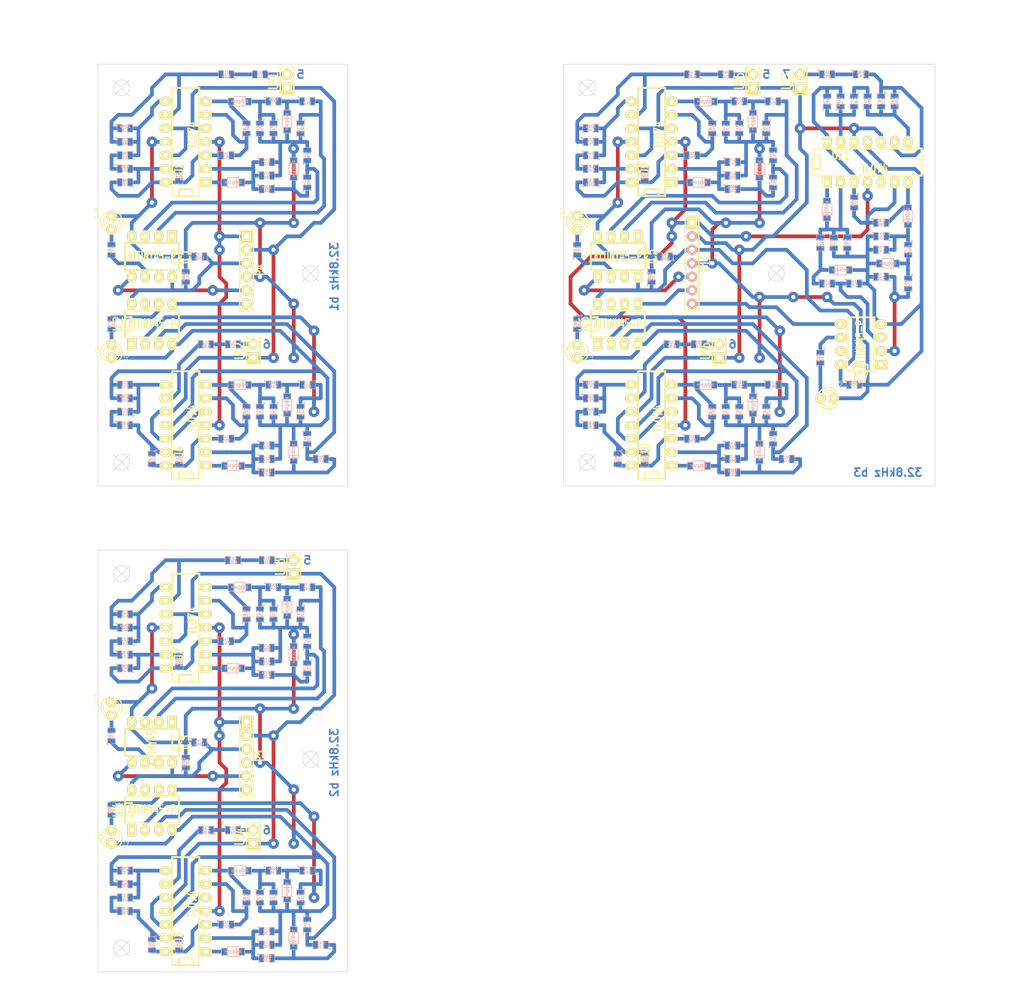
<source format=kicad_pcb>
(kicad_pcb (version 20171130) (host pcbnew 5.1.9+dfsg1-1+deb11u1)
  (title_block (title "Balise reception 32.8kHz") (rev 1))
  (layers (0 Dessus.Cu signal) (31 Dessous.Cu signal) (34 B.Paste user) (35 F.Paste user) (36 B.SilkS user) (37 F.SilkS user) (38 B.Mask user) (39 F.Mask user) (44 Edge.Cuts user))
  (net 0 "")
  (net 1 /receiver_32_1-1/12V)
  (net 2 /receiver_32_1-1/5V)
  (net 3 /receiver_32_1-1/6V)
  (net 4 /receiver_32_1-1/GND)
  (net 5 /receiver_32_1-1/Trigger)
  (net 6 /receiver_32_1-2/Trigger)
  (net 7 /receiver_32_2-1/12V)
  (net 8 /receiver_32_2-1/5V)
  (net 9 /receiver_32_2-1/6V)
  (net 10 /receiver_32_2-1/GND)
  (net 11 /receiver_32_2-1/Trigger)
  (net 12 /receiver_32_2-2/Trigger)
  (net 13 /receiver_32_3-1/12V)
  (net 14 /receiver_32_3-1/5V)
  (net 15 /receiver_32_3-1/6V)
  (net 16 /receiver_32_3-1/GND)
  (net 17 /receiver_32_3-1/Trigger)
  (net 18 /receiver_32_3-2/Trigger)
  (net 19 /receiver_32_3-3/Trigger)
  (net 20 "Net-(C1-Pad1)")
  (net 21 "Net-(C1-Pad2)")
  (net 22 "Net-(C2-Pad2)")
  (net 23 "Net-(C3-Pad1)")
  (net 24 "Net-(C4-Pad1)")
  (net 25 "Net-(C5-Pad1)")
  (net 26 "Net-(C5-Pad2)")
  (net 27 "Net-(C6-Pad2)")
  (net 28 "Net-(C7-Pad2)")
  (net 29 "Net-(C8-Pad2)")
  (net 30 "Net-(C9-Pad1)")
  (net 31 "Net-(C10-Pad1)")
  (net 32 "Net-(C12-Pad1)")
  (net 33 "Net-(C12-Pad2)")
  (net 34 "Net-(C13-Pad2)")
  (net 35 "Net-(C14-Pad1)")
  (net 36 "Net-(C15-Pad1)")
  (net 37 "Net-(C16-Pad1)")
  (net 38 "Net-(C16-Pad2)")
  (net 39 "Net-(C17-Pad2)")
  (net 40 "Net-(C18-Pad2)")
  (net 41 "Net-(C19-Pad2)")
  (net 42 "Net-(C20-Pad1)")
  (net 43 "Net-(C21-Pad1)")
  (net 44 "Net-(C23-Pad1)")
  (net 45 "Net-(C23-Pad2)")
  (net 46 "Net-(C24-Pad2)")
  (net 47 "Net-(C25-Pad1)")
  (net 48 "Net-(C26-Pad1)")
  (net 49 "Net-(C27-Pad1)")
  (net 50 "Net-(C27-Pad2)")
  (net 51 "Net-(C28-Pad2)")
  (net 52 "Net-(C29-Pad2)")
  (net 53 "Net-(C30-Pad2)")
  (net 54 "Net-(C31-Pad1)")
  (net 55 "Net-(C32-Pad1)")
  (net 56 "Net-(C34-Pad1)")
  (net 57 "Net-(C34-Pad2)")
  (net 58 "Net-(C35-Pad2)")
  (net 59 "Net-(C36-Pad1)")
  (net 60 "Net-(C37-Pad1)")
  (net 61 "Net-(C38-Pad1)")
  (net 62 "Net-(C38-Pad2)")
  (net 63 "Net-(C39-Pad2)")
  (net 64 "Net-(C40-Pad2)")
  (net 65 "Net-(C41-Pad2)")
  (net 66 "Net-(C42-Pad1)")
  (net 67 "Net-(C43-Pad1)")
  (net 68 "Net-(C45-Pad1)")
  (net 69 "Net-(C45-Pad2)")
  (net 70 "Net-(C46-Pad2)")
  (net 71 "Net-(C47-Pad1)")
  (net 72 "Net-(C48-Pad1)")
  (net 73 "Net-(C49-Pad1)")
  (net 74 "Net-(C49-Pad2)")
  (net 75 "Net-(C50-Pad2)")
  (net 76 "Net-(C51-Pad2)")
  (net 77 "Net-(C52-Pad2)")
  (net 78 "Net-(C53-Pad1)")
  (net 79 "Net-(C54-Pad1)")
  (net 80 "Net-(C56-Pad1)")
  (net 81 "Net-(C56-Pad2)")
  (net 82 "Net-(C57-Pad2)")
  (net 83 "Net-(C58-Pad1)")
  (net 84 "Net-(C59-Pad1)")
  (net 85 "Net-(C60-Pad1)")
  (net 86 "Net-(C60-Pad2)")
  (net 87 "Net-(C61-Pad2)")
  (net 88 "Net-(C62-Pad2)")
  (net 89 "Net-(C63-Pad2)")
  (net 90 "Net-(C64-Pad1)")
  (net 91 "Net-(C65-Pad1)")
  (net 92 "Net-(C67-Pad1)")
  (net 93 "Net-(C67-Pad2)")
  (net 94 "Net-(C68-Pad2)")
  (net 95 "Net-(C69-Pad1)")
  (net 96 "Net-(C70-Pad1)")
  (net 97 "Net-(C71-Pad1)")
  (net 98 "Net-(C71-Pad2)")
  (net 99 "Net-(C72-Pad2)")
  (net 100 "Net-(C73-Pad2)")
  (net 101 "Net-(C74-Pad2)")
  (net 102 "Net-(C75-Pad1)")
  (net 103 "Net-(C76-Pad1)")
  (net 104 "Net-(D1-Pad1)")
  (net 105 "Net-(D2-Pad1)")
  (net 106 "Net-(D5-Pad1)")
  (net 107 "Net-(D6-Pad1)")
  (net 108 "Net-(D9-Pad1)")
  (net 109 "Net-(D10-Pad1)")
  (net 110 "Net-(D13-Pad1)")
  (net 111 "Net-(D14-Pad1)")
  (net 112 "Net-(D17-Pad1)")
  (net 113 "Net-(D18-Pad1)")
  (net 114 "Net-(D21-Pad1)")
  (net 115 "Net-(D22-Pad1)")
  (net 116 "Net-(D25-Pad1)")
  (net 117 "Net-(D26-Pad1)")
  (net 118 "Net-(D29-Pad1)")
  (net 119 "Net-(D30-Pad1)")
  (net 120 "Net-(D31-Pad1)")
  (net 121 "Net-(D32-Pad1)")
  (net 122 "Net-(D33-Pad1)")
  (net 123 "Net-(D34-Pad1)")
  (net 124 "Net-(D35-Pad1)")
  (net 125 "Net-(IC1-Pad1)")
  (net 126 "Net-(IC1-Pad6)")
  (net 127 "Net-(IC1-Pad7)")
  (net 128 "Net-(IC2-Pad1)")
  (net 129 "Net-(IC2-Pad6)")
  (net 130 "Net-(IC2-Pad7)")
  (net 131 "Net-(IC3-Pad1)")
  (net 132 "Net-(IC3-Pad6)")
  (net 133 "Net-(IC3-Pad7)")
  (net 134 "Net-(IC4-Pad1)")
  (net 135 "Net-(IC4-Pad6)")
  (net 136 "Net-(IC4-Pad7)")
  (net 137 "Net-(IC5-Pad1)")
  (net 138 "Net-(IC5-Pad6)")
  (net 139 "Net-(IC5-Pad7)")
  (net 140 "Net-(IC6-Pad1)")
  (net 141 "Net-(IC6-Pad6)")
  (net 142 "Net-(IC6-Pad7)")
  (net 143 "Net-(IC7-Pad1)")
  (net 144 "Net-(IC7-Pad6)")
  (net 145 "Net-(IC7-Pad7)")
  (net 146 "Net-(R1-Pad1)")
  (net 147 "Net-(R2-Pad2)")
  (net 148 "Net-(R11-Pad1)")
  (net 149 "Net-(R12-Pad2)")
  (net 150 "Net-(R13-Pad1)")
  (net 151 "Net-(R14-Pad2)")
  (net 152 "Net-(R33-Pad1)")
  (net 153 "Net-(R34-Pad2)")
  (net 154 "Net-(R45-Pad1)")
  (net 155 "Net-(R46-Pad2)")
  (net 156 "Net-(R55-Pad1)")
  (net 157 "Net-(R56-Pad2)")
  (net 158 "Net-(R65-Pad1)")
  (net 159 "Net-(R66-Pad2)")
  (module SOD-123 (layer Dessous.Cu) (at 46.99 24.13)
    (fp_text reference D2 (at -0.0508 0.4064) (layer B.SilkS) (effects (font (size 0.254 0.254) (thickness 0.0508)) (justify mirror)))
    (fp_text value DIODESCH (at 0 0) (layer B.SilkS) (effects (font (size 0.4318 0.4318) (thickness 0.0889)) (justify mirror)))
    (pad 1 smd rect (at -1.6256 0.0254) (size 0.9652 1.27) (layers Dessous.Cu B.Paste B.Mask) (net 105 "Net-(D2-Pad1)"))
    (pad 2 smd rect (at 1.651 0.0254) (size 0.9652 1.27) (layers Dessous.Cu B.Paste B.Mask) (net 24 "Net-(C4-Pad1)"))
  )
  (module SOD-123 (layer Dessous.Cu) (at 45.72 39.37)
    (fp_text reference D1 (at -0.0508 0.4064) (layer B.SilkS) (effects (font (size 0.254 0.254) (thickness 0.0508)) (justify mirror)))
    (fp_text value DIODESCH (at 0 0) (layer B.SilkS) (effects (font (size 0.4318 0.4318) (thickness 0.0889)) (justify mirror)))
    (pad 1 smd rect (at -1.6256 0.0254) (size 0.9652 1.27) (layers Dessous.Cu B.Paste B.Mask) (net 104 "Net-(D1-Pad1)"))
    (pad 2 smd rect (at 1.651 0.0254) (size 0.9652 1.27) (layers Dessous.Cu B.Paste B.Mask) (net 23 "Net-(C3-Pad1)"))
  )
  (module SM0805 (layer Dessous.Cu) (at 52.07 35.56)
    (fp_text reference C3 (at 0 0.3175) (layer B.SilkS) (effects (font (size 0.50038 0.50038) (thickness 0.10922)) (justify mirror)))
    (fp_text value 47n (at 0 -0.381) (layer B.SilkS) (effects (font (size 0.50038 0.50038) (thickness 0.10922)) (justify mirror)))
    (pad 1 smd rect (at -0.9525 0) (size 0.889 1.397) (layers Dessous.Cu B.Paste B.Mask) (net 23 "Net-(C3-Pad1)"))
    (pad 2 smd rect (at 0.9525 0) (size 0.889 1.397) (layers Dessous.Cu B.Paste B.Mask) (net 4 /receiver_32_1-1/GND))
  )
  (module SM0805 (layer Dessous.Cu) (at 59.69 24.13)
    (fp_text reference R10 (at 0 0.3175) (layer B.SilkS) (effects (font (size 0.50038 0.50038) (thickness 0.10922)) (justify mirror)))
    (fp_text value 47k (at 0 -0.381) (layer B.SilkS) (effects (font (size 0.50038 0.50038) (thickness 0.10922)) (justify mirror)))
    (pad 1 smd rect (at -0.9525 0) (size 0.889 1.397) (layers Dessous.Cu B.Paste B.Mask) (net 28 "Net-(C7-Pad2)"))
    (pad 2 smd rect (at 0.9525 0) (size 0.889 1.397) (layers Dessous.Cu B.Paste B.Mask) (net 31 "Net-(C10-Pad1)"))
  )
  (module SM0805 (layer Dessous.Cu) (at 53.34 24.13)
    (fp_text reference C7 (at 0 0.3175) (layer B.SilkS) (effects (font (size 0.50038 0.50038) (thickness 0.10922)) (justify mirror)))
    (fp_text value 100n (at 0 -0.381) (layer B.SilkS) (effects (font (size 0.50038 0.50038) (thickness 0.10922)) (justify mirror)))
    (pad 1 smd rect (at -0.9525 0) (size 0.889 1.397) (layers Dessous.Cu B.Paste B.Mask) (net 24 "Net-(C4-Pad1)"))
    (pad 2 smd rect (at 0.9525 0) (size 0.889 1.397) (layers Dessous.Cu B.Paste B.Mask) (net 28 "Net-(C7-Pad2)"))
  )
  (module SM0805 (layer Dessous.Cu) (at 53.34 29.21 270)
    (fp_text reference R7 (at 0 0.3175 270) (layer B.SilkS) (effects (font (size 0.50038 0.50038) (thickness 0.10922)) (justify mirror)))
    (fp_text value 47k (at 0 -0.381 270) (layer B.SilkS) (effects (font (size 0.50038 0.50038) (thickness 0.10922)) (justify mirror)))
    (pad 1 smd rect (at -0.9525 0 270) (size 0.889 1.397) (layers Dessous.Cu B.Paste B.Mask) (net 24 "Net-(C4-Pad1)"))
    (pad 2 smd rect (at 0.9525 0 270) (size 0.889 1.397) (layers Dessous.Cu B.Paste B.Mask) (net 4 /receiver_32_1-1/GND))
  )
  (module SM0805 (layer Dessous.Cu) (at 50.8 29.21 270)
    (fp_text reference C4 (at 0 0.3175 270) (layer B.SilkS) (effects (font (size 0.50038 0.50038) (thickness 0.10922)) (justify mirror)))
    (fp_text value 47n (at 0 -0.381 270) (layer B.SilkS) (effects (font (size 0.50038 0.50038) (thickness 0.10922)) (justify mirror)))
    (pad 1 smd rect (at -0.9525 0 270) (size 0.889 1.397) (layers Dessous.Cu B.Paste B.Mask) (net 24 "Net-(C4-Pad1)"))
    (pad 2 smd rect (at 0.9525 0 270) (size 0.889 1.397) (layers Dessous.Cu B.Paste B.Mask) (net 4 /receiver_32_1-1/GND))
  )
  (module SM0805 (layer Dessous.Cu) (at 48.26 29.21 90)
    (fp_text reference R4 (at 0 0.3175 90) (layer B.SilkS) (effects (font (size 0.50038 0.50038) (thickness 0.10922)) (justify mirror)))
    (fp_text value 6.8k (at 0 -0.381 90) (layer B.SilkS) (effects (font (size 0.50038 0.50038) (thickness 0.10922)) (justify mirror)))
    (pad 1 smd rect (at -0.9525 0 90) (size 0.889 1.397) (layers Dessous.Cu B.Paste B.Mask) (net 147 "Net-(R2-Pad2)"))
    (pad 2 smd rect (at 0.9525 0 90) (size 0.889 1.397) (layers Dessous.Cu B.Paste B.Mask) (net 105 "Net-(D2-Pad1)"))
  )
  (module SM0805 (layer Dessous.Cu) (at 44.45 34.29)
    (fp_text reference R2 (at 0 0.3175) (layer B.SilkS) (effects (font (size 0.50038 0.50038) (thickness 0.10922)) (justify mirror)))
    (fp_text value 1k (at 0 -0.381) (layer B.SilkS) (effects (font (size 0.50038 0.50038) (thickness 0.10922)) (justify mirror)))
    (pad 1 smd rect (at -0.9525 0) (size 0.889 1.397) (layers Dessous.Cu B.Paste B.Mask) (net 29 "Net-(C8-Pad2)"))
    (pad 2 smd rect (at 0.9525 0) (size 0.889 1.397) (layers Dessous.Cu B.Paste B.Mask) (net 147 "Net-(R2-Pad2)"))
  )
  (module SM0805 (layer Dessous.Cu) (at 59.69 34.29 90)
    (fp_text reference C9 (at 0 0.3175 90) (layer B.SilkS) (effects (font (size 0.50038 0.50038) (thickness 0.10922)) (justify mirror)))
    (fp_text value 1n (at 0 -0.381 90) (layer B.SilkS) (effects (font (size 0.50038 0.50038) (thickness 0.10922)) (justify mirror)))
    (pad 1 smd rect (at -0.9525 0 90) (size 0.889 1.397) (layers Dessous.Cu B.Paste B.Mask) (net 30 "Net-(C9-Pad1)"))
    (pad 2 smd rect (at 0.9525 0 90) (size 0.889 1.397) (layers Dessous.Cu B.Paste B.Mask) (net 4 /receiver_32_1-1/GND))
  )
  (module SM0805 (layer Dessous.Cu) (at 59.69 39.37 90)
    (fp_text reference R9 (at 0 0.3175 90) (layer B.SilkS) (effects (font (size 0.50038 0.50038) (thickness 0.10922)) (justify mirror)))
    (fp_text value 47k (at 0 -0.381 90) (layer B.SilkS) (effects (font (size 0.50038 0.50038) (thickness 0.10922)) (justify mirror)))
    (pad 1 smd rect (at -0.9525 0 90) (size 0.889 1.397) (layers Dessous.Cu B.Paste B.Mask) (net 27 "Net-(C6-Pad2)"))
    (pad 2 smd rect (at 0.9525 0 90) (size 0.889 1.397) (layers Dessous.Cu B.Paste B.Mask) (net 30 "Net-(C9-Pad1)"))
  )
  (module SM0805 (layer Dessous.Cu) (at 52.07 40.64)
    (fp_text reference C6 (at 0 0.3175) (layer B.SilkS) (effects (font (size 0.50038 0.50038) (thickness 0.10922)) (justify mirror)))
    (fp_text value 100n (at 0 -0.381) (layer B.SilkS) (effects (font (size 0.50038 0.50038) (thickness 0.10922)) (justify mirror)))
    (pad 1 smd rect (at -0.9525 0) (size 0.889 1.397) (layers Dessous.Cu B.Paste B.Mask) (net 23 "Net-(C3-Pad1)"))
    (pad 2 smd rect (at 0.9525 0) (size 0.889 1.397) (layers Dessous.Cu B.Paste B.Mask) (net 27 "Net-(C6-Pad2)"))
  )
  (module SM0805 (layer Dessous.Cu) (at 52.07 38.1)
    (fp_text reference R6 (at 0 0.3175) (layer B.SilkS) (effects (font (size 0.50038 0.50038) (thickness 0.10922)) (justify mirror)))
    (fp_text value 47k (at 0 -0.381) (layer B.SilkS) (effects (font (size 0.50038 0.50038) (thickness 0.10922)) (justify mirror)))
    (pad 1 smd rect (at -0.9525 0) (size 0.889 1.397) (layers Dessous.Cu B.Paste B.Mask) (net 23 "Net-(C3-Pad1)"))
    (pad 2 smd rect (at 0.9525 0) (size 0.889 1.397) (layers Dessous.Cu B.Paste B.Mask) (net 4 /receiver_32_1-1/GND))
  )
  (module SM0805 (layer Dessous.Cu) (at 25.4 39.37 180)
    (fp_text reference R8 (at 0 0.3175 180) (layer B.SilkS) (effects (font (size 0.50038 0.50038) (thickness 0.10922)) (justify mirror)))
    (fp_text value 22k (at 0 -0.381 180) (layer B.SilkS) (effects (font (size 0.50038 0.50038) (thickness 0.10922)) (justify mirror)))
    (pad 1 smd rect (at -0.9525 0 180) (size 0.889 1.397) (layers Dessous.Cu B.Paste B.Mask) (net 26 "Net-(C5-Pad2)"))
    (pad 2 smd rect (at 0.9525 0 180) (size 0.889 1.397) (layers Dessous.Cu B.Paste B.Mask) (net 29 "Net-(C8-Pad2)"))
  )
  (module SM0805 (layer Dessous.Cu) (at 35.56 38.1 270)
    (fp_text reference C8 (at 0 0.3175 270) (layer B.SilkS) (effects (font (size 0.50038 0.50038) (thickness 0.10922)) (justify mirror)))
    (fp_text value 220p (at 0 -0.381 270) (layer B.SilkS) (effects (font (size 0.50038 0.50038) (thickness 0.10922)) (justify mirror)))
    (pad 1 smd rect (at -0.9525 0 270) (size 0.889 1.397) (layers Dessous.Cu B.Paste B.Mask) (net 26 "Net-(C5-Pad2)"))
    (pad 2 smd rect (at 0.9525 0 270) (size 0.889 1.397) (layers Dessous.Cu B.Paste B.Mask) (net 29 "Net-(C8-Pad2)"))
  )
  (module SM0805 (layer Dessous.Cu) (at 25.4 36.83)
    (fp_text reference C5 (at 0 0.3175) (layer B.SilkS) (effects (font (size 0.50038 0.50038) (thickness 0.10922)) (justify mirror)))
    (fp_text value 6.8n (at 0 -0.381) (layer B.SilkS) (effects (font (size 0.50038 0.50038) (thickness 0.10922)) (justify mirror)))
    (pad 1 smd rect (at -0.9525 0) (size 0.889 1.397) (layers Dessous.Cu B.Paste B.Mask) (net 25 "Net-(C5-Pad1)"))
    (pad 2 smd rect (at 0.9525 0) (size 0.889 1.397) (layers Dessous.Cu B.Paste B.Mask) (net 26 "Net-(C5-Pad2)"))
  )
  (module SM0805 (layer Dessous.Cu) (at 25.4 34.29 180)
    (fp_text reference R5 (at 0 0.3175 180) (layer B.SilkS) (effects (font (size 0.50038 0.50038) (thickness 0.10922)) (justify mirror)))
    (fp_text value 1k (at 0 -0.381 180) (layer B.SilkS) (effects (font (size 0.50038 0.50038) (thickness 0.10922)) (justify mirror)))
    (pad 1 smd rect (at -0.9525 0 180) (size 0.889 1.397) (layers Dessous.Cu B.Paste B.Mask) (net 22 "Net-(C2-Pad2)"))
    (pad 2 smd rect (at 0.9525 0 180) (size 0.889 1.397) (layers Dessous.Cu B.Paste B.Mask) (net 25 "Net-(C5-Pad1)"))
  )
  (module SM0805 (layer Dessous.Cu) (at 25.4 31.75)
    (fp_text reference R3 (at 0 0.3175) (layer B.SilkS) (effects (font (size 0.50038 0.50038) (thickness 0.10922)) (justify mirror)))
    (fp_text value 22k (at 0 -0.381) (layer B.SilkS) (effects (font (size 0.50038 0.50038) (thickness 0.10922)) (justify mirror)))
    (pad 1 smd rect (at -0.9525 0) (size 0.889 1.397) (layers Dessous.Cu B.Paste B.Mask) (net 21 "Net-(C1-Pad2)"))
    (pad 2 smd rect (at 0.9525 0) (size 0.889 1.397) (layers Dessous.Cu B.Paste B.Mask) (net 22 "Net-(C2-Pad2)"))
  )
  (module SM0805 (layer Dessous.Cu) (at 25.4 29.21)
    (fp_text reference C2 (at 0 0.3175) (layer B.SilkS) (effects (font (size 0.50038 0.50038) (thickness 0.10922)) (justify mirror)))
    (fp_text value 220p (at 0 -0.381) (layer B.SilkS) (effects (font (size 0.50038 0.50038) (thickness 0.10922)) (justify mirror)))
    (pad 1 smd rect (at -0.9525 0) (size 0.889 1.397) (layers Dessous.Cu B.Paste B.Mask) (net 21 "Net-(C1-Pad2)"))
    (pad 2 smd rect (at 0.9525 0) (size 0.889 1.397) (layers Dessous.Cu B.Paste B.Mask) (net 22 "Net-(C2-Pad2)"))
  )
  (module SM0805 (layer Dessous.Cu) (at 58.42 29.21 270)
    (fp_text reference C10 (at 0 0.3175 270) (layer B.SilkS) (effects (font (size 0.50038 0.50038) (thickness 0.10922)) (justify mirror)))
    (fp_text value 2.2n (at 0 -0.381 270) (layer B.SilkS) (effects (font (size 0.50038 0.50038) (thickness 0.10922)) (justify mirror)))
    (pad 1 smd rect (at -0.9525 0 270) (size 0.889 1.397) (layers Dessous.Cu B.Paste B.Mask) (net 31 "Net-(C10-Pad1)"))
    (pad 2 smd rect (at 0.9525 0 270) (size 0.889 1.397) (layers Dessous.Cu B.Paste B.Mask) (net 4 /receiver_32_1-1/GND))
  )
  (module SM0805 (layer Dessous.Cu) (at 44.45 19.05 180)
    (fp_text reference C1 (at 0 0.3175 180) (layer B.SilkS) (effects (font (size 0.50038 0.50038) (thickness 0.10922)) (justify mirror)))
    (fp_text value 6.8n (at 0 -0.381 180) (layer B.SilkS) (effects (font (size 0.50038 0.50038) (thickness 0.10922)) (justify mirror)))
    (pad 1 smd rect (at -0.9525 0 180) (size 0.889 1.397) (layers Dessous.Cu B.Paste B.Mask) (net 20 "Net-(C1-Pad1)"))
    (pad 2 smd rect (at 0.9525 0 180) (size 0.889 1.397) (layers Dessous.Cu B.Paste B.Mask) (net 21 "Net-(C1-Pad2)"))
  )
  (module SM0805 (layer Dessous.Cu) (at 50.8 19.05 180)
    (fp_text reference R1 (at 0 0.3175 180) (layer B.SilkS) (effects (font (size 0.50038 0.50038) (thickness 0.10922)) (justify mirror)))
    (fp_text value 1k (at 0 -0.381 180) (layer B.SilkS) (effects (font (size 0.50038 0.50038) (thickness 0.10922)) (justify mirror)))
    (pad 1 smd rect (at -0.9525 0 180) (size 0.889 1.397) (layers Dessous.Cu B.Paste B.Mask) (net 146 "Net-(R1-Pad1)"))
    (pad 2 smd rect (at 0.9525 0 180) (size 0.889 1.397) (layers Dessous.Cu B.Paste B.Mask) (net 20 "Net-(C1-Pad1)"))
  )
  (module SIL-2 (layer Dessus.Cu) (at 55.88 20.32 90)
    (fp_text reference US1 (at 0 -2.54 90) (layer F.SilkS) (effects (font (size 1.72974 1.08712) (thickness 0.3048))))
    (fp_text value ULTRASON hide)
    (pad 1 thru_hole rect (at -1.27 0 90) (size 2 2) (drill 1) (layers *.Cu *.Mask F.SilkS) (net 3 /receiver_32_1-1/6V))
    (pad 2 thru_hole circle (at 1.27 0 90) (size 2 2) (drill 1) (layers *.Cu *.Mask F.SilkS) (net 146 "Net-(R1-Pad1)"))
  )
  (module DIP-8__300_ELL (layer Dessus.Cu) (at 30.48 53.34 180)
    (fp_text reference IC1 (at -6.35 0 270) (layer F.SilkS) (effects (font (size 1.778 1.143) (thickness 0.3048))))
    (fp_text value ATTINY45-P (at 0 0 180) (layer F.SilkS) (effects (font (size 1.778 1.016) (thickness 0.3048))))
    (pad 1 thru_hole rect (at -3.81 3.81 180) (size 1.7 2.286) (drill 0.8) (layers *.Cu *.Mask F.SilkS) (net 125 "Net-(IC1-Pad1)"))
    (pad 2 thru_hole oval (at -1.27 3.81 180) (size 1.7 2.286) (drill 0.8) (layers *.Cu *.Mask F.SilkS) (net 31 "Net-(C10-Pad1)"))
    (pad 3 thru_hole oval (at 1.27 3.81 180) (size 1.7 2.286) (drill 0.8) (layers *.Cu *.Mask F.SilkS) (net 30 "Net-(C9-Pad1)"))
    (pad 4 thru_hole oval (at 3.81 3.81 180) (size 1.7 2.286) (drill 0.8) (layers *.Cu *.Mask F.SilkS) (net 4 /receiver_32_1-1/GND))
    (pad 5 thru_hole oval (at 3.81 -3.81 180) (size 1.7 2.286) (drill 0.8) (layers *.Cu *.Mask F.SilkS) (net 5 /receiver_32_1-1/Trigger))
    (pad 6 thru_hole oval (at 1.27 -3.81 180) (size 1.7 2.286) (drill 0.8) (layers *.Cu *.Mask F.SilkS) (net 126 "Net-(IC1-Pad6)"))
    (pad 7 thru_hole oval (at -1.27 -3.81 180) (size 1.7 2.286) (drill 0.8) (layers *.Cu *.Mask F.SilkS) (net 127 "Net-(IC1-Pad7)"))
    (pad 8 thru_hole oval (at -3.81 -3.81 180) (size 1.7 2.286) (drill 0.8) (layers *.Cu *.Mask F.SilkS) (net 2 /receiver_32_1-1/5V))
  )
  (module DIP-14__300_ELL (layer Dessus.Cu) (at 36.83 31.75 90)
    (fp_text reference U1 (at -5.08 -1.27 90) (layer F.SilkS) (effects (font (size 1.524 1.143) (thickness 0.3048))))
    (fp_text value TL074 (at 1.27 1.27 90) (layer F.SilkS) (effects (font (size 1.524 1.143) (thickness 0.3048))))
    (pad 1 thru_hole rect (at -7.62 3.81 90) (size 1.7 2.286) (drill 0.8) (layers *.Cu *.Mask F.SilkS) (net 104 "Net-(D1-Pad1)"))
    (pad 2 thru_hole oval (at -5.08 3.81 90) (size 1.7 2.286) (drill 0.8) (layers *.Cu *.Mask F.SilkS) (net 23 "Net-(C3-Pad1)"))
    (pad 3 thru_hole oval (at -2.54 3.81 90) (size 1.7 2.286) (drill 0.8) (layers *.Cu *.Mask F.SilkS) (net 29 "Net-(C8-Pad2)"))
    (pad 4 thru_hole oval (at 0 3.81 90) (size 1.7 2.286) (drill 0.8) (layers *.Cu *.Mask F.SilkS) (net 1 /receiver_32_1-1/12V))
    (pad 5 thru_hole oval (at 2.54 3.81 90) (size 1.7 2.286) (drill 0.8) (layers *.Cu *.Mask F.SilkS) (net 3 /receiver_32_1-1/6V))
    (pad 6 thru_hole oval (at 5.08 3.81 90) (size 1.7 2.286) (drill 0.8) (layers *.Cu *.Mask F.SilkS) (net 147 "Net-(R2-Pad2)"))
    (pad 7 thru_hole oval (at 7.62 3.81 90) (size 1.7 2.286) (drill 0.8) (layers *.Cu *.Mask F.SilkS) (net 105 "Net-(D2-Pad1)"))
    (pad 8 thru_hole oval (at 7.62 -3.81 90) (size 1.7 2.286) (drill 0.8) (layers *.Cu *.Mask F.SilkS) (net 22 "Net-(C2-Pad2)"))
    (pad 9 thru_hole oval (at 5.08 -3.81 90) (size 1.7 2.286) (drill 0.8) (layers *.Cu *.Mask F.SilkS) (net 21 "Net-(C1-Pad2)"))
    (pad 10 thru_hole oval (at 2.54 -3.81 90) (size 1.7 2.286) (drill 0.8) (layers *.Cu *.Mask F.SilkS) (net 3 /receiver_32_1-1/6V))
    (pad 11 thru_hole oval (at 0 -3.81 90) (size 1.7 2.286) (drill 0.8) (layers *.Cu *.Mask F.SilkS) (net 4 /receiver_32_1-1/GND))
    (pad 12 thru_hole oval (at -2.54 -3.81 90) (size 1.7 2.286) (drill 0.8) (layers *.Cu *.Mask F.SilkS) (net 3 /receiver_32_1-1/6V))
    (pad 13 thru_hole oval (at -5.08 -3.81 90) (size 1.7 2.286) (drill 0.8) (layers *.Cu *.Mask F.SilkS) (net 26 "Net-(C5-Pad2)"))
    (pad 14 thru_hole oval (at -7.62 -3.81 90) (size 1.7 2.286) (drill 0.8) (layers *.Cu *.Mask F.SilkS) (net 29 "Net-(C8-Pad2)"))
  )
  (module SM0805 (layer Dessous.Cu) (at 36.83 57.15 90)
    (fp_text reference C11 (at 0 0.3175 90) (layer B.SilkS) (effects (font (size 0.50038 0.50038) (thickness 0.10922)) (justify mirror)))
    (fp_text value 100n (at 0 -0.381 90) (layer B.SilkS) (effects (font (size 0.50038 0.50038) (thickness 0.10922)) (justify mirror)))
    (pad 1 smd rect (at -0.9525 0 90) (size 0.889 1.397) (layers Dessous.Cu B.Paste B.Mask) (net 2 /receiver_32_1-1/5V))
    (pad 2 smd rect (at 0.9525 0 90) (size 0.889 1.397) (layers Dessous.Cu B.Paste B.Mask) (net 4 /receiver_32_1-1/GND))
  )
  (module SOD-123 (layer Dessous.Cu) (at 57.15 36.83 270)
    (fp_text reference D3 (at -0.0508 0.4064 270) (layer B.SilkS) (effects (font (size 0.254 0.254) (thickness 0.0508)) (justify mirror)))
    (fp_text value DIODESCH (at 0 0 270) (layer B.SilkS) (effects (font (size 0.4318 0.4318) (thickness 0.0889)) (justify mirror)))
    (pad 1 smd rect (at -1.6256 0.0254 270) (size 0.9652 1.27) (layers Dessous.Cu B.Paste B.Mask) (net 4 /receiver_32_1-1/GND))
    (pad 2 smd rect (at 1.651 0.0254 270) (size 0.9652 1.27) (layers Dessous.Cu B.Paste B.Mask) (net 27 "Net-(C6-Pad2)"))
  )
  (module SOD-123 (layer Dessous.Cu) (at 55.88 27.94 90)
    (fp_text reference D4 (at -0.0508 0.4064 90) (layer B.SilkS) (effects (font (size 0.254 0.254) (thickness 0.0508)) (justify mirror)))
    (fp_text value DIODESCH (at 0 0 90) (layer B.SilkS) (effects (font (size 0.4318 0.4318) (thickness 0.0889)) (justify mirror)))
    (pad 1 smd rect (at -1.6256 0.0254 90) (size 0.9652 1.27) (layers Dessous.Cu B.Paste B.Mask) (net 4 /receiver_32_1-1/GND))
    (pad 2 smd rect (at 1.651 0.0254 90) (size 0.9652 1.27) (layers Dessous.Cu B.Paste B.Mask) (net 28 "Net-(C7-Pad2)"))
  )
  (module SOD-123 (layer Dessous.Cu) (at 55.88 81.28 90)
    (fp_text reference D8 (at -0.0508 0.4064 90) (layer B.SilkS) (effects (font (size 0.254 0.254) (thickness 0.0508)) (justify mirror)))
    (fp_text value DIODESCH (at 0 0 90) (layer B.SilkS) (effects (font (size 0.4318 0.4318) (thickness 0.0889)) (justify mirror)))
    (pad 1 smd rect (at -1.6256 0.0254 90) (size 0.9652 1.27) (layers Dessous.Cu B.Paste B.Mask) (net 4 /receiver_32_1-1/GND))
    (pad 2 smd rect (at 1.651 0.0254 90) (size 0.9652 1.27) (layers Dessous.Cu B.Paste B.Mask) (net 40 "Net-(C18-Pad2)"))
  )
  (module SOD-123 (layer Dessous.Cu) (at 57.15 90.17 270)
    (fp_text reference D7 (at -0.0508 0.4064 270) (layer B.SilkS) (effects (font (size 0.254 0.254) (thickness 0.0508)) (justify mirror)))
    (fp_text value DIODESCH (at 0 0 270) (layer B.SilkS) (effects (font (size 0.4318 0.4318) (thickness 0.0889)) (justify mirror)))
    (pad 1 smd rect (at -1.6256 0.0254 270) (size 0.9652 1.27) (layers Dessous.Cu B.Paste B.Mask) (net 4 /receiver_32_1-1/GND))
    (pad 2 smd rect (at 1.651 0.0254 270) (size 0.9652 1.27) (layers Dessous.Cu B.Paste B.Mask) (net 39 "Net-(C17-Pad2)"))
  )
  (module SOD-123 (layer Dessous.Cu) (at 46.99 77.47)
    (fp_text reference D6 (at -0.0508 0.4064) (layer B.SilkS) (effects (font (size 0.254 0.254) (thickness 0.0508)) (justify mirror)))
    (fp_text value DIODESCH (at 0 0) (layer B.SilkS) (effects (font (size 0.4318 0.4318) (thickness 0.0889)) (justify mirror)))
    (pad 1 smd rect (at -1.6256 0.0254) (size 0.9652 1.27) (layers Dessous.Cu B.Paste B.Mask) (net 107 "Net-(D6-Pad1)"))
    (pad 2 smd rect (at 1.651 0.0254) (size 0.9652 1.27) (layers Dessous.Cu B.Paste B.Mask) (net 36 "Net-(C15-Pad1)"))
  )
  (module SOD-123 (layer Dessous.Cu) (at 45.72 92.71)
    (fp_text reference D5 (at -0.0508 0.4064) (layer B.SilkS) (effects (font (size 0.254 0.254) (thickness 0.0508)) (justify mirror)))
    (fp_text value DIODESCH (at 0 0) (layer B.SilkS) (effects (font (size 0.4318 0.4318) (thickness 0.0889)) (justify mirror)))
    (pad 1 smd rect (at -1.6256 0.0254) (size 0.9652 1.27) (layers Dessous.Cu B.Paste B.Mask) (net 106 "Net-(D5-Pad1)"))
    (pad 2 smd rect (at 1.651 0.0254) (size 0.9652 1.27) (layers Dessous.Cu B.Paste B.Mask) (net 35 "Net-(C14-Pad1)"))
  )
  (module SM0805 (layer Dessous.Cu) (at 62.23 91.44 180)
    (fp_text reference R21 (at 0 0.3175 180) (layer B.SilkS) (effects (font (size 0.50038 0.50038) (thickness 0.10922)) (justify mirror)))
    (fp_text value 47k (at 0 -0.381 180) (layer B.SilkS) (effects (font (size 0.50038 0.50038) (thickness 0.10922)) (justify mirror)))
    (pad 1 smd rect (at -0.9525 0 180) (size 0.889 1.397) (layers Dessous.Cu B.Paste B.Mask) (net 39 "Net-(C17-Pad2)"))
    (pad 2 smd rect (at 0.9525 0 180) (size 0.889 1.397) (layers Dessous.Cu B.Paste B.Mask) (net 42 "Net-(C20-Pad1)"))
  )
  (module SM0805 (layer Dessous.Cu) (at 39.37 53.34 180)
    (fp_text reference C22 (at 0 0.3175 180) (layer B.SilkS) (effects (font (size 0.50038 0.50038) (thickness 0.10922)) (justify mirror)))
    (fp_text value 100n (at 0 -0.381 180) (layer B.SilkS) (effects (font (size 0.50038 0.50038) (thickness 0.10922)) (justify mirror)))
    (pad 1 smd rect (at -0.9525 0 180) (size 0.889 1.397) (layers Dessous.Cu B.Paste B.Mask) (net 2 /receiver_32_1-1/5V))
    (pad 2 smd rect (at 0.9525 0 180) (size 0.889 1.397) (layers Dessous.Cu B.Paste B.Mask) (net 4 /receiver_32_1-1/GND))
  )
  (module SM0805 (layer Dessous.Cu) (at 58.42 82.55 270)
    (fp_text reference C21 (at 0 0.3175 270) (layer B.SilkS) (effects (font (size 0.50038 0.50038) (thickness 0.10922)) (justify mirror)))
    (fp_text value 2.2n (at 0 -0.381 270) (layer B.SilkS) (effects (font (size 0.50038 0.50038) (thickness 0.10922)) (justify mirror)))
    (pad 1 smd rect (at -0.9525 0 270) (size 0.889 1.397) (layers Dessous.Cu B.Paste B.Mask) (net 43 "Net-(C21-Pad1)"))
    (pad 2 smd rect (at 0.9525 0 270) (size 0.889 1.397) (layers Dessous.Cu B.Paste B.Mask) (net 4 /receiver_32_1-1/GND))
  )
  (module SM0805 (layer Dessous.Cu) (at 59.69 77.47)
    (fp_text reference R22 (at 0 0.3175) (layer B.SilkS) (effects (font (size 0.50038 0.50038) (thickness 0.10922)) (justify mirror)))
    (fp_text value 47k (at 0 -0.381) (layer B.SilkS) (effects (font (size 0.50038 0.50038) (thickness 0.10922)) (justify mirror)))
    (pad 1 smd rect (at -0.9525 0) (size 0.889 1.397) (layers Dessous.Cu B.Paste B.Mask) (net 40 "Net-(C18-Pad2)"))
    (pad 2 smd rect (at 0.9525 0) (size 0.889 1.397) (layers Dessous.Cu B.Paste B.Mask) (net 43 "Net-(C21-Pad1)"))
  )
  (module SM0805 (layer Dessous.Cu) (at 53.34 77.47)
    (fp_text reference C18 (at 0 0.3175) (layer B.SilkS) (effects (font (size 0.50038 0.50038) (thickness 0.10922)) (justify mirror)))
    (fp_text value 100n (at 0 -0.381) (layer B.SilkS) (effects (font (size 0.50038 0.50038) (thickness 0.10922)) (justify mirror)))
    (pad 1 smd rect (at -0.9525 0) (size 0.889 1.397) (layers Dessous.Cu B.Paste B.Mask) (net 36 "Net-(C15-Pad1)"))
    (pad 2 smd rect (at 0.9525 0) (size 0.889 1.397) (layers Dessous.Cu B.Paste B.Mask) (net 40 "Net-(C18-Pad2)"))
  )
  (module SM0805 (layer Dessous.Cu) (at 50.8 82.55 270)
    (fp_text reference R19 (at 0 0.3175 270) (layer B.SilkS) (effects (font (size 0.50038 0.50038) (thickness 0.10922)) (justify mirror)))
    (fp_text value 47k (at 0 -0.381 270) (layer B.SilkS) (effects (font (size 0.50038 0.50038) (thickness 0.10922)) (justify mirror)))
    (pad 1 smd rect (at -0.9525 0 270) (size 0.889 1.397) (layers Dessous.Cu B.Paste B.Mask) (net 36 "Net-(C15-Pad1)"))
    (pad 2 smd rect (at 0.9525 0 270) (size 0.889 1.397) (layers Dessous.Cu B.Paste B.Mask) (net 4 /receiver_32_1-1/GND))
  )
  (module SM0805 (layer Dessous.Cu) (at 53.34 82.55 270)
    (fp_text reference C15 (at 0 0.3175 270) (layer B.SilkS) (effects (font (size 0.50038 0.50038) (thickness 0.10922)) (justify mirror)))
    (fp_text value 47n (at 0 -0.381 270) (layer B.SilkS) (effects (font (size 0.50038 0.50038) (thickness 0.10922)) (justify mirror)))
    (pad 1 smd rect (at -0.9525 0 270) (size 0.889 1.397) (layers Dessous.Cu B.Paste B.Mask) (net 36 "Net-(C15-Pad1)"))
    (pad 2 smd rect (at 0.9525 0 270) (size 0.889 1.397) (layers Dessous.Cu B.Paste B.Mask) (net 4 /receiver_32_1-1/GND))
  )
  (module SM0805 (layer Dessous.Cu) (at 48.26 82.55 90)
    (fp_text reference R16 (at 0 0.3175 90) (layer B.SilkS) (effects (font (size 0.50038 0.50038) (thickness 0.10922)) (justify mirror)))
    (fp_text value 6.8k (at 0 -0.381 90) (layer B.SilkS) (effects (font (size 0.50038 0.50038) (thickness 0.10922)) (justify mirror)))
    (pad 1 smd rect (at -0.9525 0 90) (size 0.889 1.397) (layers Dessous.Cu B.Paste B.Mask) (net 151 "Net-(R14-Pad2)"))
    (pad 2 smd rect (at 0.9525 0 90) (size 0.889 1.397) (layers Dessous.Cu B.Paste B.Mask) (net 107 "Net-(D6-Pad1)"))
  )
  (module SM0805 (layer Dessous.Cu) (at 44.45 87.63)
    (fp_text reference R14 (at 0 0.3175) (layer B.SilkS) (effects (font (size 0.50038 0.50038) (thickness 0.10922)) (justify mirror)))
    (fp_text value 1k (at 0 -0.381) (layer B.SilkS) (effects (font (size 0.50038 0.50038) (thickness 0.10922)) (justify mirror)))
    (pad 1 smd rect (at -0.9525 0) (size 0.889 1.397) (layers Dessous.Cu B.Paste B.Mask) (net 41 "Net-(C19-Pad2)"))
    (pad 2 smd rect (at 0.9525 0) (size 0.889 1.397) (layers Dessous.Cu B.Paste B.Mask) (net 151 "Net-(R14-Pad2)"))
  )
  (module SM0805 (layer Dessous.Cu) (at 59.69 87.63 90)
    (fp_text reference C20 (at 0 0.3175 90) (layer B.SilkS) (effects (font (size 0.50038 0.50038) (thickness 0.10922)) (justify mirror)))
    (fp_text value 1n (at 0 -0.381 90) (layer B.SilkS) (effects (font (size 0.50038 0.50038) (thickness 0.10922)) (justify mirror)))
    (pad 1 smd rect (at -0.9525 0 90) (size 0.889 1.397) (layers Dessous.Cu B.Paste B.Mask) (net 42 "Net-(C20-Pad1)"))
    (pad 2 smd rect (at 0.9525 0 90) (size 0.889 1.397) (layers Dessous.Cu B.Paste B.Mask) (net 4 /receiver_32_1-1/GND))
  )
  (module SM0805 (layer Dessous.Cu) (at 52.07 93.98)
    (fp_text reference C17 (at 0 0.3175) (layer B.SilkS) (effects (font (size 0.50038 0.50038) (thickness 0.10922)) (justify mirror)))
    (fp_text value 100n (at 0 -0.381) (layer B.SilkS) (effects (font (size 0.50038 0.50038) (thickness 0.10922)) (justify mirror)))
    (pad 1 smd rect (at -0.9525 0) (size 0.889 1.397) (layers Dessous.Cu B.Paste B.Mask) (net 35 "Net-(C14-Pad1)"))
    (pad 2 smd rect (at 0.9525 0) (size 0.889 1.397) (layers Dessous.Cu B.Paste B.Mask) (net 39 "Net-(C17-Pad2)"))
  )
  (module SM0805 (layer Dessous.Cu) (at 52.07 88.9)
    (fp_text reference R18 (at 0 0.3175) (layer B.SilkS) (effects (font (size 0.50038 0.50038) (thickness 0.10922)) (justify mirror)))
    (fp_text value 47k (at 0 -0.381) (layer B.SilkS) (effects (font (size 0.50038 0.50038) (thickness 0.10922)) (justify mirror)))
    (pad 1 smd rect (at -0.9525 0) (size 0.889 1.397) (layers Dessous.Cu B.Paste B.Mask) (net 35 "Net-(C14-Pad1)"))
    (pad 2 smd rect (at 0.9525 0) (size 0.889 1.397) (layers Dessous.Cu B.Paste B.Mask) (net 4 /receiver_32_1-1/GND))
  )
  (module SM0805 (layer Dessous.Cu) (at 52.07 91.44)
    (fp_text reference C14 (at 0 0.3175) (layer B.SilkS) (effects (font (size 0.50038 0.50038) (thickness 0.10922)) (justify mirror)))
    (fp_text value 47n (at 0 -0.381) (layer B.SilkS) (effects (font (size 0.50038 0.50038) (thickness 0.10922)) (justify mirror)))
    (pad 1 smd rect (at -0.9525 0) (size 0.889 1.397) (layers Dessous.Cu B.Paste B.Mask) (net 35 "Net-(C14-Pad1)"))
    (pad 2 smd rect (at 0.9525 0) (size 0.889 1.397) (layers Dessous.Cu B.Paste B.Mask) (net 4 /receiver_32_1-1/GND))
  )
  (module SM0805 (layer Dessous.Cu) (at 30.48 91.44 270)
    (fp_text reference R20 (at 0 0.3175 270) (layer B.SilkS) (effects (font (size 0.50038 0.50038) (thickness 0.10922)) (justify mirror)))
    (fp_text value 22k (at 0 -0.381 270) (layer B.SilkS) (effects (font (size 0.50038 0.50038) (thickness 0.10922)) (justify mirror)))
    (pad 1 smd rect (at -0.9525 0 270) (size 0.889 1.397) (layers Dessous.Cu B.Paste B.Mask) (net 38 "Net-(C16-Pad2)"))
    (pad 2 smd rect (at 0.9525 0 270) (size 0.889 1.397) (layers Dessous.Cu B.Paste B.Mask) (net 41 "Net-(C19-Pad2)"))
  )
  (module SM0805 (layer Dessous.Cu) (at 35.56 91.44 270)
    (fp_text reference C19 (at 0 0.3175 270) (layer B.SilkS) (effects (font (size 0.50038 0.50038) (thickness 0.10922)) (justify mirror)))
    (fp_text value 220p (at 0 -0.381 270) (layer B.SilkS) (effects (font (size 0.50038 0.50038) (thickness 0.10922)) (justify mirror)))
    (pad 1 smd rect (at -0.9525 0 270) (size 0.889 1.397) (layers Dessous.Cu B.Paste B.Mask) (net 38 "Net-(C16-Pad2)"))
    (pad 2 smd rect (at 0.9525 0 270) (size 0.889 1.397) (layers Dessous.Cu B.Paste B.Mask) (net 41 "Net-(C19-Pad2)"))
  )
  (module SM0805 (layer Dessous.Cu) (at 25.4 85.09)
    (fp_text reference C16 (at 0 0.3175) (layer B.SilkS) (effects (font (size 0.50038 0.50038) (thickness 0.10922)) (justify mirror)))
    (fp_text value 6.8n (at 0 -0.381) (layer B.SilkS) (effects (font (size 0.50038 0.50038) (thickness 0.10922)) (justify mirror)))
    (pad 1 smd rect (at -0.9525 0) (size 0.889 1.397) (layers Dessous.Cu B.Paste B.Mask) (net 37 "Net-(C16-Pad1)"))
    (pad 2 smd rect (at 0.9525 0) (size 0.889 1.397) (layers Dessous.Cu B.Paste B.Mask) (net 38 "Net-(C16-Pad2)"))
  )
  (module SM0805 (layer Dessous.Cu) (at 25.4 82.55 180)
    (fp_text reference R17 (at 0 0.3175 180) (layer B.SilkS) (effects (font (size 0.50038 0.50038) (thickness 0.10922)) (justify mirror)))
    (fp_text value 1k (at 0 -0.381 180) (layer B.SilkS) (effects (font (size 0.50038 0.50038) (thickness 0.10922)) (justify mirror)))
    (pad 1 smd rect (at -0.9525 0 180) (size 0.889 1.397) (layers Dessous.Cu B.Paste B.Mask) (net 34 "Net-(C13-Pad2)"))
    (pad 2 smd rect (at 0.9525 0 180) (size 0.889 1.397) (layers Dessous.Cu B.Paste B.Mask) (net 37 "Net-(C16-Pad1)"))
  )
  (module SM0805 (layer Dessous.Cu) (at 25.4 77.47)
    (fp_text reference R15 (at 0 0.3175) (layer B.SilkS) (effects (font (size 0.50038 0.50038) (thickness 0.10922)) (justify mirror)))
    (fp_text value 22k (at 0 -0.381) (layer B.SilkS) (effects (font (size 0.50038 0.50038) (thickness 0.10922)) (justify mirror)))
    (pad 1 smd rect (at -0.9525 0) (size 0.889 1.397) (layers Dessous.Cu B.Paste B.Mask) (net 33 "Net-(C12-Pad2)"))
    (pad 2 smd rect (at 0.9525 0) (size 0.889 1.397) (layers Dessous.Cu B.Paste B.Mask) (net 34 "Net-(C13-Pad2)"))
  )
  (module SM0805 (layer Dessous.Cu) (at 25.4 80.01)
    (fp_text reference C13 (at 0 0.3175) (layer B.SilkS) (effects (font (size 0.50038 0.50038) (thickness 0.10922)) (justify mirror)))
    (fp_text value 220p (at 0 -0.381) (layer B.SilkS) (effects (font (size 0.50038 0.50038) (thickness 0.10922)) (justify mirror)))
    (pad 1 smd rect (at -0.9525 0) (size 0.889 1.397) (layers Dessous.Cu B.Paste B.Mask) (net 33 "Net-(C12-Pad2)"))
    (pad 2 smd rect (at 0.9525 0) (size 0.889 1.397) (layers Dessous.Cu B.Paste B.Mask) (net 34 "Net-(C13-Pad2)"))
  )
  (module SM0805 (layer Dessous.Cu) (at 40.64 69.85 180)
    (fp_text reference C12 (at 0 0.3175 180) (layer B.SilkS) (effects (font (size 0.50038 0.50038) (thickness 0.10922)) (justify mirror)))
    (fp_text value 6.8n (at 0 -0.381 180) (layer B.SilkS) (effects (font (size 0.50038 0.50038) (thickness 0.10922)) (justify mirror)))
    (pad 1 smd rect (at -0.9525 0 180) (size 0.889 1.397) (layers Dessous.Cu B.Paste B.Mask) (net 32 "Net-(C12-Pad1)"))
    (pad 2 smd rect (at 0.9525 0 180) (size 0.889 1.397) (layers Dessous.Cu B.Paste B.Mask) (net 33 "Net-(C12-Pad2)"))
  )
  (module SM0805 (layer Dessous.Cu) (at 45.72 69.85 180)
    (fp_text reference R13 (at 0 0.3175 180) (layer B.SilkS) (effects (font (size 0.50038 0.50038) (thickness 0.10922)) (justify mirror)))
    (fp_text value 1k (at 0 -0.381 270) (layer B.SilkS) (effects (font (size 0.50038 0.50038) (thickness 0.10922)) (justify mirror)))
    (pad 1 smd rect (at -0.9525 0 180) (size 0.889 1.397) (layers Dessous.Cu B.Paste B.Mask) (net 150 "Net-(R13-Pad1)"))
    (pad 2 smd rect (at 0.9525 0 180) (size 0.889 1.397) (layers Dessous.Cu B.Paste B.Mask) (net 32 "Net-(C12-Pad1)"))
  )
  (module SIL-2 (layer Dessus.Cu) (at 49.53 71.12 90)
    (fp_text reference US2 (at 0 -2.54 90) (layer F.SilkS) (effects (font (size 1.72974 1.08712) (thickness 0.3048))))
    (fp_text value ULTRASON hide)
    (pad 1 thru_hole rect (at -1.27 0 90) (size 2 2) (drill 1) (layers *.Cu *.Mask F.SilkS) (net 3 /receiver_32_1-1/6V))
    (pad 2 thru_hole circle (at 1.27 0 90) (size 2 2) (drill 1) (layers *.Cu *.Mask F.SilkS) (net 150 "Net-(R13-Pad1)"))
  )
  (module DIP-8__300_ELL (layer Dessus.Cu) (at 30.48 66.04)
    (fp_text reference IC2 (at -6.35 0 90) (layer F.SilkS) (effects (font (size 1.778 1.143) (thickness 0.3048))))
    (fp_text value ATTINY45-P (at 0 0) (layer F.SilkS) (effects (font (size 1.778 1.016) (thickness 0.3048))))
    (pad 1 thru_hole rect (at -3.81 3.81) (size 1.7 2.286) (drill 0.8) (layers *.Cu *.Mask F.SilkS) (net 128 "Net-(IC2-Pad1)"))
    (pad 2 thru_hole oval (at -1.27 3.81) (size 1.7 2.286) (drill 0.8) (layers *.Cu *.Mask F.SilkS) (net 43 "Net-(C21-Pad1)"))
    (pad 3 thru_hole oval (at 1.27 3.81) (size 1.7 2.286) (drill 0.8) (layers *.Cu *.Mask F.SilkS) (net 42 "Net-(C20-Pad1)"))
    (pad 4 thru_hole oval (at 3.81 3.81) (size 1.7 2.286) (drill 0.8) (layers *.Cu *.Mask F.SilkS) (net 4 /receiver_32_1-1/GND))
    (pad 5 thru_hole oval (at 3.81 -3.81) (size 1.7 2.286) (drill 0.8) (layers *.Cu *.Mask F.SilkS) (net 6 /receiver_32_1-2/Trigger))
    (pad 6 thru_hole oval (at 1.27 -3.81) (size 1.7 2.286) (drill 0.8) (layers *.Cu *.Mask F.SilkS) (net 129 "Net-(IC2-Pad6)"))
    (pad 7 thru_hole oval (at -1.27 -3.81) (size 1.7 2.286) (drill 0.8) (layers *.Cu *.Mask F.SilkS) (net 130 "Net-(IC2-Pad7)"))
    (pad 8 thru_hole oval (at -3.81 -3.81) (size 1.7 2.286) (drill 0.8) (layers *.Cu *.Mask F.SilkS) (net 2 /receiver_32_1-1/5V))
  )
  (module DIP-14__300_ELL (layer Dessus.Cu) (at 36.83 85.09 90)
    (fp_text reference U4 (at -5.08 -1.27 90) (layer F.SilkS) (effects (font (size 1.524 1.143) (thickness 0.3048))))
    (fp_text value TL074 (at 1.27 1.27 90) (layer F.SilkS) (effects (font (size 1.524 1.143) (thickness 0.3048))))
    (pad 1 thru_hole rect (at -7.62 3.81 90) (size 1.7 2.286) (drill 0.8) (layers *.Cu *.Mask F.SilkS) (net 106 "Net-(D5-Pad1)"))
    (pad 2 thru_hole oval (at -5.08 3.81 90) (size 1.7 2.286) (drill 0.8) (layers *.Cu *.Mask F.SilkS) (net 35 "Net-(C14-Pad1)"))
    (pad 3 thru_hole oval (at -2.54 3.81 90) (size 1.7 2.286) (drill 0.8) (layers *.Cu *.Mask F.SilkS) (net 41 "Net-(C19-Pad2)"))
    (pad 4 thru_hole oval (at 0 3.81 90) (size 1.7 2.286) (drill 0.8) (layers *.Cu *.Mask F.SilkS) (net 1 /receiver_32_1-1/12V))
    (pad 5 thru_hole oval (at 2.54 3.81 90) (size 1.7 2.286) (drill 0.8) (layers *.Cu *.Mask F.SilkS) (net 3 /receiver_32_1-1/6V))
    (pad 6 thru_hole oval (at 5.08 3.81 90) (size 1.7 2.286) (drill 0.8) (layers *.Cu *.Mask F.SilkS) (net 151 "Net-(R14-Pad2)"))
    (pad 7 thru_hole oval (at 7.62 3.81 90) (size 1.7 2.286) (drill 0.8) (layers *.Cu *.Mask F.SilkS) (net 107 "Net-(D6-Pad1)"))
    (pad 8 thru_hole oval (at 7.62 -3.81 90) (size 1.7 2.286) (drill 0.8) (layers *.Cu *.Mask F.SilkS) (net 34 "Net-(C13-Pad2)"))
    (pad 9 thru_hole oval (at 5.08 -3.81 90) (size 1.7 2.286) (drill 0.8) (layers *.Cu *.Mask F.SilkS) (net 33 "Net-(C12-Pad2)"))
    (pad 10 thru_hole oval (at 2.54 -3.81 90) (size 1.7 2.286) (drill 0.8) (layers *.Cu *.Mask F.SilkS) (net 3 /receiver_32_1-1/6V))
    (pad 11 thru_hole oval (at 0 -3.81 90) (size 1.7 2.286) (drill 0.8) (layers *.Cu *.Mask F.SilkS) (net 4 /receiver_32_1-1/GND))
    (pad 12 thru_hole oval (at -2.54 -3.81 90) (size 1.7 2.286) (drill 0.8) (layers *.Cu *.Mask F.SilkS) (net 3 /receiver_32_1-1/6V))
    (pad 13 thru_hole oval (at -5.08 -3.81 90) (size 1.7 2.286) (drill 0.8) (layers *.Cu *.Mask F.SilkS) (net 38 "Net-(C16-Pad2)"))
    (pad 14 thru_hole oval (at -7.62 -3.81 90) (size 1.7 2.286) (drill 0.8) (layers *.Cu *.Mask F.SilkS) (net 41 "Net-(C19-Pad2)"))
  )
  (module SIL-6 (layer Dessus.Cu) (at 48.26 55.88 270)
    (fp_text reference P4 (at 0 -2.54 270) (layer F.SilkS) (effects (font (size 1.72974 1.08712) (thickness 0.3048))))
    (fp_text value CONN_6 hide)
    (pad 1 thru_hole rect (at -6.35 0 270) (size 2 2) (drill 1) (layers *.Cu *.Mask F.SilkS) (net 1 /receiver_32_1-1/12V))
    (pad 2 thru_hole circle (at -3.81 0 270) (size 2 2) (drill 1) (layers *.Cu *.Mask F.SilkS) (net 3 /receiver_32_1-1/6V))
    (pad 3 thru_hole circle (at -1.27 0 270) (size 2 2) (drill 1) (layers *.Cu *.Mask F.SilkS) (net 2 /receiver_32_1-1/5V))
    (pad 4 thru_hole circle (at 1.27 0 270) (size 2 2) (drill 1) (layers *.Cu *.Mask F.SilkS) (net 4 /receiver_32_1-1/GND))
    (pad 5 thru_hole circle (at 3.81 0 270) (size 2 2) (drill 1) (layers *.Cu *.Mask F.SilkS) (net 5 /receiver_32_1-1/Trigger))
    (pad 6 thru_hole circle (at 6.35 0 270) (size 2 2) (drill 1) (layers *.Cu *.Mask F.SilkS) (net 6 /receiver_32_1-2/Trigger))
  )
  (module SOD-123 (layer Dessous.Cu) (at 55.88 119.38 90)
    (fp_text reference D12 (at -0.0508 0.4064 90) (layer B.SilkS) (effects (font (size 0.254 0.254) (thickness 0.0508)) (justify mirror)))
    (fp_text value DIODESCH (at 0 0 90) (layer B.SilkS) (effects (font (size 0.4318 0.4318) (thickness 0.0889)) (justify mirror)))
    (pad 1 smd rect (at -1.6256 0.0254 90) (size 0.9652 1.27) (layers Dessous.Cu B.Paste B.Mask) (net 10 /receiver_32_2-1/GND))
    (pad 2 smd rect (at 1.651 0.0254 90) (size 0.9652 1.27) (layers Dessous.Cu B.Paste B.Mask) (net 52 "Net-(C29-Pad2)"))
  )
  (module SOD-123 (layer Dessous.Cu) (at 57.15 128.27 270)
    (fp_text reference D11 (at -0.0508 0.4064 270) (layer B.SilkS) (effects (font (size 0.254 0.254) (thickness 0.0508)) (justify mirror)))
    (fp_text value DIODESCH (at 0 0 270) (layer B.SilkS) (effects (font (size 0.4318 0.4318) (thickness 0.0889)) (justify mirror)))
    (pad 1 smd rect (at -1.6256 0.0254 270) (size 0.9652 1.27) (layers Dessous.Cu B.Paste B.Mask) (net 10 /receiver_32_2-1/GND))
    (pad 2 smd rect (at 1.651 0.0254 270) (size 0.9652 1.27) (layers Dessous.Cu B.Paste B.Mask) (net 51 "Net-(C28-Pad2)"))
  )
  (module SOD-123 (layer Dessous.Cu) (at 46.99 115.57)
    (fp_text reference D10 (at -0.0508 0.4064) (layer B.SilkS) (effects (font (size 0.254 0.254) (thickness 0.0508)) (justify mirror)))
    (fp_text value DIODESCH (at 0 0) (layer B.SilkS) (effects (font (size 0.4318 0.4318) (thickness 0.0889)) (justify mirror)))
    (pad 1 smd rect (at -1.6256 0.0254) (size 0.9652 1.27) (layers Dessous.Cu B.Paste B.Mask) (net 109 "Net-(D10-Pad1)"))
    (pad 2 smd rect (at 1.651 0.0254) (size 0.9652 1.27) (layers Dessous.Cu B.Paste B.Mask) (net 48 "Net-(C26-Pad1)"))
  )
  (module SOD-123 (layer Dessous.Cu) (at 45.72 130.81)
    (fp_text reference D9 (at -0.0508 0.4064) (layer B.SilkS) (effects (font (size 0.254 0.254) (thickness 0.0508)) (justify mirror)))
    (fp_text value DIODESCH (at 0 0) (layer B.SilkS) (effects (font (size 0.4318 0.4318) (thickness 0.0889)) (justify mirror)))
    (pad 1 smd rect (at -1.6256 0.0254) (size 0.9652 1.27) (layers Dessous.Cu B.Paste B.Mask) (net 108 "Net-(D9-Pad1)"))
    (pad 2 smd rect (at 1.651 0.0254) (size 0.9652 1.27) (layers Dessous.Cu B.Paste B.Mask) (net 47 "Net-(C25-Pad1)"))
  )
  (module SM0805 (layer Dessous.Cu) (at 59.69 130.81 90)
    (fp_text reference R31 (at 0 0.3175 90) (layer B.SilkS) (effects (font (size 0.50038 0.50038) (thickness 0.10922)) (justify mirror)))
    (fp_text value 47k (at 0 -0.381 90) (layer B.SilkS) (effects (font (size 0.50038 0.50038) (thickness 0.10922)) (justify mirror)))
    (pad 1 smd rect (at -0.9525 0 90) (size 0.889 1.397) (layers Dessous.Cu B.Paste B.Mask) (net 51 "Net-(C28-Pad2)"))
    (pad 2 smd rect (at 0.9525 0 90) (size 0.889 1.397) (layers Dessous.Cu B.Paste B.Mask) (net 54 "Net-(C31-Pad1)"))
  )
  (module SM0805 (layer Dessous.Cu) (at 36.83 148.59 90)
    (fp_text reference C33 (at 0 0.3175 90) (layer B.SilkS) (effects (font (size 0.50038 0.50038) (thickness 0.10922)) (justify mirror)))
    (fp_text value 100n (at 0 -0.381 90) (layer B.SilkS) (effects (font (size 0.50038 0.50038) (thickness 0.10922)) (justify mirror)))
    (pad 1 smd rect (at -0.9525 0 90) (size 0.889 1.397) (layers Dessous.Cu B.Paste B.Mask) (net 8 /receiver_32_2-1/5V))
    (pad 2 smd rect (at 0.9525 0 90) (size 0.889 1.397) (layers Dessous.Cu B.Paste B.Mask) (net 10 /receiver_32_2-1/GND))
  )
  (module SM0805 (layer Dessous.Cu) (at 58.42 120.65 270)
    (fp_text reference C32 (at 0 0.3175 270) (layer B.SilkS) (effects (font (size 0.50038 0.50038) (thickness 0.10922)) (justify mirror)))
    (fp_text value 2.2n (at 0 -0.381 270) (layer B.SilkS) (effects (font (size 0.50038 0.50038) (thickness 0.10922)) (justify mirror)))
    (pad 1 smd rect (at -0.9525 0 270) (size 0.889 1.397) (layers Dessous.Cu B.Paste B.Mask) (net 55 "Net-(C32-Pad1)"))
    (pad 2 smd rect (at 0.9525 0 270) (size 0.889 1.397) (layers Dessous.Cu B.Paste B.Mask) (net 10 /receiver_32_2-1/GND))
  )
  (module SM0805 (layer Dessous.Cu) (at 59.69 115.57)
    (fp_text reference R32 (at 0 0.3175) (layer B.SilkS) (effects (font (size 0.50038 0.50038) (thickness 0.10922)) (justify mirror)))
    (fp_text value 47k (at 0 -0.381) (layer B.SilkS) (effects (font (size 0.50038 0.50038) (thickness 0.10922)) (justify mirror)))
    (pad 1 smd rect (at -0.9525 0) (size 0.889 1.397) (layers Dessous.Cu B.Paste B.Mask) (net 52 "Net-(C29-Pad2)"))
    (pad 2 smd rect (at 0.9525 0) (size 0.889 1.397) (layers Dessous.Cu B.Paste B.Mask) (net 55 "Net-(C32-Pad1)"))
  )
  (module SM0805 (layer Dessous.Cu) (at 53.34 115.57)
    (fp_text reference C29 (at 0 0.3175) (layer B.SilkS) (effects (font (size 0.50038 0.50038) (thickness 0.10922)) (justify mirror)))
    (fp_text value 100n (at 0 -0.381) (layer B.SilkS) (effects (font (size 0.50038 0.50038) (thickness 0.10922)) (justify mirror)))
    (pad 1 smd rect (at -0.9525 0) (size 0.889 1.397) (layers Dessous.Cu B.Paste B.Mask) (net 48 "Net-(C26-Pad1)"))
    (pad 2 smd rect (at 0.9525 0) (size 0.889 1.397) (layers Dessous.Cu B.Paste B.Mask) (net 52 "Net-(C29-Pad2)"))
  )
  (module SM0805 (layer Dessous.Cu) (at 53.34 120.65 270)
    (fp_text reference R29 (at 0 0.3175 270) (layer B.SilkS) (effects (font (size 0.50038 0.50038) (thickness 0.10922)) (justify mirror)))
    (fp_text value 47k (at 0 -0.381 270) (layer B.SilkS) (effects (font (size 0.50038 0.50038) (thickness 0.10922)) (justify mirror)))
    (pad 1 smd rect (at -0.9525 0 270) (size 0.889 1.397) (layers Dessous.Cu B.Paste B.Mask) (net 48 "Net-(C26-Pad1)"))
    (pad 2 smd rect (at 0.9525 0 270) (size 0.889 1.397) (layers Dessous.Cu B.Paste B.Mask) (net 10 /receiver_32_2-1/GND))
  )
  (module SM0805 (layer Dessous.Cu) (at 50.8 120.65 270)
    (fp_text reference C26 (at 0 0.3175 270) (layer B.SilkS) (effects (font (size 0.50038 0.50038) (thickness 0.10922)) (justify mirror)))
    (fp_text value 47n (at 0 -0.381 270) (layer B.SilkS) (effects (font (size 0.50038 0.50038) (thickness 0.10922)) (justify mirror)))
    (pad 1 smd rect (at -0.9525 0 270) (size 0.889 1.397) (layers Dessous.Cu B.Paste B.Mask) (net 48 "Net-(C26-Pad1)"))
    (pad 2 smd rect (at 0.9525 0 270) (size 0.889 1.397) (layers Dessous.Cu B.Paste B.Mask) (net 10 /receiver_32_2-1/GND))
  )
  (module SM0805 (layer Dessous.Cu) (at 48.26 120.65 90)
    (fp_text reference R26 (at 0 0.3175 90) (layer B.SilkS) (effects (font (size 0.50038 0.50038) (thickness 0.10922)) (justify mirror)))
    (fp_text value 6.8k (at 0 -0.381 90) (layer B.SilkS) (effects (font (size 0.50038 0.50038) (thickness 0.10922)) (justify mirror)))
    (pad 1 smd rect (at -0.9525 0 90) (size 0.889 1.397) (layers Dessous.Cu B.Paste B.Mask) (net 149 "Net-(R12-Pad2)"))
    (pad 2 smd rect (at 0.9525 0 90) (size 0.889 1.397) (layers Dessous.Cu B.Paste B.Mask) (net 109 "Net-(D10-Pad1)"))
  )
  (module SM0805 (layer Dessous.Cu) (at 44.45 125.73)
    (fp_text reference R12 (at 0 0.3175) (layer B.SilkS) (effects (font (size 0.50038 0.50038) (thickness 0.10922)) (justify mirror)))
    (fp_text value 1k (at 0 -0.381) (layer B.SilkS) (effects (font (size 0.50038 0.50038) (thickness 0.10922)) (justify mirror)))
    (pad 1 smd rect (at -0.9525 0) (size 0.889 1.397) (layers Dessous.Cu B.Paste B.Mask) (net 53 "Net-(C30-Pad2)"))
    (pad 2 smd rect (at 0.9525 0) (size 0.889 1.397) (layers Dessous.Cu B.Paste B.Mask) (net 149 "Net-(R12-Pad2)"))
  )
  (module SM0805 (layer Dessous.Cu) (at 59.69 125.73 90)
    (fp_text reference C31 (at 0 0.3175 90) (layer B.SilkS) (effects (font (size 0.50038 0.50038) (thickness 0.10922)) (justify mirror)))
    (fp_text value 1n (at 0 -0.381 90) (layer B.SilkS) (effects (font (size 0.50038 0.50038) (thickness 0.10922)) (justify mirror)))
    (pad 1 smd rect (at -0.9525 0 90) (size 0.889 1.397) (layers Dessous.Cu B.Paste B.Mask) (net 54 "Net-(C31-Pad1)"))
    (pad 2 smd rect (at 0.9525 0 90) (size 0.889 1.397) (layers Dessous.Cu B.Paste B.Mask) (net 10 /receiver_32_2-1/GND))
  )
  (module SM0805 (layer Dessous.Cu) (at 52.07 132.08)
    (fp_text reference C28 (at 0 0.3175) (layer B.SilkS) (effects (font (size 0.50038 0.50038) (thickness 0.10922)) (justify mirror)))
    (fp_text value 100n (at 0 -0.381) (layer B.SilkS) (effects (font (size 0.50038 0.50038) (thickness 0.10922)) (justify mirror)))
    (pad 1 smd rect (at -0.9525 0) (size 0.889 1.397) (layers Dessous.Cu B.Paste B.Mask) (net 47 "Net-(C25-Pad1)"))
    (pad 2 smd rect (at 0.9525 0) (size 0.889 1.397) (layers Dessous.Cu B.Paste B.Mask) (net 51 "Net-(C28-Pad2)"))
  )
  (module SM0805 (layer Dessous.Cu) (at 52.07 127)
    (fp_text reference R28 (at 0 0.3175) (layer B.SilkS) (effects (font (size 0.50038 0.50038) (thickness 0.10922)) (justify mirror)))
    (fp_text value 47k (at 0 -0.381) (layer B.SilkS) (effects (font (size 0.50038 0.50038) (thickness 0.10922)) (justify mirror)))
    (pad 1 smd rect (at -0.9525 0) (size 0.889 1.397) (layers Dessous.Cu B.Paste B.Mask) (net 47 "Net-(C25-Pad1)"))
    (pad 2 smd rect (at 0.9525 0) (size 0.889 1.397) (layers Dessous.Cu B.Paste B.Mask) (net 10 /receiver_32_2-1/GND))
  )
  (module SM0805 (layer Dessous.Cu) (at 52.07 129.54)
    (fp_text reference C25 (at 0 0.3175) (layer B.SilkS) (effects (font (size 0.50038 0.50038) (thickness 0.10922)) (justify mirror)))
    (fp_text value 47n (at 0 -0.381) (layer B.SilkS) (effects (font (size 0.50038 0.50038) (thickness 0.10922)) (justify mirror)))
    (pad 1 smd rect (at -0.9525 0) (size 0.889 1.397) (layers Dessous.Cu B.Paste B.Mask) (net 47 "Net-(C25-Pad1)"))
    (pad 2 smd rect (at 0.9525 0) (size 0.889 1.397) (layers Dessous.Cu B.Paste B.Mask) (net 10 /receiver_32_2-1/GND))
  )
  (module SM0805 (layer Dessous.Cu) (at 25.4 130.81 180)
    (fp_text reference R30 (at 0 0.3175 180) (layer B.SilkS) (effects (font (size 0.50038 0.50038) (thickness 0.10922)) (justify mirror)))
    (fp_text value 22k (at 0 -0.381 180) (layer B.SilkS) (effects (font (size 0.50038 0.50038) (thickness 0.10922)) (justify mirror)))
    (pad 1 smd rect (at -0.9525 0 180) (size 0.889 1.397) (layers Dessous.Cu B.Paste B.Mask) (net 50 "Net-(C27-Pad2)"))
    (pad 2 smd rect (at 0.9525 0 180) (size 0.889 1.397) (layers Dessous.Cu B.Paste B.Mask) (net 53 "Net-(C30-Pad2)"))
  )
  (module SM0805 (layer Dessous.Cu) (at 35.56 129.54 270)
    (fp_text reference C30 (at 0 0.3175 270) (layer B.SilkS) (effects (font (size 0.50038 0.50038) (thickness 0.10922)) (justify mirror)))
    (fp_text value 220p (at 0 -0.381 270) (layer B.SilkS) (effects (font (size 0.50038 0.50038) (thickness 0.10922)) (justify mirror)))
    (pad 1 smd rect (at -0.9525 0 270) (size 0.889 1.397) (layers Dessous.Cu B.Paste B.Mask) (net 50 "Net-(C27-Pad2)"))
    (pad 2 smd rect (at 0.9525 0 270) (size 0.889 1.397) (layers Dessous.Cu B.Paste B.Mask) (net 53 "Net-(C30-Pad2)"))
  )
  (module SM0805 (layer Dessous.Cu) (at 25.4 128.27)
    (fp_text reference C27 (at 0 0.3175) (layer B.SilkS) (effects (font (size 0.50038 0.50038) (thickness 0.10922)) (justify mirror)))
    (fp_text value 6.8n (at 0 -0.381) (layer B.SilkS) (effects (font (size 0.50038 0.50038) (thickness 0.10922)) (justify mirror)))
    (pad 1 smd rect (at -0.9525 0) (size 0.889 1.397) (layers Dessous.Cu B.Paste B.Mask) (net 49 "Net-(C27-Pad1)"))
    (pad 2 smd rect (at 0.9525 0) (size 0.889 1.397) (layers Dessous.Cu B.Paste B.Mask) (net 50 "Net-(C27-Pad2)"))
  )
  (module SM0805 (layer Dessous.Cu) (at 25.4 125.73 180)
    (fp_text reference R27 (at 0 0.3175 180) (layer B.SilkS) (effects (font (size 0.50038 0.50038) (thickness 0.10922)) (justify mirror)))
    (fp_text value 1k (at 0 -0.381 180) (layer B.SilkS) (effects (font (size 0.50038 0.50038) (thickness 0.10922)) (justify mirror)))
    (pad 1 smd rect (at -0.9525 0 180) (size 0.889 1.397) (layers Dessous.Cu B.Paste B.Mask) (net 46 "Net-(C24-Pad2)"))
    (pad 2 smd rect (at 0.9525 0 180) (size 0.889 1.397) (layers Dessous.Cu B.Paste B.Mask) (net 49 "Net-(C27-Pad1)"))
  )
  (module SM0805 (layer Dessous.Cu) (at 25.4 120.65)
    (fp_text reference R25 (at 0 0.3175) (layer B.SilkS) (effects (font (size 0.50038 0.50038) (thickness 0.10922)) (justify mirror)))
    (fp_text value 22k (at 0 -0.381) (layer B.SilkS) (effects (font (size 0.50038 0.50038) (thickness 0.10922)) (justify mirror)))
    (pad 1 smd rect (at -0.9525 0) (size 0.889 1.397) (layers Dessous.Cu B.Paste B.Mask) (net 45 "Net-(C23-Pad2)"))
    (pad 2 smd rect (at 0.9525 0) (size 0.889 1.397) (layers Dessous.Cu B.Paste B.Mask) (net 46 "Net-(C24-Pad2)"))
  )
  (module SM0805 (layer Dessous.Cu) (at 25.4 123.19)
    (fp_text reference C24 (at 0 0.3175) (layer B.SilkS) (effects (font (size 0.50038 0.50038) (thickness 0.10922)) (justify mirror)))
    (fp_text value 220p (at 0 -0.381) (layer B.SilkS) (effects (font (size 0.50038 0.50038) (thickness 0.10922)) (justify mirror)))
    (pad 1 smd rect (at -0.9525 0) (size 0.889 1.397) (layers Dessous.Cu B.Paste B.Mask) (net 45 "Net-(C23-Pad2)"))
    (pad 2 smd rect (at 0.9525 0) (size 0.889 1.397) (layers Dessous.Cu B.Paste B.Mask) (net 46 "Net-(C24-Pad2)"))
  )
  (module SM0805 (layer Dessous.Cu) (at 45.72 110.49 180)
    (fp_text reference C23 (at 0 0.3175 180) (layer B.SilkS) (effects (font (size 0.50038 0.50038) (thickness 0.10922)) (justify mirror)))
    (fp_text value 6.8n (at 0 -0.381 180) (layer B.SilkS) (effects (font (size 0.50038 0.50038) (thickness 0.10922)) (justify mirror)))
    (pad 1 smd rect (at -0.9525 0 180) (size 0.889 1.397) (layers Dessous.Cu B.Paste B.Mask) (net 44 "Net-(C23-Pad1)"))
    (pad 2 smd rect (at 0.9525 0 180) (size 0.889 1.397) (layers Dessous.Cu B.Paste B.Mask) (net 45 "Net-(C23-Pad2)"))
  )
  (module SM0805 (layer Dessous.Cu) (at 52.07 110.49 180)
    (fp_text reference R11 (at 0 0.3175 180) (layer B.SilkS) (effects (font (size 0.50038 0.50038) (thickness 0.10922)) (justify mirror)))
    (fp_text value 1k (at 0 -0.381 180) (layer B.SilkS) (effects (font (size 0.50038 0.50038) (thickness 0.10922)) (justify mirror)))
    (pad 1 smd rect (at -0.9525 0 180) (size 0.889 1.397) (layers Dessous.Cu B.Paste B.Mask) (net 148 "Net-(R11-Pad1)"))
    (pad 2 smd rect (at 0.9525 0 180) (size 0.889 1.397) (layers Dessous.Cu B.Paste B.Mask) (net 44 "Net-(C23-Pad1)"))
  )
  (module SIL-2 (layer Dessus.Cu) (at 57.15 111.76 90)
    (fp_text reference US3 (at 0 -2.54 90) (layer F.SilkS) (effects (font (size 1.72974 1.08712) (thickness 0.3048))))
    (fp_text value ULTRASON hide)
    (pad 1 thru_hole rect (at -1.27 0 90) (size 2 2) (drill 1) (layers *.Cu *.Mask F.SilkS) (net 9 /receiver_32_2-1/6V))
    (pad 2 thru_hole circle (at 1.27 0 90) (size 2 2) (drill 1) (layers *.Cu *.Mask F.SilkS) (net 148 "Net-(R11-Pad1)"))
  )
  (module DIP-8__300_ELL (layer Dessus.Cu) (at 30.48 144.78 180)
    (fp_text reference IC3 (at -6.35 0 270) (layer F.SilkS) (effects (font (size 1.778 1.143) (thickness 0.3048))))
    (fp_text value ATTINY45-P (at 0 0 270) (layer F.SilkS) (effects (font (size 1.778 1.016) (thickness 0.3048))))
    (pad 1 thru_hole rect (at -3.81 3.81 180) (size 1.7 2.286) (drill 0.8) (layers *.Cu *.Mask F.SilkS) (net 131 "Net-(IC3-Pad1)"))
    (pad 2 thru_hole oval (at -1.27 3.81 180) (size 1.7 2.286) (drill 0.8) (layers *.Cu *.Mask F.SilkS) (net 55 "Net-(C32-Pad1)"))
    (pad 3 thru_hole oval (at 1.27 3.81 180) (size 1.7 2.286) (drill 0.8) (layers *.Cu *.Mask F.SilkS) (net 54 "Net-(C31-Pad1)"))
    (pad 4 thru_hole oval (at 3.81 3.81 180) (size 1.7 2.286) (drill 0.8) (layers *.Cu *.Mask F.SilkS) (net 10 /receiver_32_2-1/GND))
    (pad 5 thru_hole oval (at 3.81 -3.81 180) (size 1.7 2.286) (drill 0.8) (layers *.Cu *.Mask F.SilkS) (net 11 /receiver_32_2-1/Trigger))
    (pad 6 thru_hole oval (at 1.27 -3.81 180) (size 1.7 2.286) (drill 0.8) (layers *.Cu *.Mask F.SilkS) (net 132 "Net-(IC3-Pad6)"))
    (pad 7 thru_hole oval (at -1.27 -3.81 180) (size 1.7 2.286) (drill 0.8) (layers *.Cu *.Mask F.SilkS) (net 133 "Net-(IC3-Pad7)"))
    (pad 8 thru_hole oval (at -3.81 -3.81 180) (size 1.7 2.286) (drill 0.8) (layers *.Cu *.Mask F.SilkS) (net 8 /receiver_32_2-1/5V))
  )
  (module DIP-14__300_ELL (layer Dessus.Cu) (at 36.83 123.19 90)
    (fp_text reference U2 (at -5.08 -1.27 90) (layer F.SilkS) (effects (font (size 1.524 1.143) (thickness 0.3048))))
    (fp_text value TL074 (at 1.27 1.27 90) (layer F.SilkS) (effects (font (size 1.524 1.143) (thickness 0.3048))))
    (pad 1 thru_hole rect (at -7.62 3.81 90) (size 1.7 2.286) (drill 0.8) (layers *.Cu *.Mask F.SilkS) (net 108 "Net-(D9-Pad1)"))
    (pad 2 thru_hole oval (at -5.08 3.81 90) (size 1.7 2.286) (drill 0.8) (layers *.Cu *.Mask F.SilkS) (net 47 "Net-(C25-Pad1)"))
    (pad 3 thru_hole oval (at -2.54 3.81 90) (size 1.7 2.286) (drill 0.8) (layers *.Cu *.Mask F.SilkS) (net 53 "Net-(C30-Pad2)"))
    (pad 4 thru_hole oval (at 0 3.81 90) (size 1.7 2.286) (drill 0.8) (layers *.Cu *.Mask F.SilkS) (net 7 /receiver_32_2-1/12V))
    (pad 5 thru_hole oval (at 2.54 3.81 90) (size 1.7 2.286) (drill 0.8) (layers *.Cu *.Mask F.SilkS) (net 9 /receiver_32_2-1/6V))
    (pad 6 thru_hole oval (at 5.08 3.81 90) (size 1.7 2.286) (drill 0.8) (layers *.Cu *.Mask F.SilkS) (net 149 "Net-(R12-Pad2)"))
    (pad 7 thru_hole oval (at 7.62 3.81 90) (size 1.7 2.286) (drill 0.8) (layers *.Cu *.Mask F.SilkS) (net 109 "Net-(D10-Pad1)"))
    (pad 8 thru_hole oval (at 7.62 -3.81 90) (size 1.7 2.286) (drill 0.8) (layers *.Cu *.Mask F.SilkS) (net 46 "Net-(C24-Pad2)"))
    (pad 9 thru_hole oval (at 5.08 -3.81 90) (size 1.7 2.286) (drill 0.8) (layers *.Cu *.Mask F.SilkS) (net 45 "Net-(C23-Pad2)"))
    (pad 10 thru_hole oval (at 2.54 -3.81 90) (size 1.7 2.286) (drill 0.8) (layers *.Cu *.Mask F.SilkS) (net 9 /receiver_32_2-1/6V))
    (pad 11 thru_hole oval (at 0 -3.81 90) (size 1.7 2.286) (drill 0.8) (layers *.Cu *.Mask F.SilkS) (net 10 /receiver_32_2-1/GND))
    (pad 12 thru_hole oval (at -2.54 -3.81 90) (size 1.7 2.286) (drill 0.8) (layers *.Cu *.Mask F.SilkS) (net 9 /receiver_32_2-1/6V))
    (pad 13 thru_hole oval (at -5.08 -3.81 90) (size 1.7 2.286) (drill 0.8) (layers *.Cu *.Mask F.SilkS) (net 50 "Net-(C27-Pad2)"))
    (pad 14 thru_hole oval (at -7.62 -3.81 90) (size 1.7 2.286) (drill 0.8) (layers *.Cu *.Mask F.SilkS) (net 53 "Net-(C30-Pad2)"))
  )
  (module SOD-123 (layer Dessous.Cu) (at 55.88 172.72 90)
    (fp_text reference D16 (at -0.0508 0.4064 90) (layer B.SilkS) (effects (font (size 0.254 0.254) (thickness 0.0508)) (justify mirror)))
    (fp_text value DIODESCH (at 0 0 90) (layer B.SilkS) (effects (font (size 0.4318 0.4318) (thickness 0.0889)) (justify mirror)))
    (pad 1 smd rect (at -1.6256 0.0254 90) (size 0.9652 1.27) (layers Dessous.Cu B.Paste B.Mask) (net 10 /receiver_32_2-1/GND))
    (pad 2 smd rect (at 1.651 0.0254 90) (size 0.9652 1.27) (layers Dessous.Cu B.Paste B.Mask) (net 64 "Net-(C40-Pad2)"))
  )
  (module SOD-123 (layer Dessous.Cu) (at 57.15 181.61 270)
    (fp_text reference D15 (at -0.0508 0.4064 270) (layer B.SilkS) (effects (font (size 0.254 0.254) (thickness 0.0508)) (justify mirror)))
    (fp_text value DIODESCH (at 0 0 270) (layer B.SilkS) (effects (font (size 0.4318 0.4318) (thickness 0.0889)) (justify mirror)))
    (pad 1 smd rect (at -1.6256 0.0254 270) (size 0.9652 1.27) (layers Dessous.Cu B.Paste B.Mask) (net 10 /receiver_32_2-1/GND))
    (pad 2 smd rect (at 1.651 0.0254 270) (size 0.9652 1.27) (layers Dessous.Cu B.Paste B.Mask) (net 63 "Net-(C39-Pad2)"))
  )
  (module SOD-123 (layer Dessous.Cu) (at 46.99 168.91)
    (fp_text reference D14 (at -0.0508 0.4064) (layer B.SilkS) (effects (font (size 0.254 0.254) (thickness 0.0508)) (justify mirror)))
    (fp_text value DIODESCH (at 0 0) (layer B.SilkS) (effects (font (size 0.4318 0.4318) (thickness 0.0889)) (justify mirror)))
    (pad 1 smd rect (at -1.6256 0.0254) (size 0.9652 1.27) (layers Dessous.Cu B.Paste B.Mask) (net 111 "Net-(D14-Pad1)"))
    (pad 2 smd rect (at 1.651 0.0254) (size 0.9652 1.27) (layers Dessous.Cu B.Paste B.Mask) (net 60 "Net-(C37-Pad1)"))
  )
  (module SOD-123 (layer Dessous.Cu) (at 45.72 184.15)
    (fp_text reference D13 (at -0.0508 0.4064) (layer B.SilkS) (effects (font (size 0.254 0.254) (thickness 0.0508)) (justify mirror)))
    (fp_text value DIODESCH (at 0 0) (layer B.SilkS) (effects (font (size 0.4318 0.4318) (thickness 0.0889)) (justify mirror)))
    (pad 1 smd rect (at -1.6256 0.0254) (size 0.9652 1.27) (layers Dessous.Cu B.Paste B.Mask) (net 110 "Net-(D13-Pad1)"))
    (pad 2 smd rect (at 1.651 0.0254) (size 0.9652 1.27) (layers Dessous.Cu B.Paste B.Mask) (net 59 "Net-(C36-Pad1)"))
  )
  (module SM0805 (layer Dessous.Cu) (at 52.07 185.42)
    (fp_text reference C39 (at 0 0.3175) (layer B.SilkS) (effects (font (size 0.50038 0.50038) (thickness 0.10922)) (justify mirror)))
    (fp_text value 100n (at 0 -0.381) (layer B.SilkS) (effects (font (size 0.50038 0.50038) (thickness 0.10922)) (justify mirror)))
    (pad 1 smd rect (at -0.9525 0) (size 0.889 1.397) (layers Dessous.Cu B.Paste B.Mask) (net 59 "Net-(C36-Pad1)"))
    (pad 2 smd rect (at 0.9525 0) (size 0.889 1.397) (layers Dessous.Cu B.Paste B.Mask) (net 63 "Net-(C39-Pad2)"))
  )
  (module SM0805 (layer Dessous.Cu) (at 39.37 144.78 180)
    (fp_text reference C44 (at 0 0.3175 180) (layer B.SilkS) (effects (font (size 0.50038 0.50038) (thickness 0.10922)) (justify mirror)))
    (fp_text value 100n (at 0 -0.381 180) (layer B.SilkS) (effects (font (size 0.50038 0.50038) (thickness 0.10922)) (justify mirror)))
    (pad 1 smd rect (at -0.9525 0 180) (size 0.889 1.397) (layers Dessous.Cu B.Paste B.Mask) (net 8 /receiver_32_2-1/5V))
    (pad 2 smd rect (at 0.9525 0 180) (size 0.889 1.397) (layers Dessous.Cu B.Paste B.Mask) (net 10 /receiver_32_2-1/GND))
  )
  (module SM0805 (layer Dessous.Cu) (at 58.42 173.99 270)
    (fp_text reference C43 (at 0 0.3175 270) (layer B.SilkS) (effects (font (size 0.50038 0.50038) (thickness 0.10922)) (justify mirror)))
    (fp_text value 2.2n (at 0 -0.381 270) (layer B.SilkS) (effects (font (size 0.50038 0.50038) (thickness 0.10922)) (justify mirror)))
    (pad 1 smd rect (at -0.9525 0 270) (size 0.889 1.397) (layers Dessous.Cu B.Paste B.Mask) (net 67 "Net-(C43-Pad1)"))
    (pad 2 smd rect (at 0.9525 0 270) (size 0.889 1.397) (layers Dessous.Cu B.Paste B.Mask) (net 10 /receiver_32_2-1/GND))
  )
  (module SM0805 (layer Dessous.Cu) (at 59.69 168.91)
    (fp_text reference R42 (at 0 0.3175) (layer B.SilkS) (effects (font (size 0.50038 0.50038) (thickness 0.10922)) (justify mirror)))
    (fp_text value 47k (at 0 -0.381) (layer B.SilkS) (effects (font (size 0.50038 0.50038) (thickness 0.10922)) (justify mirror)))
    (pad 1 smd rect (at -0.9525 0) (size 0.889 1.397) (layers Dessous.Cu B.Paste B.Mask) (net 64 "Net-(C40-Pad2)"))
    (pad 2 smd rect (at 0.9525 0) (size 0.889 1.397) (layers Dessous.Cu B.Paste B.Mask) (net 67 "Net-(C43-Pad1)"))
  )
  (module SM0805 (layer Dessous.Cu) (at 53.34 168.91)
    (fp_text reference C40 (at 0 0.3175) (layer B.SilkS) (effects (font (size 0.50038 0.50038) (thickness 0.10922)) (justify mirror)))
    (fp_text value 100n (at 0 -0.381) (layer B.SilkS) (effects (font (size 0.50038 0.50038) (thickness 0.10922)) (justify mirror)))
    (pad 1 smd rect (at -0.9525 0) (size 0.889 1.397) (layers Dessous.Cu B.Paste B.Mask) (net 60 "Net-(C37-Pad1)"))
    (pad 2 smd rect (at 0.9525 0) (size 0.889 1.397) (layers Dessous.Cu B.Paste B.Mask) (net 64 "Net-(C40-Pad2)"))
  )
  (module SM0805 (layer Dessous.Cu) (at 50.8 173.99 270)
    (fp_text reference R39 (at 0 0.3175 270) (layer B.SilkS) (effects (font (size 0.50038 0.50038) (thickness 0.10922)) (justify mirror)))
    (fp_text value 47k (at 0 -0.381 270) (layer B.SilkS) (effects (font (size 0.50038 0.50038) (thickness 0.10922)) (justify mirror)))
    (pad 1 smd rect (at -0.9525 0 270) (size 0.889 1.397) (layers Dessous.Cu B.Paste B.Mask) (net 60 "Net-(C37-Pad1)"))
    (pad 2 smd rect (at 0.9525 0 270) (size 0.889 1.397) (layers Dessous.Cu B.Paste B.Mask) (net 10 /receiver_32_2-1/GND))
  )
  (module SM0805 (layer Dessous.Cu) (at 53.34 173.99 270)
    (fp_text reference C37 (at 0 0.3175 270) (layer B.SilkS) (effects (font (size 0.50038 0.50038) (thickness 0.10922)) (justify mirror)))
    (fp_text value 47n (at 0 -0.381 270) (layer B.SilkS) (effects (font (size 0.50038 0.50038) (thickness 0.10922)) (justify mirror)))
    (pad 1 smd rect (at -0.9525 0 270) (size 0.889 1.397) (layers Dessous.Cu B.Paste B.Mask) (net 60 "Net-(C37-Pad1)"))
    (pad 2 smd rect (at 0.9525 0 270) (size 0.889 1.397) (layers Dessous.Cu B.Paste B.Mask) (net 10 /receiver_32_2-1/GND))
  )
  (module SM0805 (layer Dessous.Cu) (at 48.26 173.99 90)
    (fp_text reference R36 (at 0 0.3175 90) (layer B.SilkS) (effects (font (size 0.50038 0.50038) (thickness 0.10922)) (justify mirror)))
    (fp_text value 6.8k (at 0 -0.381 90) (layer B.SilkS) (effects (font (size 0.50038 0.50038) (thickness 0.10922)) (justify mirror)))
    (pad 1 smd rect (at -0.9525 0 90) (size 0.889 1.397) (layers Dessous.Cu B.Paste B.Mask) (net 153 "Net-(R34-Pad2)"))
    (pad 2 smd rect (at 0.9525 0 90) (size 0.889 1.397) (layers Dessous.Cu B.Paste B.Mask) (net 111 "Net-(D14-Pad1)"))
  )
  (module SM0805 (layer Dessous.Cu) (at 44.45 179.07)
    (fp_text reference R34 (at 0 0.3175) (layer B.SilkS) (effects (font (size 0.50038 0.50038) (thickness 0.10922)) (justify mirror)))
    (fp_text value 1k (at 0 -0.381) (layer B.SilkS) (effects (font (size 0.50038 0.50038) (thickness 0.10922)) (justify mirror)))
    (pad 1 smd rect (at -0.9525 0) (size 0.889 1.397) (layers Dessous.Cu B.Paste B.Mask) (net 65 "Net-(C41-Pad2)"))
    (pad 2 smd rect (at 0.9525 0) (size 0.889 1.397) (layers Dessous.Cu B.Paste B.Mask) (net 153 "Net-(R34-Pad2)"))
  )
  (module SM0805 (layer Dessous.Cu) (at 59.69 179.07 90)
    (fp_text reference C42 (at 0 0.3175 90) (layer B.SilkS) (effects (font (size 0.50038 0.50038) (thickness 0.10922)) (justify mirror)))
    (fp_text value 1n (at 0 -0.381 90) (layer B.SilkS) (effects (font (size 0.50038 0.50038) (thickness 0.10922)) (justify mirror)))
    (pad 1 smd rect (at -0.9525 0 90) (size 0.889 1.397) (layers Dessous.Cu B.Paste B.Mask) (net 66 "Net-(C42-Pad1)"))
    (pad 2 smd rect (at 0.9525 0 90) (size 0.889 1.397) (layers Dessous.Cu B.Paste B.Mask) (net 10 /receiver_32_2-1/GND))
  )
  (module SM0805 (layer Dessous.Cu) (at 62.23 182.88 180)
    (fp_text reference R41 (at 0 0.3175 180) (layer B.SilkS) (effects (font (size 0.50038 0.50038) (thickness 0.10922)) (justify mirror)))
    (fp_text value 47k (at 0 -0.381 180) (layer B.SilkS) (effects (font (size 0.50038 0.50038) (thickness 0.10922)) (justify mirror)))
    (pad 1 smd rect (at -0.9525 0 180) (size 0.889 1.397) (layers Dessous.Cu B.Paste B.Mask) (net 63 "Net-(C39-Pad2)"))
    (pad 2 smd rect (at 0.9525 0 180) (size 0.889 1.397) (layers Dessous.Cu B.Paste B.Mask) (net 66 "Net-(C42-Pad1)"))
  )
  (module SM0805 (layer Dessous.Cu) (at 52.07 182.88)
    (fp_text reference R38 (at 0 0.3175) (layer B.SilkS) (effects (font (size 0.50038 0.50038) (thickness 0.10922)) (justify mirror)))
    (fp_text value 47k (at 0 -0.381) (layer B.SilkS) (effects (font (size 0.50038 0.50038) (thickness 0.10922)) (justify mirror)))
    (pad 1 smd rect (at -0.9525 0) (size 0.889 1.397) (layers Dessous.Cu B.Paste B.Mask) (net 59 "Net-(C36-Pad1)"))
    (pad 2 smd rect (at 0.9525 0) (size 0.889 1.397) (layers Dessous.Cu B.Paste B.Mask) (net 10 /receiver_32_2-1/GND))
  )
  (module SM0805 (layer Dessous.Cu) (at 52.07 180.34)
    (fp_text reference C36 (at 0 0.3175) (layer B.SilkS) (effects (font (size 0.50038 0.50038) (thickness 0.10922)) (justify mirror)))
    (fp_text value 47n (at 0 -0.381) (layer B.SilkS) (effects (font (size 0.50038 0.50038) (thickness 0.10922)) (justify mirror)))
    (pad 1 smd rect (at -0.9525 0) (size 0.889 1.397) (layers Dessous.Cu B.Paste B.Mask) (net 59 "Net-(C36-Pad1)"))
    (pad 2 smd rect (at 0.9525 0) (size 0.889 1.397) (layers Dessous.Cu B.Paste B.Mask) (net 10 /receiver_32_2-1/GND))
  )
  (module SM0805 (layer Dessous.Cu) (at 30.48 182.88 270)
    (fp_text reference R40 (at 0 0.3175 270) (layer B.SilkS) (effects (font (size 0.50038 0.50038) (thickness 0.10922)) (justify mirror)))
    (fp_text value 22k (at 0 -0.381 270) (layer B.SilkS) (effects (font (size 0.50038 0.50038) (thickness 0.10922)) (justify mirror)))
    (pad 1 smd rect (at -0.9525 0 270) (size 0.889 1.397) (layers Dessous.Cu B.Paste B.Mask) (net 62 "Net-(C38-Pad2)"))
    (pad 2 smd rect (at 0.9525 0 270) (size 0.889 1.397) (layers Dessous.Cu B.Paste B.Mask) (net 65 "Net-(C41-Pad2)"))
  )
  (module SM0805 (layer Dessous.Cu) (at 35.56 182.88 270)
    (fp_text reference C41 (at 0 0.3175 270) (layer B.SilkS) (effects (font (size 0.50038 0.50038) (thickness 0.10922)) (justify mirror)))
    (fp_text value 220p (at 0 -0.381 270) (layer B.SilkS) (effects (font (size 0.50038 0.50038) (thickness 0.10922)) (justify mirror)))
    (pad 1 smd rect (at -0.9525 0 270) (size 0.889 1.397) (layers Dessous.Cu B.Paste B.Mask) (net 62 "Net-(C38-Pad2)"))
    (pad 2 smd rect (at 0.9525 0 270) (size 0.889 1.397) (layers Dessous.Cu B.Paste B.Mask) (net 65 "Net-(C41-Pad2)"))
  )
  (module SM0805 (layer Dessous.Cu) (at 25.4 176.53)
    (fp_text reference C38 (at 0 0.3175) (layer B.SilkS) (effects (font (size 0.50038 0.50038) (thickness 0.10922)) (justify mirror)))
    (fp_text value 6.8n (at 0 -0.381) (layer B.SilkS) (effects (font (size 0.50038 0.50038) (thickness 0.10922)) (justify mirror)))
    (pad 1 smd rect (at -0.9525 0) (size 0.889 1.397) (layers Dessous.Cu B.Paste B.Mask) (net 61 "Net-(C38-Pad1)"))
    (pad 2 smd rect (at 0.9525 0) (size 0.889 1.397) (layers Dessous.Cu B.Paste B.Mask) (net 62 "Net-(C38-Pad2)"))
  )
  (module SM0805 (layer Dessous.Cu) (at 25.4 173.99 180)
    (fp_text reference R37 (at 0 0.3175 180) (layer B.SilkS) (effects (font (size 0.50038 0.50038) (thickness 0.10922)) (justify mirror)))
    (fp_text value 1k (at 0 -0.381 180) (layer B.SilkS) (effects (font (size 0.50038 0.50038) (thickness 0.10922)) (justify mirror)))
    (pad 1 smd rect (at -0.9525 0 180) (size 0.889 1.397) (layers Dessous.Cu B.Paste B.Mask) (net 58 "Net-(C35-Pad2)"))
    (pad 2 smd rect (at 0.9525 0 180) (size 0.889 1.397) (layers Dessous.Cu B.Paste B.Mask) (net 61 "Net-(C38-Pad1)"))
  )
  (module SM0805 (layer Dessous.Cu) (at 25.4 171.45)
    (fp_text reference R35 (at 0 0.3175) (layer B.SilkS) (effects (font (size 0.50038 0.50038) (thickness 0.10922)) (justify mirror)))
    (fp_text value 22k (at 0 -0.381) (layer B.SilkS) (effects (font (size 0.50038 0.50038) (thickness 0.10922)) (justify mirror)))
    (pad 1 smd rect (at -0.9525 0) (size 0.889 1.397) (layers Dessous.Cu B.Paste B.Mask) (net 57 "Net-(C34-Pad2)"))
    (pad 2 smd rect (at 0.9525 0) (size 0.889 1.397) (layers Dessous.Cu B.Paste B.Mask) (net 58 "Net-(C35-Pad2)"))
  )
  (module SM0805 (layer Dessous.Cu) (at 25.4 168.91)
    (fp_text reference C35 (at 0 0.3175) (layer B.SilkS) (effects (font (size 0.50038 0.50038) (thickness 0.10922)) (justify mirror)))
    (fp_text value 220p (at 0 -0.381) (layer B.SilkS) (effects (font (size 0.50038 0.50038) (thickness 0.10922)) (justify mirror)))
    (pad 1 smd rect (at -0.9525 0) (size 0.889 1.397) (layers Dessous.Cu B.Paste B.Mask) (net 57 "Net-(C34-Pad2)"))
    (pad 2 smd rect (at 0.9525 0) (size 0.889 1.397) (layers Dessous.Cu B.Paste B.Mask) (net 58 "Net-(C35-Pad2)"))
  )
  (module SM0805 (layer Dessous.Cu) (at 40.64 161.29 180)
    (fp_text reference C34 (at 0 0.3175 180) (layer B.SilkS) (effects (font (size 0.50038 0.50038) (thickness 0.10922)) (justify mirror)))
    (fp_text value 6.8n (at 0 -0.381 180) (layer B.SilkS) (effects (font (size 0.50038 0.50038) (thickness 0.10922)) (justify mirror)))
    (pad 1 smd rect (at -0.9525 0 180) (size 0.889 1.397) (layers Dessous.Cu B.Paste B.Mask) (net 56 "Net-(C34-Pad1)"))
    (pad 2 smd rect (at 0.9525 0 180) (size 0.889 1.397) (layers Dessous.Cu B.Paste B.Mask) (net 57 "Net-(C34-Pad2)"))
  )
  (module SM0805 (layer Dessous.Cu) (at 45.72 161.29 180)
    (fp_text reference R33 (at 0 0.3175 180) (layer B.SilkS) (effects (font (size 0.50038 0.50038) (thickness 0.10922)) (justify mirror)))
    (fp_text value 1k (at 0 -0.381 180) (layer B.SilkS) (effects (font (size 0.50038 0.50038) (thickness 0.10922)) (justify mirror)))
    (pad 1 smd rect (at -0.9525 0 180) (size 0.889 1.397) (layers Dessous.Cu B.Paste B.Mask) (net 152 "Net-(R33-Pad1)"))
    (pad 2 smd rect (at 0.9525 0 180) (size 0.889 1.397) (layers Dessous.Cu B.Paste B.Mask) (net 56 "Net-(C34-Pad1)"))
  )
  (module SIL-6 (layer Dessus.Cu) (at 48.26 147.32 270)
    (fp_text reference P5 (at 0 -2.54 270) (layer F.SilkS) (effects (font (size 1.72974 1.08712) (thickness 0.3048))))
    (fp_text value CONN_6 hide)
    (pad 1 thru_hole rect (at -6.35 0 270) (size 2 2) (drill 1) (layers *.Cu *.Mask F.SilkS) (net 7 /receiver_32_2-1/12V))
    (pad 2 thru_hole circle (at -3.81 0 270) (size 2 2) (drill 1) (layers *.Cu *.Mask F.SilkS) (net 9 /receiver_32_2-1/6V))
    (pad 3 thru_hole circle (at -1.27 0 270) (size 2 2) (drill 1) (layers *.Cu *.Mask F.SilkS) (net 8 /receiver_32_2-1/5V))
    (pad 4 thru_hole circle (at 1.27 0 270) (size 2 2) (drill 1) (layers *.Cu *.Mask F.SilkS) (net 10 /receiver_32_2-1/GND))
    (pad 5 thru_hole circle (at 3.81 0 270) (size 2 2) (drill 1) (layers *.Cu *.Mask F.SilkS) (net 11 /receiver_32_2-1/Trigger))
    (pad 6 thru_hole circle (at 6.35 0 270) (size 2 2) (drill 1) (layers *.Cu *.Mask F.SilkS) (net 12 /receiver_32_2-2/Trigger))
  )
  (module SIL-2 (layer Dessus.Cu) (at 49.53 162.56 90)
    (fp_text reference US4 (at 0 -2.54 90) (layer F.SilkS) (effects (font (size 1.72974 1.08712) (thickness 0.3048))))
    (fp_text value ULTRASON hide)
    (pad 1 thru_hole rect (at -1.27 0 90) (size 2 2) (drill 1) (layers *.Cu *.Mask F.SilkS) (net 9 /receiver_32_2-1/6V))
    (pad 2 thru_hole circle (at 1.27 0 90) (size 2 2) (drill 1) (layers *.Cu *.Mask F.SilkS) (net 152 "Net-(R33-Pad1)"))
  )
  (module DIP-8__300_ELL (layer Dessus.Cu) (at 30.48 157.48)
    (fp_text reference IC4 (at -6.35 0 90) (layer F.SilkS) (effects (font (size 1.778 1.143) (thickness 0.3048))))
    (fp_text value ATTINY45-P (at 0 0) (layer F.SilkS) (effects (font (size 1.778 1.016) (thickness 0.3048))))
    (pad 1 thru_hole rect (at -3.81 3.81) (size 1.7 2.286) (drill 0.8) (layers *.Cu *.Mask F.SilkS) (net 134 "Net-(IC4-Pad1)"))
    (pad 2 thru_hole oval (at -1.27 3.81) (size 1.7 2.286) (drill 0.8) (layers *.Cu *.Mask F.SilkS) (net 67 "Net-(C43-Pad1)"))
    (pad 3 thru_hole oval (at 1.27 3.81) (size 1.7 2.286) (drill 0.8) (layers *.Cu *.Mask F.SilkS) (net 66 "Net-(C42-Pad1)"))
    (pad 4 thru_hole oval (at 3.81 3.81) (size 1.7 2.286) (drill 0.8) (layers *.Cu *.Mask F.SilkS) (net 10 /receiver_32_2-1/GND))
    (pad 5 thru_hole oval (at 3.81 -3.81) (size 1.7 2.286) (drill 0.8) (layers *.Cu *.Mask F.SilkS) (net 12 /receiver_32_2-2/Trigger))
    (pad 6 thru_hole oval (at 1.27 -3.81) (size 1.7 2.286) (drill 0.8) (layers *.Cu *.Mask F.SilkS) (net 135 "Net-(IC4-Pad6)"))
    (pad 7 thru_hole oval (at -1.27 -3.81) (size 1.7 2.286) (drill 0.8) (layers *.Cu *.Mask F.SilkS) (net 136 "Net-(IC4-Pad7)"))
    (pad 8 thru_hole oval (at -3.81 -3.81) (size 1.7 2.286) (drill 0.8) (layers *.Cu *.Mask F.SilkS) (net 8 /receiver_32_2-1/5V))
  )
  (module DIP-14__300_ELL (layer Dessus.Cu) (at 36.83 176.53 90)
    (fp_text reference U3 (at -5.08 -1.27 90) (layer F.SilkS) (effects (font (size 1.524 1.143) (thickness 0.3048))))
    (fp_text value TL074 (at 1.27 1.27 90) (layer F.SilkS) (effects (font (size 1.524 1.143) (thickness 0.3048))))
    (pad 1 thru_hole rect (at -7.62 3.81 90) (size 1.7 2.286) (drill 0.8) (layers *.Cu *.Mask F.SilkS) (net 110 "Net-(D13-Pad1)"))
    (pad 2 thru_hole oval (at -5.08 3.81 90) (size 1.7 2.286) (drill 0.8) (layers *.Cu *.Mask F.SilkS) (net 59 "Net-(C36-Pad1)"))
    (pad 3 thru_hole oval (at -2.54 3.81 90) (size 1.7 2.286) (drill 0.8) (layers *.Cu *.Mask F.SilkS) (net 65 "Net-(C41-Pad2)"))
    (pad 4 thru_hole oval (at 0 3.81 90) (size 1.7 2.286) (drill 0.8) (layers *.Cu *.Mask F.SilkS) (net 7 /receiver_32_2-1/12V))
    (pad 5 thru_hole oval (at 2.54 3.81 90) (size 1.7 2.286) (drill 0.8) (layers *.Cu *.Mask F.SilkS) (net 9 /receiver_32_2-1/6V))
    (pad 6 thru_hole oval (at 5.08 3.81 90) (size 1.7 2.286) (drill 0.8) (layers *.Cu *.Mask F.SilkS) (net 153 "Net-(R34-Pad2)"))
    (pad 7 thru_hole oval (at 7.62 3.81 90) (size 1.7 2.286) (drill 0.8) (layers *.Cu *.Mask F.SilkS) (net 111 "Net-(D14-Pad1)"))
    (pad 8 thru_hole oval (at 7.62 -3.81 90) (size 1.7 2.286) (drill 0.8) (layers *.Cu *.Mask F.SilkS) (net 58 "Net-(C35-Pad2)"))
    (pad 9 thru_hole oval (at 5.08 -3.81 90) (size 1.7 2.286) (drill 0.8) (layers *.Cu *.Mask F.SilkS) (net 57 "Net-(C34-Pad2)"))
    (pad 10 thru_hole oval (at 2.54 -3.81 90) (size 1.7 2.286) (drill 0.8) (layers *.Cu *.Mask F.SilkS) (net 9 /receiver_32_2-1/6V))
    (pad 11 thru_hole oval (at 0 -3.81 90) (size 1.7 2.286) (drill 0.8) (layers *.Cu *.Mask F.SilkS) (net 10 /receiver_32_2-1/GND))
    (pad 12 thru_hole oval (at -2.54 -3.81 90) (size 1.7 2.286) (drill 0.8) (layers *.Cu *.Mask F.SilkS) (net 9 /receiver_32_2-1/6V))
    (pad 13 thru_hole oval (at -5.08 -3.81 90) (size 1.7 2.286) (drill 0.8) (layers *.Cu *.Mask F.SilkS) (net 62 "Net-(C38-Pad2)"))
    (pad 14 thru_hole oval (at -7.62 -3.81 90) (size 1.7 2.286) (drill 0.8) (layers *.Cu *.Mask F.SilkS) (net 65 "Net-(C41-Pad2)"))
  )
  (module SOD-123 (layer Dessous.Cu) (at 143.51 27.94 90)
    (fp_text reference D20 (at -0.0508 0.4064 90) (layer B.SilkS) (effects (font (size 0.254 0.254) (thickness 0.0508)) (justify mirror)))
    (fp_text value DIODESCH (at 0 0 90) (layer B.SilkS) (effects (font (size 0.4318 0.4318) (thickness 0.0889)) (justify mirror)))
    (pad 1 smd rect (at -1.6256 0.0254 90) (size 0.9652 1.27) (layers Dessous.Cu B.Paste B.Mask) (net 16 /receiver_32_3-1/GND))
    (pad 2 smd rect (at 1.651 0.0254 90) (size 0.9652 1.27) (layers Dessous.Cu B.Paste B.Mask) (net 76 "Net-(C51-Pad2)"))
  )
  (module SOD-123 (layer Dessous.Cu) (at 144.78 36.83 270)
    (fp_text reference D19 (at -0.0508 0.4064 270) (layer B.SilkS) (effects (font (size 0.254 0.254) (thickness 0.0508)) (justify mirror)))
    (fp_text value DIODESCH (at 0 0 270) (layer B.SilkS) (effects (font (size 0.4318 0.4318) (thickness 0.0889)) (justify mirror)))
    (pad 1 smd rect (at -1.6256 0.0254 270) (size 0.9652 1.27) (layers Dessous.Cu B.Paste B.Mask) (net 16 /receiver_32_3-1/GND))
    (pad 2 smd rect (at 1.651 0.0254 270) (size 0.9652 1.27) (layers Dessous.Cu B.Paste B.Mask) (net 75 "Net-(C50-Pad2)"))
  )
  (module SOD-123 (layer Dessous.Cu) (at 134.62 24.13)
    (fp_text reference D18 (at -0.0508 0.4064) (layer B.SilkS) (effects (font (size 0.254 0.254) (thickness 0.0508)) (justify mirror)))
    (fp_text value DIODESCH (at 0 0) (layer B.SilkS) (effects (font (size 0.4318 0.4318) (thickness 0.0889)) (justify mirror)))
    (pad 1 smd rect (at -1.6256 0.0254) (size 0.9652 1.27) (layers Dessous.Cu B.Paste B.Mask) (net 113 "Net-(D18-Pad1)"))
    (pad 2 smd rect (at 1.651 0.0254) (size 0.9652 1.27) (layers Dessous.Cu B.Paste B.Mask) (net 72 "Net-(C48-Pad1)"))
  )
  (module SOD-123 (layer Dessous.Cu) (at 133.35 39.37)
    (fp_text reference D17 (at -0.0508 0.4064) (layer B.SilkS) (effects (font (size 0.254 0.254) (thickness 0.0508)) (justify mirror)))
    (fp_text value DIODESCH (at 0 0) (layer B.SilkS) (effects (font (size 0.4318 0.4318) (thickness 0.0889)) (justify mirror)))
    (pad 1 smd rect (at -1.6256 0.0254) (size 0.9652 1.27) (layers Dessous.Cu B.Paste B.Mask) (net 112 "Net-(D17-Pad1)"))
    (pad 2 smd rect (at 1.651 0.0254) (size 0.9652 1.27) (layers Dessous.Cu B.Paste B.Mask) (net 71 "Net-(C47-Pad1)"))
  )
  (module SM0805 (layer Dessous.Cu) (at 147.32 39.37 90)
    (fp_text reference R53 (at 0 0.3175 90) (layer B.SilkS) (effects (font (size 0.50038 0.50038) (thickness 0.10922)) (justify mirror)))
    (fp_text value 47k (at 0 -0.381 90) (layer B.SilkS) (effects (font (size 0.50038 0.50038) (thickness 0.10922)) (justify mirror)))
    (pad 1 smd rect (at -0.9525 0 90) (size 0.889 1.397) (layers Dessous.Cu B.Paste B.Mask) (net 75 "Net-(C50-Pad2)"))
    (pad 2 smd rect (at 0.9525 0 90) (size 0.889 1.397) (layers Dessous.Cu B.Paste B.Mask) (net 78 "Net-(C53-Pad1)"))
  )
  (module SM0805 (layer Dessous.Cu) (at 124.46 57.15 90)
    (fp_text reference C55 (at 0 0.3175 90) (layer B.SilkS) (effects (font (size 0.50038 0.50038) (thickness 0.10922)) (justify mirror)))
    (fp_text value 100n (at 0 -0.381 90) (layer B.SilkS) (effects (font (size 0.50038 0.50038) (thickness 0.10922)) (justify mirror)))
    (pad 1 smd rect (at -0.9525 0 90) (size 0.889 1.397) (layers Dessous.Cu B.Paste B.Mask) (net 14 /receiver_32_3-1/5V))
    (pad 2 smd rect (at 0.9525 0 90) (size 0.889 1.397) (layers Dessous.Cu B.Paste B.Mask) (net 16 /receiver_32_3-1/GND))
  )
  (module SM0805 (layer Dessous.Cu) (at 146.05 29.21 270)
    (fp_text reference C54 (at 0 0.3175 270) (layer B.SilkS) (effects (font (size 0.50038 0.50038) (thickness 0.10922)) (justify mirror)))
    (fp_text value 2.2n (at 0 -0.381 270) (layer B.SilkS) (effects (font (size 0.50038 0.50038) (thickness 0.10922)) (justify mirror)))
    (pad 1 smd rect (at -0.9525 0 270) (size 0.889 1.397) (layers Dessous.Cu B.Paste B.Mask) (net 79 "Net-(C54-Pad1)"))
    (pad 2 smd rect (at 0.9525 0 270) (size 0.889 1.397) (layers Dessous.Cu B.Paste B.Mask) (net 16 /receiver_32_3-1/GND))
  )
  (module SM0805 (layer Dessous.Cu) (at 147.32 24.13)
    (fp_text reference R54 (at 0 0.3175) (layer B.SilkS) (effects (font (size 0.50038 0.50038) (thickness 0.10922)) (justify mirror)))
    (fp_text value 47k (at 0 -0.381) (layer B.SilkS) (effects (font (size 0.50038 0.50038) (thickness 0.10922)) (justify mirror)))
    (pad 1 smd rect (at -0.9525 0) (size 0.889 1.397) (layers Dessous.Cu B.Paste B.Mask) (net 76 "Net-(C51-Pad2)"))
    (pad 2 smd rect (at 0.9525 0) (size 0.889 1.397) (layers Dessous.Cu B.Paste B.Mask) (net 79 "Net-(C54-Pad1)"))
  )
  (module SM0805 (layer Dessous.Cu) (at 140.97 24.13)
    (fp_text reference C51 (at 0 0.3175) (layer B.SilkS) (effects (font (size 0.50038 0.50038) (thickness 0.10922)) (justify mirror)))
    (fp_text value 100n (at 0 -0.381) (layer B.SilkS) (effects (font (size 0.50038 0.50038) (thickness 0.10922)) (justify mirror)))
    (pad 1 smd rect (at -0.9525 0) (size 0.889 1.397) (layers Dessous.Cu B.Paste B.Mask) (net 72 "Net-(C48-Pad1)"))
    (pad 2 smd rect (at 0.9525 0) (size 0.889 1.397) (layers Dessous.Cu B.Paste B.Mask) (net 76 "Net-(C51-Pad2)"))
  )
  (module SM0805 (layer Dessous.Cu) (at 140.97 29.21 270)
    (fp_text reference R51 (at 0 0.3175 270) (layer B.SilkS) (effects (font (size 0.50038 0.50038) (thickness 0.10922)) (justify mirror)))
    (fp_text value 47k (at 0 -0.381 270) (layer B.SilkS) (effects (font (size 0.50038 0.50038) (thickness 0.10922)) (justify mirror)))
    (pad 1 smd rect (at -0.9525 0 270) (size 0.889 1.397) (layers Dessous.Cu B.Paste B.Mask) (net 72 "Net-(C48-Pad1)"))
    (pad 2 smd rect (at 0.9525 0 270) (size 0.889 1.397) (layers Dessous.Cu B.Paste B.Mask) (net 16 /receiver_32_3-1/GND))
  )
  (module SM0805 (layer Dessous.Cu) (at 138.43 29.21 270)
    (fp_text reference C48 (at 0 0.3175 270) (layer B.SilkS) (effects (font (size 0.50038 0.50038) (thickness 0.10922)) (justify mirror)))
    (fp_text value 47n (at 0 -0.381 270) (layer B.SilkS) (effects (font (size 0.50038 0.50038) (thickness 0.10922)) (justify mirror)))
    (pad 1 smd rect (at -0.9525 0 270) (size 0.889 1.397) (layers Dessous.Cu B.Paste B.Mask) (net 72 "Net-(C48-Pad1)"))
    (pad 2 smd rect (at 0.9525 0 270) (size 0.889 1.397) (layers Dessous.Cu B.Paste B.Mask) (net 16 /receiver_32_3-1/GND))
  )
  (module SM0805 (layer Dessous.Cu) (at 135.89 29.21 90)
    (fp_text reference R48 (at 0 0.3175 90) (layer B.SilkS) (effects (font (size 0.50038 0.50038) (thickness 0.10922)) (justify mirror)))
    (fp_text value 6.8k (at 0 -0.381 90) (layer B.SilkS) (effects (font (size 0.50038 0.50038) (thickness 0.10922)) (justify mirror)))
    (pad 1 smd rect (at -0.9525 0 90) (size 0.889 1.397) (layers Dessous.Cu B.Paste B.Mask) (net 155 "Net-(R46-Pad2)"))
    (pad 2 smd rect (at 0.9525 0 90) (size 0.889 1.397) (layers Dessous.Cu B.Paste B.Mask) (net 113 "Net-(D18-Pad1)"))
  )
  (module SM0805 (layer Dessous.Cu) (at 132.08 34.29)
    (fp_text reference R46 (at 0 0.3175) (layer B.SilkS) (effects (font (size 0.50038 0.50038) (thickness 0.10922)) (justify mirror)))
    (fp_text value 1k (at 0 -0.381) (layer B.SilkS) (effects (font (size 0.50038 0.50038) (thickness 0.10922)) (justify mirror)))
    (pad 1 smd rect (at -0.9525 0) (size 0.889 1.397) (layers Dessous.Cu B.Paste B.Mask) (net 77 "Net-(C52-Pad2)"))
    (pad 2 smd rect (at 0.9525 0) (size 0.889 1.397) (layers Dessous.Cu B.Paste B.Mask) (net 155 "Net-(R46-Pad2)"))
  )
  (module SM0805 (layer Dessous.Cu) (at 147.32 34.29 90)
    (fp_text reference C53 (at 0 0.3175 90) (layer B.SilkS) (effects (font (size 0.50038 0.50038) (thickness 0.10922)) (justify mirror)))
    (fp_text value 1n (at 0 -0.381 90) (layer B.SilkS) (effects (font (size 0.50038 0.50038) (thickness 0.10922)) (justify mirror)))
    (pad 1 smd rect (at -0.9525 0 90) (size 0.889 1.397) (layers Dessous.Cu B.Paste B.Mask) (net 78 "Net-(C53-Pad1)"))
    (pad 2 smd rect (at 0.9525 0 90) (size 0.889 1.397) (layers Dessous.Cu B.Paste B.Mask) (net 16 /receiver_32_3-1/GND))
  )
  (module SM0805 (layer Dessous.Cu) (at 139.7 40.64)
    (fp_text reference C50 (at 0 0.3175) (layer B.SilkS) (effects (font (size 0.50038 0.50038) (thickness 0.10922)) (justify mirror)))
    (fp_text value 100n (at 0 -0.381) (layer B.SilkS) (effects (font (size 0.50038 0.50038) (thickness 0.10922)) (justify mirror)))
    (pad 1 smd rect (at -0.9525 0) (size 0.889 1.397) (layers Dessous.Cu B.Paste B.Mask) (net 71 "Net-(C47-Pad1)"))
    (pad 2 smd rect (at 0.9525 0) (size 0.889 1.397) (layers Dessous.Cu B.Paste B.Mask) (net 75 "Net-(C50-Pad2)"))
  )
  (module SM0805 (layer Dessous.Cu) (at 139.7 38.1)
    (fp_text reference R50 (at 0 0.3175) (layer B.SilkS) (effects (font (size 0.50038 0.50038) (thickness 0.10922)) (justify mirror)))
    (fp_text value 47k (at 0 -0.381) (layer B.SilkS) (effects (font (size 0.50038 0.50038) (thickness 0.10922)) (justify mirror)))
    (pad 1 smd rect (at -0.9525 0) (size 0.889 1.397) (layers Dessous.Cu B.Paste B.Mask) (net 71 "Net-(C47-Pad1)"))
    (pad 2 smd rect (at 0.9525 0) (size 0.889 1.397) (layers Dessous.Cu B.Paste B.Mask) (net 16 /receiver_32_3-1/GND))
  )
  (module SM0805 (layer Dessous.Cu) (at 139.7 35.56)
    (fp_text reference C47 (at 0 0.3175) (layer B.SilkS) (effects (font (size 0.50038 0.50038) (thickness 0.10922)) (justify mirror)))
    (fp_text value 47n (at 0 -0.381) (layer B.SilkS) (effects (font (size 0.50038 0.50038) (thickness 0.10922)) (justify mirror)))
    (pad 1 smd rect (at -0.9525 0) (size 0.889 1.397) (layers Dessous.Cu B.Paste B.Mask) (net 71 "Net-(C47-Pad1)"))
    (pad 2 smd rect (at 0.9525 0) (size 0.889 1.397) (layers Dessous.Cu B.Paste B.Mask) (net 16 /receiver_32_3-1/GND))
  )
  (module SM0805 (layer Dessous.Cu) (at 123.19 38.1 270)
    (fp_text reference R52 (at 0 0.3175 270) (layer B.SilkS) (effects (font (size 0.50038 0.50038) (thickness 0.10922)) (justify mirror)))
    (fp_text value 22k (at 0 -0.381 270) (layer B.SilkS) (effects (font (size 0.50038 0.50038) (thickness 0.10922)) (justify mirror)))
    (pad 1 smd rect (at -0.9525 0 270) (size 0.889 1.397) (layers Dessous.Cu B.Paste B.Mask) (net 74 "Net-(C49-Pad2)"))
    (pad 2 smd rect (at 0.9525 0 270) (size 0.889 1.397) (layers Dessous.Cu B.Paste B.Mask) (net 77 "Net-(C52-Pad2)"))
  )
  (module SM0805 (layer Dessous.Cu) (at 113.03 39.37 180)
    (fp_text reference C52 (at 0 0.3175 180) (layer B.SilkS) (effects (font (size 0.50038 0.50038) (thickness 0.10922)) (justify mirror)))
    (fp_text value 220p (at 0 -0.381 180) (layer B.SilkS) (effects (font (size 0.50038 0.50038) (thickness 0.10922)) (justify mirror)))
    (pad 1 smd rect (at -0.9525 0 180) (size 0.889 1.397) (layers Dessous.Cu B.Paste B.Mask) (net 74 "Net-(C49-Pad2)"))
    (pad 2 smd rect (at 0.9525 0 180) (size 0.889 1.397) (layers Dessous.Cu B.Paste B.Mask) (net 77 "Net-(C52-Pad2)"))
  )
  (module SM0805 (layer Dessous.Cu) (at 113.03 36.83)
    (fp_text reference C49 (at 0 0.3175) (layer B.SilkS) (effects (font (size 0.50038 0.50038) (thickness 0.10922)) (justify mirror)))
    (fp_text value 6.8n (at 0 -0.381) (layer B.SilkS) (effects (font (size 0.50038 0.50038) (thickness 0.10922)) (justify mirror)))
    (pad 1 smd rect (at -0.9525 0) (size 0.889 1.397) (layers Dessous.Cu B.Paste B.Mask) (net 73 "Net-(C49-Pad1)"))
    (pad 2 smd rect (at 0.9525 0) (size 0.889 1.397) (layers Dessous.Cu B.Paste B.Mask) (net 74 "Net-(C49-Pad2)"))
  )
  (module SM0805 (layer Dessous.Cu) (at 113.03 34.29 180)
    (fp_text reference R49 (at 0 0.3175 180) (layer B.SilkS) (effects (font (size 0.50038 0.50038) (thickness 0.10922)) (justify mirror)))
    (fp_text value 1k (at 0 -0.381 180) (layer B.SilkS) (effects (font (size 0.50038 0.50038) (thickness 0.10922)) (justify mirror)))
    (pad 1 smd rect (at -0.9525 0 180) (size 0.889 1.397) (layers Dessous.Cu B.Paste B.Mask) (net 70 "Net-(C46-Pad2)"))
    (pad 2 smd rect (at 0.9525 0 180) (size 0.889 1.397) (layers Dessous.Cu B.Paste B.Mask) (net 73 "Net-(C49-Pad1)"))
  )
  (module SM0805 (layer Dessous.Cu) (at 113.03 31.75)
    (fp_text reference R47 (at 0 0.3175) (layer B.SilkS) (effects (font (size 0.50038 0.50038) (thickness 0.10922)) (justify mirror)))
    (fp_text value 22k (at 0 -0.381) (layer B.SilkS) (effects (font (size 0.50038 0.50038) (thickness 0.10922)) (justify mirror)))
    (pad 1 smd rect (at -0.9525 0) (size 0.889 1.397) (layers Dessous.Cu B.Paste B.Mask) (net 69 "Net-(C45-Pad2)"))
    (pad 2 smd rect (at 0.9525 0) (size 0.889 1.397) (layers Dessous.Cu B.Paste B.Mask) (net 70 "Net-(C46-Pad2)"))
  )
  (module SM0805 (layer Dessous.Cu) (at 113.03 29.21)
    (fp_text reference C46 (at 0 0.3175) (layer B.SilkS) (effects (font (size 0.50038 0.50038) (thickness 0.10922)) (justify mirror)))
    (fp_text value 220p (at 0 -0.381) (layer B.SilkS) (effects (font (size 0.50038 0.50038) (thickness 0.10922)) (justify mirror)))
    (pad 1 smd rect (at -0.9525 0) (size 0.889 1.397) (layers Dessous.Cu B.Paste B.Mask) (net 69 "Net-(C45-Pad2)"))
    (pad 2 smd rect (at 0.9525 0) (size 0.889 1.397) (layers Dessous.Cu B.Paste B.Mask) (net 70 "Net-(C46-Pad2)"))
  )
  (module SM0805 (layer Dessous.Cu) (at 132.08 19.05 180)
    (fp_text reference C45 (at 0 0.3175 180) (layer B.SilkS) (effects (font (size 0.50038 0.50038) (thickness 0.10922)) (justify mirror)))
    (fp_text value 6.8n (at 0 -0.381 180) (layer B.SilkS) (effects (font (size 0.50038 0.50038) (thickness 0.10922)) (justify mirror)))
    (pad 1 smd rect (at -0.9525 0 180) (size 0.889 1.397) (layers Dessous.Cu B.Paste B.Mask) (net 68 "Net-(C45-Pad1)"))
    (pad 2 smd rect (at 0.9525 0 180) (size 0.889 1.397) (layers Dessous.Cu B.Paste B.Mask) (net 69 "Net-(C45-Pad2)"))
  )
  (module SM0805 (layer Dessous.Cu) (at 138.43 19.05 180)
    (fp_text reference R45 (at 0 0.3175 180) (layer B.SilkS) (effects (font (size 0.50038 0.50038) (thickness 0.10922)) (justify mirror)))
    (fp_text value 1k (at 0 -0.381 180) (layer B.SilkS) (effects (font (size 0.50038 0.50038) (thickness 0.10922)) (justify mirror)))
    (pad 1 smd rect (at -0.9525 0 180) (size 0.889 1.397) (layers Dessous.Cu B.Paste B.Mask) (net 154 "Net-(R45-Pad1)"))
    (pad 2 smd rect (at 0.9525 0 180) (size 0.889 1.397) (layers Dessous.Cu B.Paste B.Mask) (net 68 "Net-(C45-Pad1)"))
  )
  (module SIL-2 (layer Dessus.Cu) (at 143.51 20.32 90)
    (fp_text reference US5 (at 0 -2.54 90) (layer F.SilkS) (effects (font (size 1.72974 1.08712) (thickness 0.3048))))
    (fp_text value ULTRASON hide)
    (pad 1 thru_hole rect (at -1.27 0 90) (size 2 2) (drill 1) (layers *.Cu *.Mask F.SilkS) (net 15 /receiver_32_3-1/6V))
    (pad 2 thru_hole circle (at 1.27 0 90) (size 2 2) (drill 1) (layers *.Cu *.Mask F.SilkS) (net 154 "Net-(R45-Pad1)"))
  )
  (module DIP-14__300_ELL (layer Dessus.Cu) (at 124.46 31.75 90)
    (fp_text reference U9 (at -5.08 -1.27 90) (layer F.SilkS) (effects (font (size 1.524 1.143) (thickness 0.3048))))
    (fp_text value TL074 (at 1.27 1.27 90) (layer F.SilkS) (effects (font (size 1.524 1.143) (thickness 0.3048))))
    (pad 1 thru_hole rect (at -7.62 3.81 90) (size 1.7 2.286) (drill 0.8) (layers *.Cu *.Mask F.SilkS) (net 112 "Net-(D17-Pad1)"))
    (pad 2 thru_hole oval (at -5.08 3.81 90) (size 1.7 2.286) (drill 0.8) (layers *.Cu *.Mask F.SilkS) (net 71 "Net-(C47-Pad1)"))
    (pad 3 thru_hole oval (at -2.54 3.81 90) (size 1.7 2.286) (drill 0.8) (layers *.Cu *.Mask F.SilkS) (net 77 "Net-(C52-Pad2)"))
    (pad 4 thru_hole oval (at 0 3.81 90) (size 1.7 2.286) (drill 0.8) (layers *.Cu *.Mask F.SilkS) (net 13 /receiver_32_3-1/12V))
    (pad 5 thru_hole oval (at 2.54 3.81 90) (size 1.7 2.286) (drill 0.8) (layers *.Cu *.Mask F.SilkS) (net 15 /receiver_32_3-1/6V))
    (pad 6 thru_hole oval (at 5.08 3.81 90) (size 1.7 2.286) (drill 0.8) (layers *.Cu *.Mask F.SilkS) (net 155 "Net-(R46-Pad2)"))
    (pad 7 thru_hole oval (at 7.62 3.81 90) (size 1.7 2.286) (drill 0.8) (layers *.Cu *.Mask F.SilkS) (net 113 "Net-(D18-Pad1)"))
    (pad 8 thru_hole oval (at 7.62 -3.81 90) (size 1.7 2.286) (drill 0.8) (layers *.Cu *.Mask F.SilkS) (net 70 "Net-(C46-Pad2)"))
    (pad 9 thru_hole oval (at 5.08 -3.81 90) (size 1.7 2.286) (drill 0.8) (layers *.Cu *.Mask F.SilkS) (net 69 "Net-(C45-Pad2)"))
    (pad 10 thru_hole oval (at 2.54 -3.81 90) (size 1.7 2.286) (drill 0.8) (layers *.Cu *.Mask F.SilkS) (net 15 /receiver_32_3-1/6V))
    (pad 11 thru_hole oval (at 0 -3.81 90) (size 1.7 2.286) (drill 0.8) (layers *.Cu *.Mask F.SilkS) (net 16 /receiver_32_3-1/GND))
    (pad 12 thru_hole oval (at -2.54 -3.81 90) (size 1.7 2.286) (drill 0.8) (layers *.Cu *.Mask F.SilkS) (net 15 /receiver_32_3-1/6V))
    (pad 13 thru_hole oval (at -5.08 -3.81 90) (size 1.7 2.286) (drill 0.8) (layers *.Cu *.Mask F.SilkS) (net 74 "Net-(C49-Pad2)"))
    (pad 14 thru_hole oval (at -7.62 -3.81 90) (size 1.7 2.286) (drill 0.8) (layers *.Cu *.Mask F.SilkS) (net 77 "Net-(C52-Pad2)"))
  )
  (module DIP-8__300_ELL (layer Dessus.Cu) (at 118.11 53.34 180)
    (fp_text reference IC5 (at -6.35 0 270) (layer F.SilkS) (effects (font (size 1.778 1.143) (thickness 0.3048))))
    (fp_text value ATTINY45-P (at 0 0 180) (layer F.SilkS) (effects (font (size 1.778 1.016) (thickness 0.3048))))
    (pad 1 thru_hole rect (at -3.81 3.81 180) (size 1.7 2.286) (drill 0.8) (layers *.Cu *.Mask F.SilkS) (net 137 "Net-(IC5-Pad1)"))
    (pad 2 thru_hole oval (at -1.27 3.81 180) (size 1.7 2.286) (drill 0.8) (layers *.Cu *.Mask F.SilkS) (net 79 "Net-(C54-Pad1)"))
    (pad 3 thru_hole oval (at 1.27 3.81 180) (size 1.7 2.286) (drill 0.8) (layers *.Cu *.Mask F.SilkS) (net 78 "Net-(C53-Pad1)"))
    (pad 4 thru_hole oval (at 3.81 3.81 180) (size 1.7 2.286) (drill 0.8) (layers *.Cu *.Mask F.SilkS) (net 16 /receiver_32_3-1/GND))
    (pad 5 thru_hole oval (at 3.81 -3.81 180) (size 1.7 2.286) (drill 0.8) (layers *.Cu *.Mask F.SilkS) (net 17 /receiver_32_3-1/Trigger))
    (pad 6 thru_hole oval (at 1.27 -3.81 180) (size 1.7 2.286) (drill 0.8) (layers *.Cu *.Mask F.SilkS) (net 138 "Net-(IC5-Pad6)"))
    (pad 7 thru_hole oval (at -1.27 -3.81 180) (size 1.7 2.286) (drill 0.8) (layers *.Cu *.Mask F.SilkS) (net 139 "Net-(IC5-Pad7)"))
    (pad 8 thru_hole oval (at -3.81 -3.81 180) (size 1.7 2.286) (drill 0.8) (layers *.Cu *.Mask F.SilkS) (net 14 /receiver_32_3-1/5V))
  )
  (module SIL-7 (layer Dessus.Cu) (at 132.08 54.61 270)
    (fp_text reference P11 (at 0 -2.54 270) (layer F.SilkS) (effects (font (size 1.72974 1.08712) (thickness 0.3048))))
    (fp_text value CONN_7 hide)
    (pad 1 thru_hole rect (at -7.62 0 270) (size 2 2) (drill 1) (layers *.Cu *.Mask F.SilkS) (net 13 /receiver_32_3-1/12V))
    (pad 2 thru_hole circle (at -5.08 0 270) (size 2 2) (drill 1) (layers *.Cu *.SilkS *.Mask) (net 15 /receiver_32_3-1/6V))
    (pad 3 thru_hole circle (at -2.54 0 270) (size 2 2) (drill 1) (layers *.Cu *.SilkS *.Mask) (net 14 /receiver_32_3-1/5V))
    (pad 4 thru_hole circle (at 0 0 270) (size 2 2) (drill 1) (layers *.Cu *.SilkS *.Mask) (net 16 /receiver_32_3-1/GND))
    (pad 5 thru_hole circle (at 2.54 0 270) (size 2 2) (drill 1) (layers *.Cu *.SilkS *.Mask) (net 17 /receiver_32_3-1/Trigger))
    (pad 6 thru_hole circle (at 5.08 0 270) (size 2 2) (drill 1) (layers *.Cu *.SilkS *.Mask) (net 18 /receiver_32_3-2/Trigger))
    (pad 7 thru_hole circle (at 7.62 0 270) (size 2 2) (drill 1) (layers *.Cu *.SilkS *.Mask) (net 19 /receiver_32_3-3/Trigger))
  )
  (module SOD-123 (layer Dessous.Cu) (at 143.51 81.28 90)
    (fp_text reference D24 (at -0.0508 0.4064 90) (layer B.SilkS) (effects (font (size 0.254 0.254) (thickness 0.0508)) (justify mirror)))
    (fp_text value DIODESCH (at 0 0 90) (layer B.SilkS) (effects (font (size 0.4318 0.4318) (thickness 0.0889)) (justify mirror)))
    (pad 1 smd rect (at -1.6256 0.0254 90) (size 0.9652 1.27) (layers Dessous.Cu B.Paste B.Mask) (net 16 /receiver_32_3-1/GND))
    (pad 2 smd rect (at 1.651 0.0254 90) (size 0.9652 1.27) (layers Dessous.Cu B.Paste B.Mask) (net 88 "Net-(C62-Pad2)"))
  )
  (module SOD-123 (layer Dessous.Cu) (at 144.78 90.17 270)
    (fp_text reference D23 (at -0.0508 0.4064 270) (layer B.SilkS) (effects (font (size 0.254 0.254) (thickness 0.0508)) (justify mirror)))
    (fp_text value DIODESCH (at 0 0 270) (layer B.SilkS) (effects (font (size 0.4318 0.4318) (thickness 0.0889)) (justify mirror)))
    (pad 1 smd rect (at -1.6256 0.0254 270) (size 0.9652 1.27) (layers Dessous.Cu B.Paste B.Mask) (net 16 /receiver_32_3-1/GND))
    (pad 2 smd rect (at 1.651 0.0254 270) (size 0.9652 1.27) (layers Dessous.Cu B.Paste B.Mask) (net 87 "Net-(C61-Pad2)"))
  )
  (module SOD-123 (layer Dessous.Cu) (at 134.62 77.47)
    (fp_text reference D22 (at -0.0508 0.4064) (layer B.SilkS) (effects (font (size 0.254 0.254) (thickness 0.0508)) (justify mirror)))
    (fp_text value DIODESCH (at 0 0) (layer B.SilkS) (effects (font (size 0.4318 0.4318) (thickness 0.0889)) (justify mirror)))
    (pad 1 smd rect (at -1.6256 0.0254) (size 0.9652 1.27) (layers Dessous.Cu B.Paste B.Mask) (net 115 "Net-(D22-Pad1)"))
    (pad 2 smd rect (at 1.651 0.0254) (size 0.9652 1.27) (layers Dessous.Cu B.Paste B.Mask) (net 84 "Net-(C59-Pad1)"))
  )
  (module SOD-123 (layer Dessous.Cu) (at 133.35 92.71)
    (fp_text reference D21 (at -0.0508 0.4064) (layer B.SilkS) (effects (font (size 0.254 0.254) (thickness 0.0508)) (justify mirror)))
    (fp_text value DIODESCH (at 0 0) (layer B.SilkS) (effects (font (size 0.4318 0.4318) (thickness 0.0889)) (justify mirror)))
    (pad 1 smd rect (at -1.6256 0.0254) (size 0.9652 1.27) (layers Dessous.Cu B.Paste B.Mask) (net 114 "Net-(D21-Pad1)"))
    (pad 2 smd rect (at 1.651 0.0254) (size 0.9652 1.27) (layers Dessous.Cu B.Paste B.Mask) (net 83 "Net-(C58-Pad1)"))
  )
  (module SM0805 (layer Dessous.Cu) (at 149.86 91.44 180)
    (fp_text reference R63 (at 0 0.3175 180) (layer B.SilkS) (effects (font (size 0.50038 0.50038) (thickness 0.10922)) (justify mirror)))
    (fp_text value 47k (at 0 -0.381 180) (layer B.SilkS) (effects (font (size 0.50038 0.50038) (thickness 0.10922)) (justify mirror)))
    (pad 1 smd rect (at -0.9525 0 180) (size 0.889 1.397) (layers Dessous.Cu B.Paste B.Mask) (net 87 "Net-(C61-Pad2)"))
    (pad 2 smd rect (at 0.9525 0 180) (size 0.889 1.397) (layers Dessous.Cu B.Paste B.Mask) (net 90 "Net-(C64-Pad1)"))
  )
  (module SM0805 (layer Dessous.Cu) (at 127 53.34 180)
    (fp_text reference C66 (at 0 0.3175 180) (layer B.SilkS) (effects (font (size 0.50038 0.50038) (thickness 0.10922)) (justify mirror)))
    (fp_text value 100n (at 0 -0.381 180) (layer B.SilkS) (effects (font (size 0.50038 0.50038) (thickness 0.10922)) (justify mirror)))
    (pad 1 smd rect (at -0.9525 0 180) (size 0.889 1.397) (layers Dessous.Cu B.Paste B.Mask) (net 14 /receiver_32_3-1/5V))
    (pad 2 smd rect (at 0.9525 0 180) (size 0.889 1.397) (layers Dessous.Cu B.Paste B.Mask) (net 16 /receiver_32_3-1/GND))
  )
  (module SM0805 (layer Dessous.Cu) (at 146.05 82.55 270)
    (fp_text reference C65 (at 0 0.3175 270) (layer B.SilkS) (effects (font (size 0.50038 0.50038) (thickness 0.10922)) (justify mirror)))
    (fp_text value 2.2n (at 0 -0.381 270) (layer B.SilkS) (effects (font (size 0.50038 0.50038) (thickness 0.10922)) (justify mirror)))
    (pad 1 smd rect (at -0.9525 0 270) (size 0.889 1.397) (layers Dessous.Cu B.Paste B.Mask) (net 91 "Net-(C65-Pad1)"))
    (pad 2 smd rect (at 0.9525 0 270) (size 0.889 1.397) (layers Dessous.Cu B.Paste B.Mask) (net 16 /receiver_32_3-1/GND))
  )
  (module SM0805 (layer Dessous.Cu) (at 147.32 77.47)
    (fp_text reference R64 (at 0 0.3175) (layer B.SilkS) (effects (font (size 0.50038 0.50038) (thickness 0.10922)) (justify mirror)))
    (fp_text value 47k (at 0 -0.381) (layer B.SilkS) (effects (font (size 0.50038 0.50038) (thickness 0.10922)) (justify mirror)))
    (pad 1 smd rect (at -0.9525 0) (size 0.889 1.397) (layers Dessous.Cu B.Paste B.Mask) (net 88 "Net-(C62-Pad2)"))
    (pad 2 smd rect (at 0.9525 0) (size 0.889 1.397) (layers Dessous.Cu B.Paste B.Mask) (net 91 "Net-(C65-Pad1)"))
  )
  (module SM0805 (layer Dessous.Cu) (at 140.97 77.47)
    (fp_text reference C62 (at 0 0.3175) (layer B.SilkS) (effects (font (size 0.50038 0.50038) (thickness 0.10922)) (justify mirror)))
    (fp_text value 100n (at 0 -0.381) (layer B.SilkS) (effects (font (size 0.50038 0.50038) (thickness 0.10922)) (justify mirror)))
    (pad 1 smd rect (at -0.9525 0) (size 0.889 1.397) (layers Dessous.Cu B.Paste B.Mask) (net 84 "Net-(C59-Pad1)"))
    (pad 2 smd rect (at 0.9525 0) (size 0.889 1.397) (layers Dessous.Cu B.Paste B.Mask) (net 88 "Net-(C62-Pad2)"))
  )
  (module SM0805 (layer Dessous.Cu) (at 140.97 82.55 270)
    (fp_text reference R61 (at 0 0.3175 270) (layer B.SilkS) (effects (font (size 0.50038 0.50038) (thickness 0.10922)) (justify mirror)))
    (fp_text value 47k (at 0 -0.381 270) (layer B.SilkS) (effects (font (size 0.50038 0.50038) (thickness 0.10922)) (justify mirror)))
    (pad 1 smd rect (at -0.9525 0 270) (size 0.889 1.397) (layers Dessous.Cu B.Paste B.Mask) (net 84 "Net-(C59-Pad1)"))
    (pad 2 smd rect (at 0.9525 0 270) (size 0.889 1.397) (layers Dessous.Cu B.Paste B.Mask) (net 16 /receiver_32_3-1/GND))
  )
  (module SM0805 (layer Dessous.Cu) (at 138.43 82.55 270)
    (fp_text reference C59 (at 0 0.3175 270) (layer B.SilkS) (effects (font (size 0.50038 0.50038) (thickness 0.10922)) (justify mirror)))
    (fp_text value 47n (at 0 -0.381 270) (layer B.SilkS) (effects (font (size 0.50038 0.50038) (thickness 0.10922)) (justify mirror)))
    (pad 1 smd rect (at -0.9525 0 270) (size 0.889 1.397) (layers Dessous.Cu B.Paste B.Mask) (net 84 "Net-(C59-Pad1)"))
    (pad 2 smd rect (at 0.9525 0 270) (size 0.889 1.397) (layers Dessous.Cu B.Paste B.Mask) (net 16 /receiver_32_3-1/GND))
  )
  (module SM0805 (layer Dessous.Cu) (at 135.89 82.55 90)
    (fp_text reference R58 (at 0 0.3175 90) (layer B.SilkS) (effects (font (size 0.50038 0.50038) (thickness 0.10922)) (justify mirror)))
    (fp_text value 6.8k (at 0 -0.381 90) (layer B.SilkS) (effects (font (size 0.50038 0.50038) (thickness 0.10922)) (justify mirror)))
    (pad 1 smd rect (at -0.9525 0 90) (size 0.889 1.397) (layers Dessous.Cu B.Paste B.Mask) (net 157 "Net-(R56-Pad2)"))
    (pad 2 smd rect (at 0.9525 0 90) (size 0.889 1.397) (layers Dessous.Cu B.Paste B.Mask) (net 115 "Net-(D22-Pad1)"))
  )
  (module SM0805 (layer Dessous.Cu) (at 132.08 87.63)
    (fp_text reference R56 (at 0 0.3175) (layer B.SilkS) (effects (font (size 0.50038 0.50038) (thickness 0.10922)) (justify mirror)))
    (fp_text value 1k (at 0 -0.381) (layer B.SilkS) (effects (font (size 0.50038 0.50038) (thickness 0.10922)) (justify mirror)))
    (pad 1 smd rect (at -0.9525 0) (size 0.889 1.397) (layers Dessous.Cu B.Paste B.Mask) (net 89 "Net-(C63-Pad2)"))
    (pad 2 smd rect (at 0.9525 0) (size 0.889 1.397) (layers Dessous.Cu B.Paste B.Mask) (net 157 "Net-(R56-Pad2)"))
  )
  (module SM0805 (layer Dessous.Cu) (at 147.32 87.63 90)
    (fp_text reference C64 (at 0 0.3175 90) (layer B.SilkS) (effects (font (size 0.50038 0.50038) (thickness 0.10922)) (justify mirror)))
    (fp_text value 1n (at 0 -0.381 90) (layer B.SilkS) (effects (font (size 0.50038 0.50038) (thickness 0.10922)) (justify mirror)))
    (pad 1 smd rect (at -0.9525 0 90) (size 0.889 1.397) (layers Dessous.Cu B.Paste B.Mask) (net 90 "Net-(C64-Pad1)"))
    (pad 2 smd rect (at 0.9525 0 90) (size 0.889 1.397) (layers Dessous.Cu B.Paste B.Mask) (net 16 /receiver_32_3-1/GND))
  )
  (module SM0805 (layer Dessous.Cu) (at 139.7 93.98)
    (fp_text reference C61 (at 0 0.3175) (layer B.SilkS) (effects (font (size 0.50038 0.50038) (thickness 0.10922)) (justify mirror)))
    (fp_text value 100n (at 0 -0.381) (layer B.SilkS) (effects (font (size 0.50038 0.50038) (thickness 0.10922)) (justify mirror)))
    (pad 1 smd rect (at -0.9525 0) (size 0.889 1.397) (layers Dessous.Cu B.Paste B.Mask) (net 83 "Net-(C58-Pad1)"))
    (pad 2 smd rect (at 0.9525 0) (size 0.889 1.397) (layers Dessous.Cu B.Paste B.Mask) (net 87 "Net-(C61-Pad2)"))
  )
  (module SM0805 (layer Dessous.Cu) (at 139.7 91.44)
    (fp_text reference R60 (at 0 0.3175) (layer B.SilkS) (effects (font (size 0.50038 0.50038) (thickness 0.10922)) (justify mirror)))
    (fp_text value 47k (at 0 -0.381) (layer B.SilkS) (effects (font (size 0.50038 0.50038) (thickness 0.10922)) (justify mirror)))
    (pad 1 smd rect (at -0.9525 0) (size 0.889 1.397) (layers Dessous.Cu B.Paste B.Mask) (net 83 "Net-(C58-Pad1)"))
    (pad 2 smd rect (at 0.9525 0) (size 0.889 1.397) (layers Dessous.Cu B.Paste B.Mask) (net 16 /receiver_32_3-1/GND))
  )
  (module SM0805 (layer Dessous.Cu) (at 139.7 88.9)
    (fp_text reference C58 (at 0 0.3175) (layer B.SilkS) (effects (font (size 0.50038 0.50038) (thickness 0.10922)) (justify mirror)))
    (fp_text value 47n (at 0 -0.381) (layer B.SilkS) (effects (font (size 0.50038 0.50038) (thickness 0.10922)) (justify mirror)))
    (pad 1 smd rect (at -0.9525 0) (size 0.889 1.397) (layers Dessous.Cu B.Paste B.Mask) (net 83 "Net-(C58-Pad1)"))
    (pad 2 smd rect (at 0.9525 0) (size 0.889 1.397) (layers Dessous.Cu B.Paste B.Mask) (net 16 /receiver_32_3-1/GND))
  )
  (module SM0805 (layer Dessous.Cu) (at 118.11 91.44 270)
    (fp_text reference R62 (at 0 0.3175 270) (layer B.SilkS) (effects (font (size 0.50038 0.50038) (thickness 0.10922)) (justify mirror)))
    (fp_text value 22k (at 0 -0.381 270) (layer B.SilkS) (effects (font (size 0.50038 0.50038) (thickness 0.10922)) (justify mirror)))
    (pad 1 smd rect (at -0.9525 0 270) (size 0.889 1.397) (layers Dessous.Cu B.Paste B.Mask) (net 86 "Net-(C60-Pad2)"))
    (pad 2 smd rect (at 0.9525 0 270) (size 0.889 1.397) (layers Dessous.Cu B.Paste B.Mask) (net 89 "Net-(C63-Pad2)"))
  )
  (module SM0805 (layer Dessous.Cu) (at 123.19 91.44 270)
    (fp_text reference C63 (at 0 0.3175 270) (layer B.SilkS) (effects (font (size 0.50038 0.50038) (thickness 0.10922)) (justify mirror)))
    (fp_text value 220p (at 0 -0.381 270) (layer B.SilkS) (effects (font (size 0.50038 0.50038) (thickness 0.10922)) (justify mirror)))
    (pad 1 smd rect (at -0.9525 0 270) (size 0.889 1.397) (layers Dessous.Cu B.Paste B.Mask) (net 86 "Net-(C60-Pad2)"))
    (pad 2 smd rect (at 0.9525 0 270) (size 0.889 1.397) (layers Dessous.Cu B.Paste B.Mask) (net 89 "Net-(C63-Pad2)"))
  )
  (module SM0805 (layer Dessous.Cu) (at 113.03 85.09)
    (fp_text reference C60 (at 0 0.3175) (layer B.SilkS) (effects (font (size 0.50038 0.50038) (thickness 0.10922)) (justify mirror)))
    (fp_text value 6.8n (at 0 -0.381) (layer B.SilkS) (effects (font (size 0.50038 0.50038) (thickness 0.10922)) (justify mirror)))
    (pad 1 smd rect (at -0.9525 0) (size 0.889 1.397) (layers Dessous.Cu B.Paste B.Mask) (net 85 "Net-(C60-Pad1)"))
    (pad 2 smd rect (at 0.9525 0) (size 0.889 1.397) (layers Dessous.Cu B.Paste B.Mask) (net 86 "Net-(C60-Pad2)"))
  )
  (module SM0805 (layer Dessous.Cu) (at 113.03 82.55 180)
    (fp_text reference R59 (at 0 0.3175 180) (layer B.SilkS) (effects (font (size 0.50038 0.50038) (thickness 0.10922)) (justify mirror)))
    (fp_text value 1k (at 0 -0.381 180) (layer B.SilkS) (effects (font (size 0.50038 0.50038) (thickness 0.10922)) (justify mirror)))
    (pad 1 smd rect (at -0.9525 0 180) (size 0.889 1.397) (layers Dessous.Cu B.Paste B.Mask) (net 82 "Net-(C57-Pad2)"))
    (pad 2 smd rect (at 0.9525 0 180) (size 0.889 1.397) (layers Dessous.Cu B.Paste B.Mask) (net 85 "Net-(C60-Pad1)"))
  )
  (module SM0805 (layer Dessous.Cu) (at 113.03 80.01)
    (fp_text reference R57 (at 0 0.3175) (layer B.SilkS) (effects (font (size 0.50038 0.50038) (thickness 0.10922)) (justify mirror)))
    (fp_text value 22k (at 0 -0.381) (layer B.SilkS) (effects (font (size 0.50038 0.50038) (thickness 0.10922)) (justify mirror)))
    (pad 1 smd rect (at -0.9525 0) (size 0.889 1.397) (layers Dessous.Cu B.Paste B.Mask) (net 81 "Net-(C56-Pad2)"))
    (pad 2 smd rect (at 0.9525 0) (size 0.889 1.397) (layers Dessous.Cu B.Paste B.Mask) (net 82 "Net-(C57-Pad2)"))
  )
  (module SM0805 (layer Dessous.Cu) (at 113.03 77.47)
    (fp_text reference C57 (at 0 0.3175) (layer B.SilkS) (effects (font (size 0.50038 0.50038) (thickness 0.10922)) (justify mirror)))
    (fp_text value 220p (at 0 -0.381) (layer B.SilkS) (effects (font (size 0.50038 0.50038) (thickness 0.10922)) (justify mirror)))
    (pad 1 smd rect (at -0.9525 0) (size 0.889 1.397) (layers Dessous.Cu B.Paste B.Mask) (net 81 "Net-(C56-Pad2)"))
    (pad 2 smd rect (at 0.9525 0) (size 0.889 1.397) (layers Dessous.Cu B.Paste B.Mask) (net 82 "Net-(C57-Pad2)"))
  )
  (module SM0805 (layer Dessous.Cu) (at 128.27 69.85 180)
    (fp_text reference C56 (at 0 0.3175 180) (layer B.SilkS) (effects (font (size 0.50038 0.50038) (thickness 0.10922)) (justify mirror)))
    (fp_text value 6.8n (at 0 -0.381 180) (layer B.SilkS) (effects (font (size 0.50038 0.50038) (thickness 0.10922)) (justify mirror)))
    (pad 1 smd rect (at -0.9525 0 180) (size 0.889 1.397) (layers Dessous.Cu B.Paste B.Mask) (net 80 "Net-(C56-Pad1)"))
    (pad 2 smd rect (at 0.9525 0 180) (size 0.889 1.397) (layers Dessous.Cu B.Paste B.Mask) (net 81 "Net-(C56-Pad2)"))
  )
  (module SM0805 (layer Dessous.Cu) (at 133.35 69.85 180)
    (fp_text reference R55 (at 0 0.3175 180) (layer B.SilkS) (effects (font (size 0.50038 0.50038) (thickness 0.10922)) (justify mirror)))
    (fp_text value 1k (at 0 -0.381 180) (layer B.SilkS) (effects (font (size 0.50038 0.50038) (thickness 0.10922)) (justify mirror)))
    (pad 1 smd rect (at -0.9525 0 180) (size 0.889 1.397) (layers Dessous.Cu B.Paste B.Mask) (net 156 "Net-(R55-Pad1)"))
    (pad 2 smd rect (at 0.9525 0 180) (size 0.889 1.397) (layers Dessous.Cu B.Paste B.Mask) (net 80 "Net-(C56-Pad1)"))
  )
  (module SIL-2 (layer Dessus.Cu) (at 137.16 71.12 90)
    (fp_text reference US6 (at 0 -2.54 90) (layer F.SilkS) (effects (font (size 1.72974 1.08712) (thickness 0.3048))))
    (fp_text value ULTRASON hide)
    (pad 1 thru_hole rect (at -1.27 0 90) (size 2 2) (drill 1) (layers *.Cu *.Mask F.SilkS) (net 15 /receiver_32_3-1/6V))
    (pad 2 thru_hole circle (at 1.27 0 90) (size 2 2) (drill 1) (layers *.Cu *.Mask F.SilkS) (net 156 "Net-(R55-Pad1)"))
  )
  (module DIP-8__300_ELL (layer Dessus.Cu) (at 118.11 66.04)
    (fp_text reference IC6 (at -6.35 0 90) (layer F.SilkS) (effects (font (size 1.778 1.143) (thickness 0.3048))))
    (fp_text value ATTINY45-P (at 0 0) (layer F.SilkS) (effects (font (size 1.778 1.016) (thickness 0.3048))))
    (pad 1 thru_hole rect (at -3.81 3.81) (size 1.7 2.286) (drill 0.8) (layers *.Cu *.Mask F.SilkS) (net 140 "Net-(IC6-Pad1)"))
    (pad 2 thru_hole oval (at -1.27 3.81) (size 1.7 2.286) (drill 0.8) (layers *.Cu *.Mask F.SilkS) (net 91 "Net-(C65-Pad1)"))
    (pad 3 thru_hole oval (at 1.27 3.81) (size 1.7 2.286) (drill 0.8) (layers *.Cu *.Mask F.SilkS) (net 90 "Net-(C64-Pad1)"))
    (pad 4 thru_hole oval (at 3.81 3.81) (size 1.7 2.286) (drill 0.8) (layers *.Cu *.Mask F.SilkS) (net 16 /receiver_32_3-1/GND))
    (pad 5 thru_hole oval (at 3.81 -3.81) (size 1.7 2.286) (drill 0.8) (layers *.Cu *.Mask F.SilkS) (net 18 /receiver_32_3-2/Trigger))
    (pad 6 thru_hole oval (at 1.27 -3.81) (size 1.7 2.286) (drill 0.8) (layers *.Cu *.Mask F.SilkS) (net 141 "Net-(IC6-Pad6)"))
    (pad 7 thru_hole oval (at -1.27 -3.81) (size 1.7 2.286) (drill 0.8) (layers *.Cu *.Mask F.SilkS) (net 142 "Net-(IC6-Pad7)"))
    (pad 8 thru_hole oval (at -3.81 -3.81) (size 1.7 2.286) (drill 0.8) (layers *.Cu *.Mask F.SilkS) (net 14 /receiver_32_3-1/5V))
  )
  (module DIP-14__300_ELL (layer Dessus.Cu) (at 124.46 85.09 90)
    (fp_text reference U10 (at -5.08 -1.27 90) (layer F.SilkS) (effects (font (size 1.524 1.143) (thickness 0.3048))))
    (fp_text value TL074 (at 1.27 1.27 90) (layer F.SilkS) (effects (font (size 1.524 1.143) (thickness 0.3048))))
    (pad 1 thru_hole rect (at -7.62 3.81 90) (size 1.7 2.286) (drill 0.8) (layers *.Cu *.Mask F.SilkS) (net 114 "Net-(D21-Pad1)"))
    (pad 2 thru_hole oval (at -5.08 3.81 90) (size 1.7 2.286) (drill 0.8) (layers *.Cu *.Mask F.SilkS) (net 83 "Net-(C58-Pad1)"))
    (pad 3 thru_hole oval (at -2.54 3.81 90) (size 1.7 2.286) (drill 0.8) (layers *.Cu *.Mask F.SilkS) (net 89 "Net-(C63-Pad2)"))
    (pad 4 thru_hole oval (at 0 3.81 90) (size 1.7 2.286) (drill 0.8) (layers *.Cu *.Mask F.SilkS) (net 13 /receiver_32_3-1/12V))
    (pad 5 thru_hole oval (at 2.54 3.81 90) (size 1.7 2.286) (drill 0.8) (layers *.Cu *.Mask F.SilkS) (net 15 /receiver_32_3-1/6V))
    (pad 6 thru_hole oval (at 5.08 3.81 90) (size 1.7 2.286) (drill 0.8) (layers *.Cu *.Mask F.SilkS) (net 157 "Net-(R56-Pad2)"))
    (pad 7 thru_hole oval (at 7.62 3.81 90) (size 1.7 2.286) (drill 0.8) (layers *.Cu *.Mask F.SilkS) (net 115 "Net-(D22-Pad1)"))
    (pad 8 thru_hole oval (at 7.62 -3.81 90) (size 1.7 2.286) (drill 0.8) (layers *.Cu *.Mask F.SilkS) (net 82 "Net-(C57-Pad2)"))
    (pad 9 thru_hole oval (at 5.08 -3.81 90) (size 1.7 2.286) (drill 0.8) (layers *.Cu *.Mask F.SilkS) (net 81 "Net-(C56-Pad2)"))
    (pad 10 thru_hole oval (at 2.54 -3.81 90) (size 1.7 2.286) (drill 0.8) (layers *.Cu *.Mask F.SilkS) (net 15 /receiver_32_3-1/6V))
    (pad 11 thru_hole oval (at 0 -3.81 90) (size 1.7 2.286) (drill 0.8) (layers *.Cu *.Mask F.SilkS) (net 16 /receiver_32_3-1/GND))
    (pad 12 thru_hole oval (at -2.54 -3.81 90) (size 1.7 2.286) (drill 0.8) (layers *.Cu *.Mask F.SilkS) (net 15 /receiver_32_3-1/6V))
    (pad 13 thru_hole oval (at -5.08 -3.81 90) (size 1.7 2.286) (drill 0.8) (layers *.Cu *.Mask F.SilkS) (net 86 "Net-(C60-Pad2)"))
    (pad 14 thru_hole oval (at -7.62 -3.81 90) (size 1.7 2.286) (drill 0.8) (layers *.Cu *.Mask F.SilkS) (net 89 "Net-(C63-Pad2)"))
  )
  (module SOD-123 (layer Dessous.Cu) (at 168.91 54.61)
    (fp_text reference D28 (at -0.0508 0.4064) (layer B.SilkS) (effects (font (size 0.254 0.254) (thickness 0.0508)) (justify mirror)))
    (fp_text value DIODESCH (at 0 0) (layer B.SilkS) (effects (font (size 0.4318 0.4318) (thickness 0.0889)) (justify mirror)))
    (pad 1 smd rect (at -1.6256 0.0254) (size 0.9652 1.27) (layers Dessous.Cu B.Paste B.Mask) (net 16 /receiver_32_3-1/GND))
    (pad 2 smd rect (at 1.651 0.0254) (size 0.9652 1.27) (layers Dessous.Cu B.Paste B.Mask) (net 100 "Net-(C73-Pad2)"))
  )
  (module SOD-123 (layer Dessous.Cu) (at 160.02 55.88 180)
    (fp_text reference D27 (at -0.0508 0.4064 180) (layer B.SilkS) (effects (font (size 0.254 0.254) (thickness 0.0508)) (justify mirror)))
    (fp_text value DIODESCH (at 0 0 180) (layer B.SilkS) (effects (font (size 0.4318 0.4318) (thickness 0.0889)) (justify mirror)))
    (pad 1 smd rect (at -1.6256 0.0254 180) (size 0.9652 1.27) (layers Dessous.Cu B.Paste B.Mask) (net 16 /receiver_32_3-1/GND))
    (pad 2 smd rect (at 1.651 0.0254 180) (size 0.9652 1.27) (layers Dessous.Cu B.Paste B.Mask) (net 99 "Net-(C72-Pad2)"))
  )
  (module SOD-123 (layer Dessous.Cu) (at 172.72 45.72 270)
    (fp_text reference D26 (at -0.0508 0.4064 270) (layer B.SilkS) (effects (font (size 0.254 0.254) (thickness 0.0508)) (justify mirror)))
    (fp_text value DIODESCH (at 0 0 270) (layer B.SilkS) (effects (font (size 0.4318 0.4318) (thickness 0.0889)) (justify mirror)))
    (pad 1 smd rect (at -1.6256 0.0254 270) (size 0.9652 1.27) (layers Dessous.Cu B.Paste B.Mask) (net 117 "Net-(D26-Pad1)"))
    (pad 2 smd rect (at 1.651 0.0254 270) (size 0.9652 1.27) (layers Dessous.Cu B.Paste B.Mask) (net 96 "Net-(C70-Pad1)"))
  )
  (module SOD-123 (layer Dessous.Cu) (at 157.48 44.45 270)
    (fp_text reference D25 (at -0.0508 0.4064 270) (layer B.SilkS) (effects (font (size 0.254 0.254) (thickness 0.0508)) (justify mirror)))
    (fp_text value DIODESCH (at 0 0 270) (layer B.SilkS) (effects (font (size 0.4318 0.4318) (thickness 0.0889)) (justify mirror)))
    (pad 1 smd rect (at -1.6256 0.0254 270) (size 0.9652 1.27) (layers Dessous.Cu B.Paste B.Mask) (net 116 "Net-(D25-Pad1)"))
    (pad 2 smd rect (at 1.651 0.0254 270) (size 0.9652 1.27) (layers Dessous.Cu B.Paste B.Mask) (net 95 "Net-(C69-Pad1)"))
  )
  (module SM0805 (layer Dessous.Cu) (at 157.48 58.42)
    (fp_text reference R73 (at 0 0.3175) (layer B.SilkS) (effects (font (size 0.50038 0.50038) (thickness 0.10922)) (justify mirror)))
    (fp_text value 47k (at 0 -0.381) (layer B.SilkS) (effects (font (size 0.50038 0.50038) (thickness 0.10922)) (justify mirror)))
    (pad 1 smd rect (at -0.9525 0) (size 0.889 1.397) (layers Dessous.Cu B.Paste B.Mask) (net 99 "Net-(C72-Pad2)"))
    (pad 2 smd rect (at 0.9525 0) (size 0.889 1.397) (layers Dessous.Cu B.Paste B.Mask) (net 102 "Net-(C75-Pad1)"))
  )
  (module SM0805 (layer Dessous.Cu) (at 162.56 77.47)
    (fp_text reference C77 (at 0 0.3175) (layer B.SilkS) (effects (font (size 0.50038 0.50038) (thickness 0.10922)) (justify mirror)))
    (fp_text value 100n (at 0 -0.381) (layer B.SilkS) (effects (font (size 0.50038 0.50038) (thickness 0.10922)) (justify mirror)))
    (pad 1 smd rect (at -0.9525 0) (size 0.889 1.397) (layers Dessous.Cu B.Paste B.Mask) (net 14 /receiver_32_3-1/5V))
    (pad 2 smd rect (at 0.9525 0) (size 0.889 1.397) (layers Dessous.Cu B.Paste B.Mask) (net 16 /receiver_32_3-1/GND))
  )
  (module SM0805 (layer Dessous.Cu) (at 167.64 57.15 180)
    (fp_text reference C76 (at 0 0.3175 180) (layer B.SilkS) (effects (font (size 0.50038 0.50038) (thickness 0.10922)) (justify mirror)))
    (fp_text value 2.2n (at 0 -0.381 180) (layer B.SilkS) (effects (font (size 0.50038 0.50038) (thickness 0.10922)) (justify mirror)))
    (pad 1 smd rect (at -0.9525 0 180) (size 0.889 1.397) (layers Dessous.Cu B.Paste B.Mask) (net 103 "Net-(C76-Pad1)"))
    (pad 2 smd rect (at 0.9525 0 180) (size 0.889 1.397) (layers Dessous.Cu B.Paste B.Mask) (net 16 /receiver_32_3-1/GND))
  )
  (module SM0805 (layer Dessous.Cu) (at 172.72 58.42 270)
    (fp_text reference R74 (at 0 0.3175 270) (layer B.SilkS) (effects (font (size 0.50038 0.50038) (thickness 0.10922)) (justify mirror)))
    (fp_text value 47k (at 0 -0.381 270) (layer B.SilkS) (effects (font (size 0.50038 0.50038) (thickness 0.10922)) (justify mirror)))
    (pad 1 smd rect (at -0.9525 0 270) (size 0.889 1.397) (layers Dessous.Cu B.Paste B.Mask) (net 100 "Net-(C73-Pad2)"))
    (pad 2 smd rect (at 0.9525 0 270) (size 0.889 1.397) (layers Dessous.Cu B.Paste B.Mask) (net 103 "Net-(C76-Pad1)"))
  )
  (module SM0805 (layer Dessous.Cu) (at 172.72 52.07 270)
    (fp_text reference C73 (at 0 0.3175 270) (layer B.SilkS) (effects (font (size 0.50038 0.50038) (thickness 0.10922)) (justify mirror)))
    (fp_text value 100n (at 0 -0.381 270) (layer B.SilkS) (effects (font (size 0.50038 0.50038) (thickness 0.10922)) (justify mirror)))
    (pad 1 smd rect (at -0.9525 0 270) (size 0.889 1.397) (layers Dessous.Cu B.Paste B.Mask) (net 96 "Net-(C70-Pad1)"))
    (pad 2 smd rect (at 0.9525 0 270) (size 0.889 1.397) (layers Dessous.Cu B.Paste B.Mask) (net 100 "Net-(C73-Pad2)"))
  )
  (module SM0805 (layer Dessous.Cu) (at 167.64 49.53 180)
    (fp_text reference R71 (at 0 0.3175 180) (layer B.SilkS) (effects (font (size 0.50038 0.50038) (thickness 0.10922)) (justify mirror)))
    (fp_text value 47k (at 0 -0.381 180) (layer B.SilkS) (effects (font (size 0.50038 0.50038) (thickness 0.10922)) (justify mirror)))
    (pad 1 smd rect (at -0.9525 0 180) (size 0.889 1.397) (layers Dessous.Cu B.Paste B.Mask) (net 96 "Net-(C70-Pad1)"))
    (pad 2 smd rect (at 0.9525 0 180) (size 0.889 1.397) (layers Dessous.Cu B.Paste B.Mask) (net 16 /receiver_32_3-1/GND))
  )
  (module SM0805 (layer Dessous.Cu) (at 167.64 52.07 180)
    (fp_text reference C70 (at 0 0.3175 180) (layer B.SilkS) (effects (font (size 0.50038 0.50038) (thickness 0.10922)) (justify mirror)))
    (fp_text value 47n (at 0 -0.381 180) (layer B.SilkS) (effects (font (size 0.50038 0.50038) (thickness 0.10922)) (justify mirror)))
    (pad 1 smd rect (at -0.9525 0 180) (size 0.889 1.397) (layers Dessous.Cu B.Paste B.Mask) (net 96 "Net-(C70-Pad1)"))
    (pad 2 smd rect (at 0.9525 0 180) (size 0.889 1.397) (layers Dessous.Cu B.Paste B.Mask) (net 16 /receiver_32_3-1/GND))
  )
  (module SM0805 (layer Dessous.Cu) (at 167.64 46.99)
    (fp_text reference R68 (at 0 0.3175) (layer B.SilkS) (effects (font (size 0.50038 0.50038) (thickness 0.10922)) (justify mirror)))
    (fp_text value 6.8k (at 0 -0.381) (layer B.SilkS) (effects (font (size 0.50038 0.50038) (thickness 0.10922)) (justify mirror)))
    (pad 1 smd rect (at -0.9525 0) (size 0.889 1.397) (layers Dessous.Cu B.Paste B.Mask) (net 159 "Net-(R66-Pad2)"))
    (pad 2 smd rect (at 0.9525 0) (size 0.889 1.397) (layers Dessous.Cu B.Paste B.Mask) (net 117 "Net-(D26-Pad1)"))
  )
  (module SM0805 (layer Dessous.Cu) (at 162.56 43.18 270)
    (fp_text reference R66 (at 0 0.3175 270) (layer B.SilkS) (effects (font (size 0.50038 0.50038) (thickness 0.10922)) (justify mirror)))
    (fp_text value 1k (at 0 -0.381 270) (layer B.SilkS) (effects (font (size 0.50038 0.50038) (thickness 0.10922)) (justify mirror)))
    (pad 1 smd rect (at -0.9525 0 270) (size 0.889 1.397) (layers Dessous.Cu B.Paste B.Mask) (net 101 "Net-(C74-Pad2)"))
    (pad 2 smd rect (at 0.9525 0 270) (size 0.889 1.397) (layers Dessous.Cu B.Paste B.Mask) (net 159 "Net-(R66-Pad2)"))
  )
  (module SM0805 (layer Dessous.Cu) (at 162.56 58.42)
    (fp_text reference C75 (at 0 0.3175) (layer B.SilkS) (effects (font (size 0.50038 0.50038) (thickness 0.10922)) (justify mirror)))
    (fp_text value 1n (at 0 -0.381) (layer B.SilkS) (effects (font (size 0.50038 0.50038) (thickness 0.10922)) (justify mirror)))
    (pad 1 smd rect (at -0.9525 0) (size 0.889 1.397) (layers Dessous.Cu B.Paste B.Mask) (net 102 "Net-(C75-Pad1)"))
    (pad 2 smd rect (at 0.9525 0) (size 0.889 1.397) (layers Dessous.Cu B.Paste B.Mask) (net 16 /receiver_32_3-1/GND))
  )
  (module SM0805 (layer Dessous.Cu) (at 156.21 50.8 270)
    (fp_text reference C72 (at 0 0.3175 270) (layer B.SilkS) (effects (font (size 0.50038 0.50038) (thickness 0.10922)) (justify mirror)))
    (fp_text value 100n (at 0 -0.381 270) (layer B.SilkS) (effects (font (size 0.50038 0.50038) (thickness 0.10922)) (justify mirror)))
    (pad 1 smd rect (at -0.9525 0 270) (size 0.889 1.397) (layers Dessous.Cu B.Paste B.Mask) (net 95 "Net-(C69-Pad1)"))
    (pad 2 smd rect (at 0.9525 0 270) (size 0.889 1.397) (layers Dessous.Cu B.Paste B.Mask) (net 99 "Net-(C72-Pad2)"))
  )
  (module SM0805 (layer Dessous.Cu) (at 158.75 50.8 270)
    (fp_text reference R70 (at 0 0.3175 270) (layer B.SilkS) (effects (font (size 0.50038 0.50038) (thickness 0.10922)) (justify mirror)))
    (fp_text value 47k (at 0 -0.381 270) (layer B.SilkS) (effects (font (size 0.50038 0.50038) (thickness 0.10922)) (justify mirror)))
    (pad 1 smd rect (at -0.9525 0 270) (size 0.889 1.397) (layers Dessous.Cu B.Paste B.Mask) (net 95 "Net-(C69-Pad1)"))
    (pad 2 smd rect (at 0.9525 0 270) (size 0.889 1.397) (layers Dessous.Cu B.Paste B.Mask) (net 16 /receiver_32_3-1/GND))
  )
  (module SM0805 (layer Dessous.Cu) (at 161.29 50.8 270)
    (fp_text reference C69 (at 0 0.3175 270) (layer B.SilkS) (effects (font (size 0.50038 0.50038) (thickness 0.10922)) (justify mirror)))
    (fp_text value 47n (at 0 -0.381 270) (layer B.SilkS) (effects (font (size 0.50038 0.50038) (thickness 0.10922)) (justify mirror)))
    (pad 1 smd rect (at -0.9525 0 270) (size 0.889 1.397) (layers Dessous.Cu B.Paste B.Mask) (net 95 "Net-(C69-Pad1)"))
    (pad 2 smd rect (at 0.9525 0 270) (size 0.889 1.397) (layers Dessous.Cu B.Paste B.Mask) (net 16 /receiver_32_3-1/GND))
  )
  (module SM0805 (layer Dessous.Cu) (at 157.48 24.13 90)
    (fp_text reference R72 (at 0 0.3175 90) (layer B.SilkS) (effects (font (size 0.50038 0.50038) (thickness 0.10922)) (justify mirror)))
    (fp_text value 22k (at 0 -0.381 90) (layer B.SilkS) (effects (font (size 0.50038 0.50038) (thickness 0.10922)) (justify mirror)))
    (pad 1 smd rect (at -0.9525 0 90) (size 0.889 1.397) (layers Dessous.Cu B.Paste B.Mask) (net 98 "Net-(C71-Pad2)"))
    (pad 2 smd rect (at 0.9525 0 90) (size 0.889 1.397) (layers Dessous.Cu B.Paste B.Mask) (net 101 "Net-(C74-Pad2)"))
  )
  (module SM0805 (layer Dessous.Cu) (at 160.02 24.13 90)
    (fp_text reference C74 (at 0 0.3175 90) (layer B.SilkS) (effects (font (size 0.50038 0.50038) (thickness 0.10922)) (justify mirror)))
    (fp_text value 220p (at 0 -0.381 90) (layer B.SilkS) (effects (font (size 0.50038 0.50038) (thickness 0.10922)) (justify mirror)))
    (pad 1 smd rect (at -0.9525 0 90) (size 0.889 1.397) (layers Dessous.Cu B.Paste B.Mask) (net 98 "Net-(C71-Pad2)"))
    (pad 2 smd rect (at 0.9525 0 90) (size 0.889 1.397) (layers Dessous.Cu B.Paste B.Mask) (net 101 "Net-(C74-Pad2)"))
  )
  (module SM0805 (layer Dessous.Cu) (at 162.56 24.13 270)
    (fp_text reference C71 (at 0 0.3175 270) (layer B.SilkS) (effects (font (size 0.50038 0.50038) (thickness 0.10922)) (justify mirror)))
    (fp_text value 6.8n (at 0 -0.381 270) (layer B.SilkS) (effects (font (size 0.50038 0.50038) (thickness 0.10922)) (justify mirror)))
    (pad 1 smd rect (at -0.9525 0 270) (size 0.889 1.397) (layers Dessous.Cu B.Paste B.Mask) (net 97 "Net-(C71-Pad1)"))
    (pad 2 smd rect (at 0.9525 0 270) (size 0.889 1.397) (layers Dessous.Cu B.Paste B.Mask) (net 98 "Net-(C71-Pad2)"))
  )
  (module SM0805 (layer Dessous.Cu) (at 165.1 24.13 90)
    (fp_text reference R69 (at 0 0.3175 90) (layer B.SilkS) (effects (font (size 0.50038 0.50038) (thickness 0.10922)) (justify mirror)))
    (fp_text value 1k (at 0 -0.381 90) (layer B.SilkS) (effects (font (size 0.50038 0.50038) (thickness 0.10922)) (justify mirror)))
    (pad 1 smd rect (at -0.9525 0 90) (size 0.889 1.397) (layers Dessous.Cu B.Paste B.Mask) (net 94 "Net-(C68-Pad2)"))
    (pad 2 smd rect (at 0.9525 0 90) (size 0.889 1.397) (layers Dessous.Cu B.Paste B.Mask) (net 97 "Net-(C71-Pad1)"))
  )
  (module SM0805 (layer Dessous.Cu) (at 167.64 24.13 270)
    (fp_text reference R67 (at 0 0.3175 270) (layer B.SilkS) (effects (font (size 0.50038 0.50038) (thickness 0.10922)) (justify mirror)))
    (fp_text value 22k (at 0 -0.381 270) (layer B.SilkS) (effects (font (size 0.50038 0.50038) (thickness 0.10922)) (justify mirror)))
    (pad 1 smd rect (at -0.9525 0 270) (size 0.889 1.397) (layers Dessous.Cu B.Paste B.Mask) (net 93 "Net-(C67-Pad2)"))
    (pad 2 smd rect (at 0.9525 0 270) (size 0.889 1.397) (layers Dessous.Cu B.Paste B.Mask) (net 94 "Net-(C68-Pad2)"))
  )
  (module SM0805 (layer Dessous.Cu) (at 170.18 24.13 270)
    (fp_text reference C68 (at 0 0.3175 270) (layer B.SilkS) (effects (font (size 0.50038 0.50038) (thickness 0.10922)) (justify mirror)))
    (fp_text value 220p (at 0 -0.381 270) (layer B.SilkS) (effects (font (size 0.50038 0.50038) (thickness 0.10922)) (justify mirror)))
    (pad 1 smd rect (at -0.9525 0 270) (size 0.889 1.397) (layers Dessous.Cu B.Paste B.Mask) (net 93 "Net-(C67-Pad2)"))
    (pad 2 smd rect (at 0.9525 0 270) (size 0.889 1.397) (layers Dessous.Cu B.Paste B.Mask) (net 94 "Net-(C68-Pad2)"))
  )
  (module SM0805 (layer Dessous.Cu) (at 163.83 19.05)
    (fp_text reference C67 (at 0 0.3175) (layer B.SilkS) (effects (font (size 0.50038 0.50038) (thickness 0.10922)) (justify mirror)))
    (fp_text value 6.8n (at 0 -0.381) (layer B.SilkS) (effects (font (size 0.50038 0.50038) (thickness 0.10922)) (justify mirror)))
    (pad 1 smd rect (at -0.9525 0) (size 0.889 1.397) (layers Dessous.Cu B.Paste B.Mask) (net 92 "Net-(C67-Pad1)"))
    (pad 2 smd rect (at 0.9525 0) (size 0.889 1.397) (layers Dessous.Cu B.Paste B.Mask) (net 93 "Net-(C67-Pad2)"))
  )
  (module SM0805 (layer Dessous.Cu) (at 157.48 19.05)
    (fp_text reference R65 (at 0 0.3175) (layer B.SilkS) (effects (font (size 0.50038 0.50038) (thickness 0.10922)) (justify mirror)))
    (fp_text value 1k (at 0 -0.381) (layer B.SilkS) (effects (font (size 0.50038 0.50038) (thickness 0.10922)) (justify mirror)))
    (pad 1 smd rect (at -0.9525 0) (size 0.889 1.397) (layers Dessous.Cu B.Paste B.Mask) (net 158 "Net-(R65-Pad1)"))
    (pad 2 smd rect (at 0.9525 0) (size 0.889 1.397) (layers Dessous.Cu B.Paste B.Mask) (net 92 "Net-(C67-Pad1)"))
  )
  (module SIL-2 (layer Dessus.Cu) (at 152.4 20.32 90)
    (fp_text reference US7 (at 0 -2.54 90) (layer F.SilkS) (effects (font (size 1.72974 1.08712) (thickness 0.3048))))
    (fp_text value ULTRASON hide)
    (pad 1 thru_hole rect (at -1.27 0 90) (size 2 2) (drill 1) (layers *.Cu *.Mask F.SilkS) (net 15 /receiver_32_3-1/6V))
    (pad 2 thru_hole circle (at 1.27 0 90) (size 2 2) (drill 1) (layers *.Cu *.Mask F.SilkS) (net 158 "Net-(R65-Pad1)"))
  )
  (module DIP-8__300_ELL (layer Dessus.Cu) (at 163.83 69.85 90)
    (fp_text reference IC7 (at -6.35 0 180) (layer F.SilkS) (effects (font (size 1.778 1.143) (thickness 0.3048))))
    (fp_text value ATTINY45-P (at 0 0 90) (layer F.SilkS) (effects (font (size 1.778 1.016) (thickness 0.3048))))
    (pad 1 thru_hole rect (at -3.81 3.81 90) (size 1.7 2.286) (drill 0.8) (layers *.Cu *.Mask F.SilkS) (net 143 "Net-(IC7-Pad1)"))
    (pad 2 thru_hole oval (at -1.27 3.81 90) (size 1.7 2.286) (drill 0.8) (layers *.Cu *.Mask F.SilkS) (net 103 "Net-(C76-Pad1)"))
    (pad 3 thru_hole oval (at 1.27 3.81 90) (size 1.7 2.286) (drill 0.8) (layers *.Cu *.Mask F.SilkS) (net 102 "Net-(C75-Pad1)"))
    (pad 4 thru_hole oval (at 3.81 3.81 90) (size 1.7 2.286) (drill 0.8) (layers *.Cu *.Mask F.SilkS) (net 16 /receiver_32_3-1/GND))
    (pad 5 thru_hole oval (at 3.81 -3.81 90) (size 1.7 2.286) (drill 0.8) (layers *.Cu *.Mask F.SilkS) (net 19 /receiver_32_3-3/Trigger))
    (pad 6 thru_hole oval (at 1.27 -3.81 90) (size 1.7 2.286) (drill 0.8) (layers *.Cu *.Mask F.SilkS) (net 144 "Net-(IC7-Pad6)"))
    (pad 7 thru_hole oval (at -1.27 -3.81 90) (size 1.7 2.286) (drill 0.8) (layers *.Cu *.Mask F.SilkS) (net 145 "Net-(IC7-Pad7)"))
    (pad 8 thru_hole oval (at -3.81 -3.81 90) (size 1.7 2.286) (drill 0.8) (layers *.Cu *.Mask F.SilkS) (net 14 /receiver_32_3-1/5V))
  )
  (module DIP-14__300_ELL (layer Dessus.Cu) (at 165.1 35.56)
    (fp_text reference U11 (at -5.08 -1.27) (layer F.SilkS) (effects (font (size 1.524 1.143) (thickness 0.3048))))
    (fp_text value TL074 (at 1.27 1.27) (layer F.SilkS) (effects (font (size 1.524 1.143) (thickness 0.3048))))
    (pad 1 thru_hole rect (at -7.62 3.81) (size 1.7 2.286) (drill 0.8) (layers *.Cu *.Mask F.SilkS) (net 116 "Net-(D25-Pad1)"))
    (pad 2 thru_hole oval (at -5.08 3.81) (size 1.7 2.286) (drill 0.8) (layers *.Cu *.Mask F.SilkS) (net 95 "Net-(C69-Pad1)"))
    (pad 3 thru_hole oval (at -2.54 3.81) (size 1.7 2.286) (drill 0.8) (layers *.Cu *.Mask F.SilkS) (net 101 "Net-(C74-Pad2)"))
    (pad 4 thru_hole oval (at 0 3.81) (size 1.7 2.286) (drill 0.8) (layers *.Cu *.Mask F.SilkS) (net 13 /receiver_32_3-1/12V))
    (pad 5 thru_hole oval (at 2.54 3.81) (size 1.7 2.286) (drill 0.8) (layers *.Cu *.Mask F.SilkS) (net 15 /receiver_32_3-1/6V))
    (pad 6 thru_hole oval (at 5.08 3.81) (size 1.7 2.286) (drill 0.8) (layers *.Cu *.Mask F.SilkS) (net 159 "Net-(R66-Pad2)"))
    (pad 7 thru_hole oval (at 7.62 3.81) (size 1.7 2.286) (drill 0.8) (layers *.Cu *.Mask F.SilkS) (net 117 "Net-(D26-Pad1)"))
    (pad 8 thru_hole oval (at 7.62 -3.81) (size 1.7 2.286) (drill 0.8) (layers *.Cu *.Mask F.SilkS) (net 94 "Net-(C68-Pad2)"))
    (pad 9 thru_hole oval (at 5.08 -3.81) (size 1.7 2.286) (drill 0.8) (layers *.Cu *.Mask F.SilkS) (net 93 "Net-(C67-Pad2)"))
    (pad 10 thru_hole oval (at 2.54 -3.81) (size 1.7 2.286) (drill 0.8) (layers *.Cu *.Mask F.SilkS) (net 15 /receiver_32_3-1/6V))
    (pad 11 thru_hole oval (at 0 -3.81) (size 1.7 2.286) (drill 0.8) (layers *.Cu *.Mask F.SilkS) (net 16 /receiver_32_3-1/GND))
    (pad 12 thru_hole oval (at -2.54 -3.81) (size 1.7 2.286) (drill 0.8) (layers *.Cu *.Mask F.SilkS) (net 15 /receiver_32_3-1/6V))
    (pad 13 thru_hole oval (at -5.08 -3.81) (size 1.7 2.286) (drill 0.8) (layers *.Cu *.Mask F.SilkS) (net 98 "Net-(C71-Pad2)"))
    (pad 14 thru_hole oval (at -7.62 -3.81) (size 1.7 2.286) (drill 0.8) (layers *.Cu *.Mask F.SilkS) (net 101 "Net-(C74-Pad2)"))
  )
  (module SM0805 (layer Dessous.Cu) (at 22.86 52.07 90)
    (fp_text reference R77 (at 0 0.3175 90) (layer B.SilkS) (effects (font (size 0.50038 0.50038) (thickness 0.10922)) (justify mirror)))
    (fp_text value 10k (at 0 -0.381 90) (layer B.SilkS) (effects (font (size 0.50038 0.50038) (thickness 0.10922)) (justify mirror)))
    (pad 1 smd rect (at -0.9525 0 90) (size 0.889 1.397) (layers Dessous.Cu B.Paste B.Mask) (net 126 "Net-(IC1-Pad6)"))
    (pad 2 smd rect (at 0.9525 0 90) (size 0.889 1.397) (layers Dessous.Cu B.Paste B.Mask) (net 118 "Net-(D29-Pad1)"))
  )
  (module SM0805 (layer Dessous.Cu) (at 22.86 66.04 270)
    (fp_text reference R78 (at 0 0.3175 270) (layer B.SilkS) (effects (font (size 0.50038 0.50038) (thickness 0.10922)) (justify mirror)))
    (fp_text value 10k (at 0 -0.381 270) (layer B.SilkS) (effects (font (size 0.50038 0.50038) (thickness 0.10922)) (justify mirror)))
    (pad 1 smd rect (at -0.9525 0 270) (size 0.889 1.397) (layers Dessous.Cu B.Paste B.Mask) (net 129 "Net-(IC2-Pad6)"))
    (pad 2 smd rect (at 0.9525 0 270) (size 0.889 1.397) (layers Dessous.Cu B.Paste B.Mask) (net 119 "Net-(D30-Pad1)"))
  )
  (module SM0805 (layer Dessous.Cu) (at 22.86 143.51 90)
    (fp_text reference R79 (at 0 0.3175 90) (layer B.SilkS) (effects (font (size 0.50038 0.50038) (thickness 0.10922)) (justify mirror)))
    (fp_text value 10k (at 0 -0.381 90) (layer B.SilkS) (effects (font (size 0.50038 0.50038) (thickness 0.10922)) (justify mirror)))
    (pad 1 smd rect (at -0.9525 0 90) (size 0.889 1.397) (layers Dessous.Cu B.Paste B.Mask) (net 132 "Net-(IC3-Pad6)"))
    (pad 2 smd rect (at 0.9525 0 90) (size 0.889 1.397) (layers Dessous.Cu B.Paste B.Mask) (net 120 "Net-(D31-Pad1)"))
  )
  (module SM0805 (layer Dessous.Cu) (at 22.86 157.48 270)
    (fp_text reference R80 (at 0 0.3175 270) (layer B.SilkS) (effects (font (size 0.50038 0.50038) (thickness 0.10922)) (justify mirror)))
    (fp_text value 10k (at 0 -0.381 270) (layer B.SilkS) (effects (font (size 0.50038 0.50038) (thickness 0.10922)) (justify mirror)))
    (pad 1 smd rect (at -0.9525 0 270) (size 0.889 1.397) (layers Dessous.Cu B.Paste B.Mask) (net 135 "Net-(IC4-Pad6)"))
    (pad 2 smd rect (at 0.9525 0 270) (size 0.889 1.397) (layers Dessous.Cu B.Paste B.Mask) (net 121 "Net-(D32-Pad1)"))
  )
  (module SM0805 (layer Dessous.Cu) (at 110.49 52.07 90)
    (fp_text reference R81 (at 0 0.3175 90) (layer B.SilkS) (effects (font (size 0.50038 0.50038) (thickness 0.10922)) (justify mirror)))
    (fp_text value 10k (at 0 -0.381 90) (layer B.SilkS) (effects (font (size 0.50038 0.50038) (thickness 0.10922)) (justify mirror)))
    (pad 1 smd rect (at -0.9525 0 90) (size 0.889 1.397) (layers Dessous.Cu B.Paste B.Mask) (net 138 "Net-(IC5-Pad6)"))
    (pad 2 smd rect (at 0.9525 0 90) (size 0.889 1.397) (layers Dessous.Cu B.Paste B.Mask) (net 122 "Net-(D33-Pad1)"))
  )
  (module SM0805 (layer Dessous.Cu) (at 110.49 66.04 270)
    (fp_text reference R82 (at 0 0.3175 270) (layer B.SilkS) (effects (font (size 0.50038 0.50038) (thickness 0.10922)) (justify mirror)))
    (fp_text value 10k (at 0 -0.381 270) (layer B.SilkS) (effects (font (size 0.50038 0.50038) (thickness 0.10922)) (justify mirror)))
    (pad 1 smd rect (at -0.9525 0 270) (size 0.889 1.397) (layers Dessous.Cu B.Paste B.Mask) (net 141 "Net-(IC6-Pad6)"))
    (pad 2 smd rect (at 0.9525 0 270) (size 0.889 1.397) (layers Dessous.Cu B.Paste B.Mask) (net 123 "Net-(D34-Pad1)"))
  )
  (module SM0805 (layer Dessous.Cu) (at 156.21 72.39 270)
    (fp_text reference R83 (at 0 0.3175 270) (layer B.SilkS) (effects (font (size 0.50038 0.50038) (thickness 0.10922)) (justify mirror)))
    (fp_text value 10k (at 0 -0.381 270) (layer B.SilkS) (effects (font (size 0.50038 0.50038) (thickness 0.10922)) (justify mirror)))
    (pad 1 smd rect (at -0.9525 0 270) (size 0.889 1.397) (layers Dessous.Cu B.Paste B.Mask) (net 144 "Net-(IC7-Pad6)"))
    (pad 2 smd rect (at 0.9525 0 270) (size 0.889 1.397) (layers Dessous.Cu B.Paste B.Mask) (net 124 "Net-(D35-Pad1)"))
  )
  (module LED-3MM (layer Dessus.Cu) (at 22.86 46.99 90)
    (fp_text reference D29 (at 1.778 -2.794 90) (layer F.SilkS) (effects (font (size 0.762 0.762) (thickness 0.0889))))
    (fp_text value LED (at 0 2.54 90) (layer F.SilkS) (effects (font (size 0.762 0.762) (thickness 0.0889))))
    (pad 1 thru_hole circle (at -1.27 0 90) (size 2 2) (drill 0.8) (layers *.Cu *.Mask F.SilkS) (net 118 "Net-(D29-Pad1)"))
    (pad 2 thru_hole circle (at 1.27 0 90) (size 2 2) (drill 0.8) (layers *.Cu *.Mask F.SilkS) (net 4 /receiver_32_1-1/GND))
  )
  (module LED-3MM (layer Dessus.Cu) (at 22.86 71.12 270)
    (fp_text reference D30 (at 1.778 -2.794 270) (layer F.SilkS) (effects (font (size 0.762 0.762) (thickness 0.0889))))
    (fp_text value LED (at 0 2.54 270) (layer F.SilkS) (effects (font (size 0.762 0.762) (thickness 0.0889))))
    (pad 1 thru_hole circle (at -1.27 0 270) (size 2 2) (drill 0.8) (layers *.Cu *.Mask F.SilkS) (net 119 "Net-(D30-Pad1)"))
    (pad 2 thru_hole circle (at 1.27 0 270) (size 2 2) (drill 0.8) (layers *.Cu *.Mask F.SilkS) (net 4 /receiver_32_1-1/GND))
  )
  (module LED-3MM (layer Dessus.Cu) (at 22.86 138.43 90)
    (fp_text reference D31 (at 1.778 -2.794 90) (layer F.SilkS) (effects (font (size 0.762 0.762) (thickness 0.0889))))
    (fp_text value LED (at 0 2.54 90) (layer F.SilkS) (effects (font (size 0.762 0.762) (thickness 0.0889))))
    (pad 1 thru_hole circle (at -1.27 0 90) (size 2 2) (drill 0.8) (layers *.Cu *.Mask F.SilkS) (net 120 "Net-(D31-Pad1)"))
    (pad 2 thru_hole circle (at 1.27 0 90) (size 2 2) (drill 0.8) (layers *.Cu *.Mask F.SilkS) (net 10 /receiver_32_2-1/GND))
  )
  (module LED-3MM (layer Dessus.Cu) (at 22.86 162.56 270)
    (fp_text reference D32 (at 1.778 -2.794 270) (layer F.SilkS) (effects (font (size 0.762 0.762) (thickness 0.0889))))
    (fp_text value LED (at 0 2.54 270) (layer F.SilkS) (effects (font (size 0.762 0.762) (thickness 0.0889))))
    (pad 1 thru_hole circle (at -1.27 0 270) (size 2 2) (drill 0.8) (layers *.Cu *.Mask F.SilkS) (net 121 "Net-(D32-Pad1)"))
    (pad 2 thru_hole circle (at 1.27 0 270) (size 2 2) (drill 0.8) (layers *.Cu *.Mask F.SilkS) (net 10 /receiver_32_2-1/GND))
  )
  (module LED-3MM (layer Dessus.Cu) (at 110.49 46.99 90)
    (fp_text reference D33 (at 1.778 -2.794 90) (layer F.SilkS) (effects (font (size 0.762 0.762) (thickness 0.0889))))
    (fp_text value LED (at 0 2.54 90) (layer F.SilkS) (effects (font (size 0.762 0.762) (thickness 0.0889))))
    (pad 1 thru_hole circle (at -1.27 0 90) (size 2 2) (drill 0.8) (layers *.Cu *.Mask F.SilkS) (net 122 "Net-(D33-Pad1)"))
    (pad 2 thru_hole circle (at 1.27 0 90) (size 2 2) (drill 0.8) (layers *.Cu *.Mask F.SilkS) (net 16 /receiver_32_3-1/GND))
  )
  (module LED-3MM (layer Dessus.Cu) (at 110.49 71.12 270)
    (fp_text reference D34 (at 1.778 -2.794 270) (layer F.SilkS) (effects (font (size 0.762 0.762) (thickness 0.0889))))
    (fp_text value LED (at 0 2.54 270) (layer F.SilkS) (effects (font (size 0.762 0.762) (thickness 0.0889))))
    (pad 1 thru_hole circle (at -1.27 0 270) (size 2 2) (drill 0.8) (layers *.Cu *.Mask F.SilkS) (net 123 "Net-(D34-Pad1)"))
    (pad 2 thru_hole circle (at 1.27 0 270) (size 2 2) (drill 0.8) (layers *.Cu *.Mask F.SilkS) (net 16 /receiver_32_3-1/GND))
  )
  (module LED-3MM (layer Dessus.Cu) (at 157.48 80.01)
    (fp_text reference D35 (at 1.778 -2.794) (layer F.SilkS) (effects (font (size 0.762 0.762) (thickness 0.0889))))
    (fp_text value LED (at 0 2.54) (layer F.SilkS) (effects (font (size 0.762 0.762) (thickness 0.0889))))
    (pad 1 thru_hole circle (at -1.27 0) (size 2 2) (drill 0.8) (layers *.Cu *.Mask F.SilkS) (net 124 "Net-(D35-Pad1)"))
    (pad 2 thru_hole circle (at 1.27 0) (size 2 2) (drill 0.8) (layers *.Cu *.Mask F.SilkS) (net 16 /receiver_32_3-1/GND))
  )
  (gr_text "32.8kHz b1" (at 64.77 57.15 90) (layer Dessous.Cu) (effects (font (size 1.5 1.5) (thickness 0.3)) (justify mirror)))
  (gr_text 7 (at 149.86 19.05) (layer Dessous.Cu) (effects (font (size 1.5 1.5) (thickness 0.3)) (justify mirror)))
  (gr_text 6 (at 139.7 69.85) (layer Dessous.Cu) (effects (font (size 1.5 1.5) (thickness 0.3)) (justify mirror)))
  (gr_text 5 (at 146.05 19.05) (layer Dessous.Cu) (effects (font (size 1.5 1.5) (thickness 0.3)) (justify mirror)))
  (gr_text 6 (at 52.07 161.29) (layer Dessous.Cu) (effects (font (size 1.5 1.5) (thickness 0.3)) (justify mirror)))
  (gr_text 5 (at 59.69 110.49) (layer Dessous.Cu) (effects (font (size 1.5 1.5) (thickness 0.3)) (justify mirror)))
  (gr_text 6 (at 52.07 69.85) (layer Dessous.Cu) (effects (font (size 1.5 1.5) (thickness 0.3)) (justify mirror)))
  (gr_text 5 (at 58.42 19.05) (layer Dessous.Cu) (effects (font (size 1.5 1.5) (thickness 0.3)) (justify mirror)))
  (gr_text "32.8kHz b3" (at 168.91 93.98) (layer Dessous.Cu) (effects (font (size 1.5 1.5) (thickness 0.3)) (justify mirror)))
  (gr_text "32.8kHz b2" (at 64.77 148.59 90) (layer Dessous.Cu) (effects (font (size 1.5 1.5) (thickness 0.3)) (justify mirror)))
  (gr_line (start 107.95 17.145) (end 177.8 17.145) (angle 90) (layer Edge.Cuts) (width 0.1))
  (gr_line (start 107.95 96.52) (end 177.8 96.52) (angle 90) (layer Edge.Cuts) (width 0.1))
  (gr_line (start 177.8 17.145) (end 177.8 96.52) (angle 90) (layer Edge.Cuts) (width 0.1))
  (gr_line (start 107.95 17.145) (end 107.95 96.52) (angle 90) (layer Edge.Cuts) (width 0.1))
  (target x (at 112.395 92.075) (size 3) (width 0.1) (layer Edge.Cuts))
  (target x (at 112.395 21.59) (size 3) (width 0.1) (layer Edge.Cuts))
  (target x (at 147.955 56.515) (size 3) (width 0.1) (layer Edge.Cuts))
  (gr_line (start 20.32 108.585) (end 67.31 108.585) (angle 90) (layer Edge.Cuts) (width 0.1))
  (gr_line (start 20.32 187.96) (end 67.31 187.96) (angle 90) (layer Edge.Cuts) (width 0.1))
  (gr_line (start 67.31 108.585) (end 67.31 187.96) (angle 90) (layer Edge.Cuts) (width 0.1))
  (gr_line (start 20.32 17.145) (end 67.31 17.145) (angle 90) (layer Edge.Cuts) (width 0.1))
  (gr_line (start 20.32 96.52) (end 67.31 96.52) (angle 90) (layer Edge.Cuts) (width 0.1))
  (gr_line (start 67.31 17.145) (end 67.31 96.52) (angle 90) (layer Edge.Cuts) (width 0.1))
  (gr_line (start 20.32 108.585) (end 20.32 187.96) (angle 90) (layer Edge.Cuts) (width 0.1))
  (target x (at 24.765 183.515) (size 3) (width 0.1) (layer Edge.Cuts))
  (target x (at 24.765 113.03) (size 3) (width 0.1) (layer Edge.Cuts))
  (target x (at 60.325 147.955) (size 3) (width 0.1) (layer Edge.Cuts))
  (target x (at 60.325 56.515) (size 3) (width 0.1) (layer Edge.Cuts))
  (target x (at 24.765 21.59) (size 3) (width 0.1) (layer Edge.Cuts))
  (target x (at 24.765 92.075) (size 3) (width 0.1) (layer Edge.Cuts))
  (gr_line (start 20.32 17.145) (end 20.32 96.52) (angle 90) (layer Edge.Cuts) (width 0.1))
  (segment (start 43.18 49.53) (end 43.18 52.07) (width 0.7) (layer Dessous.Cu) (net 1))
  (via (at 43.18 52.07) (size 2) (layers Dessus.Cu Dessous.Cu) (net 1))
  (segment (start 43.18 57.15) (end 43.18 52.07) (width 0.7) (layer Dessus.Cu) (net 1))
  (segment (start 44.45 58.42) (end 43.18 57.15) (width 0.7) (layer Dessus.Cu) (net 1))
  (segment (start 44.45 60.96) (end 44.45 58.42) (width 0.7) (layer Dessus.Cu) (net 1))
  (segment (start 43.18 62.23) (end 44.45 60.96) (width 0.7) (layer Dessus.Cu) (net 1))
  (segment (start 43.18 85.09) (end 43.18 62.23) (width 0.7) (layer Dessus.Cu) (net 1))
  (segment (start 43.18 49.53) (end 48.26 49.53) (width 0.7) (layer Dessous.Cu) (net 1))
  (via (at 43.18 49.53) (size 2) (layers Dessus.Cu Dessous.Cu) (net 1))
  (segment (start 43.18 31.75) (end 43.18 49.53) (width 0.7) (layer Dessus.Cu) (net 1))
  (via (at 43.18 85.09) (size 2) (layers Dessus.Cu Dessous.Cu) (net 1))
  (segment (start 40.64 31.75) (end 43.18 31.75) (width 0.7) (layer Dessous.Cu) (net 1))
  (via (at 43.18 31.75) (size 2) (layers Dessus.Cu Dessous.Cu) (net 1))
  (segment (start 40.64 85.09) (end 43.18 85.09) (width 0.7) (layer Dessous.Cu) (net 1))
  (segment (start 40.3225 53.34) (end 40.64 53.34) (width 0.7) (layer Dessous.Cu) (net 2))
  (segment (start 40.64 53.34) (end 41.91 54.61) (width 0.7) (layer Dessous.Cu) (net 2))
  (segment (start 39.37 57.15) (end 41.91 54.61) (width 0.7) (layer Dessous.Cu) (net 2))
  (segment (start 36.83 59.69) (end 38.1 59.69) (width 0.7) (layer Dessous.Cu) (net 2))
  (segment (start 41.91 54.61) (end 48.26 54.61) (width 0.7) (layer Dessous.Cu) (net 2))
  (segment (start 39.37 58.42) (end 39.37 57.15) (width 0.7) (layer Dessous.Cu) (net 2))
  (segment (start 38.1 59.69) (end 39.37 58.42) (width 0.7) (layer Dessous.Cu) (net 2))
  (segment (start 34.29 57.15) (end 34.29 59.69) (width 0.7) (layer Dessous.Cu) (net 2))
  (segment (start 33.02 59.69) (end 34.29 59.69) (width 0.7) (layer Dessous.Cu) (net 2))
  (segment (start 34.29 59.69) (end 36.83 59.69) (width 0.7) (layer Dessous.Cu) (net 2))
  (segment (start 36.83 59.69) (end 36.83 58.1025) (width 0.7) (layer Dessous.Cu) (net 2))
  (segment (start 26.67 62.23) (end 26.67 60.96) (width 0.7) (layer Dessous.Cu) (net 2))
  (segment (start 27.94 59.69) (end 33.02 59.69) (width 0.7) (layer Dessous.Cu) (net 2))
  (segment (start 26.67 60.96) (end 27.94 59.69) (width 0.7) (layer Dessous.Cu) (net 2))
  (segment (start 57.15 49.53) (end 58.42 49.53) (width 0.7) (layer Dessous.Cu) (net 3))
  (segment (start 58.42 49.53) (end 60.96 46.99) (width 0.7) (layer Dessous.Cu) (net 3))
  (segment (start 53.34 52.07) (end 55.88 49.53) (width 0.7) (layer Dessous.Cu) (net 3))
  (segment (start 62.23 46.99) (end 64.77 44.45) (width 0.7) (layer Dessous.Cu) (net 3))
  (segment (start 60.96 46.99) (end 62.23 46.99) (width 0.7) (layer Dessous.Cu) (net 3))
  (segment (start 55.88 49.53) (end 57.15 49.53) (width 0.7) (layer Dessous.Cu) (net 3))
  (segment (start 55.88 21.59) (end 62.23 21.59) (width 0.7) (layer Dessous.Cu) (net 3))
  (segment (start 64.77 24.13) (end 64.77 44.45) (width 0.7) (layer Dessous.Cu) (net 3))
  (segment (start 62.23 21.59) (end 64.77 24.13) (width 0.7) (layer Dessous.Cu) (net 3))
  (segment (start 39.37 21.59) (end 55.88 21.59) (width 0.7) (layer Dessous.Cu) (net 3))
  (segment (start 38.1 22.86) (end 39.37 21.59) (width 0.7) (layer Dessous.Cu) (net 3))
  (segment (start 38.1 25.4) (end 38.1 22.86) (width 0.7) (layer Dessous.Cu) (net 3))
  (segment (start 38.1 25.4) (end 38.1 29.21) (width 0.7) (layer Dessous.Cu) (net 3))
  (segment (start 49.53 72.39) (end 53.34 72.39) (width 0.7) (layer Dessous.Cu) (net 3))
  (via (at 53.34 72.39) (size 2) (layers Dessus.Cu Dessous.Cu) (net 3))
  (segment (start 53.34 72.39) (end 53.34 52.07) (width 0.7) (layer Dessus.Cu) (net 3))
  (via (at 53.34 52.07) (size 2) (layers Dessus.Cu Dessous.Cu) (net 3))
  (segment (start 53.34 52.07) (end 48.26 52.07) (width 0.7) (layer Dessous.Cu) (net 3))
  (segment (start 33.02 34.29) (end 35.56 34.29) (width 0.7) (layer Dessous.Cu) (net 3))
  (segment (start 36.83 33.02) (end 36.83 29.21) (width 0.7) (layer Dessous.Cu) (net 3))
  (segment (start 35.56 34.29) (end 36.83 33.02) (width 0.7) (layer Dessous.Cu) (net 3))
  (segment (start 34.29 29.21) (end 36.83 29.21) (width 0.7) (layer Dessous.Cu) (net 3))
  (segment (start 36.83 29.21) (end 38.1 29.21) (width 0.7) (layer Dessous.Cu) (net 3))
  (segment (start 38.1 29.21) (end 39.37 29.21) (width 0.7) (layer Dessous.Cu) (net 3))
  (segment (start 39.37 29.21) (end 40.64 29.21) (width 0.7) (layer Dessous.Cu) (net 3))
  (segment (start 49.53 72.39) (end 46.99 72.39) (width 0.7) (layer Dessous.Cu) (net 3))
  (segment (start 45.72 72.39) (end 46.99 72.39) (width 0.7) (layer Dessous.Cu) (net 3))
  (segment (start 39.37 72.39) (end 45.72 72.39) (width 0.7) (layer Dessous.Cu) (net 3))
  (segment (start 36.83 74.93) (end 39.37 72.39) (width 0.7) (layer Dessous.Cu) (net 3))
  (segment (start 33.02 87.63) (end 34.29 87.63) (width 0.7) (layer Dessous.Cu) (net 3))
  (segment (start 39.37 82.55) (end 40.64 82.55) (width 0.7) (layer Dessous.Cu) (net 3))
  (segment (start 34.29 87.63) (end 39.37 82.55) (width 0.7) (layer Dessous.Cu) (net 3))
  (segment (start 33.02 87.63) (end 31.75 87.63) (width 0.7) (layer Dessous.Cu) (net 3))
  (segment (start 31.75 87.63) (end 30.48 86.36) (width 0.7) (layer Dessous.Cu) (net 3))
  (segment (start 33.02 29.21) (end 34.29 29.21) (width 0.7) (layer Dessous.Cu) (net 3))
  (segment (start 34.29 82.55) (end 36.83 80.01) (width 0.7) (layer Dessous.Cu) (net 3))
  (segment (start 34.29 82.55) (end 33.02 82.55) (width 0.7) (layer Dessous.Cu) (net 3))
  (segment (start 36.83 80.01) (end 36.83 74.93) (width 0.7) (layer Dessous.Cu) (net 3))
  (segment (start 31.75 82.55) (end 33.02 82.55) (width 0.7) (layer Dessous.Cu) (net 3))
  (segment (start 30.48 83.82) (end 31.75 82.55) (width 0.7) (layer Dessous.Cu) (net 3))
  (segment (start 30.48 86.36) (end 30.48 83.82) (width 0.7) (layer Dessous.Cu) (net 3))
  (segment (start 33.02 85.09) (end 34.29 85.09) (width 0.7) (layer Dessous.Cu) (net 4))
  (segment (start 34.29 85.09) (end 38.1 81.28) (width 0.7) (layer Dessous.Cu) (net 4))
  (segment (start 38.1 81.28) (end 38.1 76.2) (width 0.7) (layer Dessous.Cu) (net 4))
  (segment (start 38.1 76.2) (end 39.37 74.93) (width 0.7) (layer Dessous.Cu) (net 4))
  (segment (start 39.37 74.93) (end 62.23 74.93) (width 0.7) (layer Dessous.Cu) (net 4))
  (via (at 57.15 62.23) (size 2) (layers Dessus.Cu Dessous.Cu) (net 4))
  (segment (start 63.5 83.82) (end 63.5 76.2) (width 0.7) (layer Dessous.Cu) (net 4))
  (segment (start 57.15 72.39) (end 57.15 69.85) (width 0.7) (layer Dessous.Cu) (net 4))
  (via (at 57.15 72.39) (size 2) (layers Dessus.Cu Dessous.Cu) (net 4))
  (segment (start 57.15 62.23) (end 57.15 72.39) (width 0.7) (layer Dessus.Cu) (net 4))
  (segment (start 54.61 67.31) (end 57.15 69.85) (width 0.7) (layer Dessous.Cu) (net 4))
  (segment (start 57.15 69.85) (end 62.23 74.93) (width 0.7) (layer Dessous.Cu) (net 4))
  (segment (start 62.23 85.09) (end 59.69 85.09) (width 0.7) (layer Dessous.Cu) (net 4))
  (segment (start 62.23 74.93) (end 63.5 76.2) (width 0.7) (layer Dessous.Cu) (net 4))
  (segment (start 63.5 83.82) (end 62.23 85.09) (width 0.7) (layer Dessous.Cu) (net 4))
  (segment (start 59.69 85.09) (end 58.42 85.09) (width 0.7) (layer Dessous.Cu) (net 4))
  (segment (start 52.07 57.15) (end 57.15 62.23) (width 0.7) (layer Dessous.Cu) (net 4))
  (segment (start 50.8 57.15) (end 52.07 57.15) (width 0.7) (layer Dessous.Cu) (net 4))
  (via (at 50.8 46.99) (size 2) (layers Dessus.Cu Dessous.Cu) (net 4))
  (segment (start 50.8 57.15) (end 50.8 46.99) (width 0.7) (layer Dessus.Cu) (net 4))
  (via (at 50.8 57.15) (size 2) (layers Dessus.Cu Dessous.Cu) (net 4))
  (segment (start 38.1 67.31) (end 54.61 67.31) (width 0.7) (layer Dessous.Cu) (net 4))
  (segment (start 57.15 85.09) (end 58.42 85.09) (width 0.7) (layer Dessous.Cu) (net 4))
  (segment (start 33.02 31.75) (end 30.48 31.75) (width 0.7) (layer Dessous.Cu) (net 4))
  (via (at 30.48 31.75) (size 2) (layers Dessus.Cu Dessous.Cu) (net 4))
  (segment (start 30.48 31.75) (end 30.48 43.18) (width 0.7) (layer Dessus.Cu) (net 4))
  (segment (start 26.67 50.8) (end 29.21 53.34) (width 0.7) (layer Dessous.Cu) (net 4))
  (segment (start 22.86 45.72) (end 27.94 45.72) (width 0.7) (layer Dessous.Cu) (net 4))
  (segment (start 22.86 72.39) (end 33.02 72.39) (width 0.7) (layer Dessous.Cu) (net 4))
  (segment (start 34.29 71.12) (end 34.29 69.85) (width 0.7) (layer Dessous.Cu) (net 4))
  (segment (start 33.02 72.39) (end 34.29 71.12) (width 0.7) (layer Dessous.Cu) (net 4))
  (segment (start 38.4175 53.34) (end 36.83 53.34) (width 0.7) (layer Dessous.Cu) (net 4))
  (segment (start 48.26 57.15) (end 50.8 57.15) (width 0.7) (layer Dessous.Cu) (net 4))
  (via (at 57.1246 33.02) (size 2) (layers Dessus.Cu Dessous.Cu) (net 4))
  (segment (start 57.15 33.0454) (end 57.15 46.99) (width 0.7) (layer Dessus.Cu) (net 4))
  (segment (start 57.15 33.0454) (end 57.1246 33.02) (width 0.7) (layer Dessus.Cu) (net 4))
  (segment (start 36.83 53.34) (end 36.83 52.07) (width 0.7) (layer Dessous.Cu) (net 4))
  (segment (start 36.83 52.07) (end 36.83 48.26) (width 0.7) (layer Dessous.Cu) (net 4))
  (segment (start 38.1 46.99) (end 36.83 48.26) (width 0.7) (layer Dessous.Cu) (net 4))
  (segment (start 57.15 46.99) (end 50.8 46.99) (width 0.7) (layer Dessous.Cu) (net 4))
  (segment (start 50.8 46.99) (end 38.1 46.99) (width 0.7) (layer Dessous.Cu) (net 4))
  (via (at 57.15 46.99) (size 2) (layers Dessus.Cu Dessous.Cu) (net 4))
  (segment (start 26.67 46.99) (end 26.67 49.53) (width 0.7) (layer Dessous.Cu) (net 4))
  (segment (start 30.48 43.18) (end 27.94 45.72) (width 0.7) (layer Dessous.Cu) (net 4))
  (segment (start 27.94 45.72) (end 26.67 46.99) (width 0.7) (layer Dessous.Cu) (net 4))
  (via (at 30.48 43.18) (size 2) (layers Dessus.Cu Dessous.Cu) (net 4))
  (segment (start 36.83 56.1975) (end 36.83 53.34) (width 0.7) (layer Dessous.Cu) (net 4))
  (segment (start 26.67 50.8) (end 26.67 49.53) (width 0.7) (layer Dessous.Cu) (net 4))
  (segment (start 36.83 53.34) (end 29.21 53.34) (width 0.7) (layer Dessous.Cu) (net 4))
  (segment (start 58.42 30.1625) (end 58.42 31.7754) (width 0.7) (layer Dessous.Cu) (net 4))
  (segment (start 57.1246 31.7754) (end 58.42 31.7754) (width 0.7) (layer Dessous.Cu) (net 4))
  (segment (start 58.42 31.7754) (end 59.6646 31.7754) (width 0.7) (layer Dessous.Cu) (net 4))
  (segment (start 59.69 31.8008) (end 59.69 33.3375) (width 0.7) (layer Dessous.Cu) (net 4))
  (segment (start 59.6646 31.7754) (end 59.69 31.8008) (width 0.7) (layer Dessous.Cu) (net 4))
  (segment (start 55.88 31.75) (end 57.15 31.75) (width 0.7) (layer Dessous.Cu) (net 4))
  (segment (start 57.1246 31.7754) (end 57.1246 33.02) (width 0.7) (layer Dessous.Cu) (net 4))
  (segment (start 57.1246 33.02) (end 57.1246 33.02) (width 0.7) (layer Dessous.Cu) (net 4))
  (segment (start 57.1246 33.02) (end 57.1246 35.2044) (width 0.7) (layer Dessous.Cu) (net 4))
  (segment (start 57.15 31.75) (end 57.1246 31.7754) (width 0.7) (layer Dessous.Cu) (net 4))
  (segment (start 54.61 31.75) (end 55.88 31.75) (width 0.7) (layer Dessous.Cu) (net 4))
  (segment (start 55.9054 31.7246) (end 55.9054 29.5656) (width 0.7) (layer Dessous.Cu) (net 4))
  (segment (start 55.88 31.75) (end 55.9054 31.7246) (width 0.7) (layer Dessous.Cu) (net 4))
  (segment (start 54.61 35.56) (end 54.61 31.75) (width 0.7) (layer Dessous.Cu) (net 4))
  (segment (start 54.61 31.75) (end 53.34 31.75) (width 0.7) (layer Dessous.Cu) (net 4))
  (segment (start 50.8 30.1625) (end 50.8 31.75) (width 0.7) (layer Dessous.Cu) (net 4))
  (segment (start 50.8 31.75) (end 53.34 31.75) (width 0.7) (layer Dessous.Cu) (net 4))
  (segment (start 53.34 31.75) (end 53.34 30.1625) (width 0.7) (layer Dessous.Cu) (net 4))
  (segment (start 53.0225 38.1) (end 54.61 38.1) (width 0.7) (layer Dessous.Cu) (net 4))
  (segment (start 53.34 35.56) (end 53.0225 35.56) (width 0.7) (layer Dessous.Cu) (net 4))
  (segment (start 54.61 35.56) (end 53.34 35.56) (width 0.7) (layer Dessous.Cu) (net 4))
  (segment (start 54.61 38.1) (end 54.61 35.56) (width 0.7) (layer Dessous.Cu) (net 4))
  (segment (start 34.29 69.85) (end 35.56 69.85) (width 0.7) (layer Dessous.Cu) (net 4))
  (segment (start 35.56 69.85) (end 38.1 67.31) (width 0.7) (layer Dessous.Cu) (net 4))
  (segment (start 55.88 85.09) (end 55.88 82.931) (width 0.7) (layer Dessous.Cu) (net 4))
  (segment (start 55.88 82.931) (end 55.9054 82.9056) (width 0.7) (layer Dessous.Cu) (net 4))
  (segment (start 57.1246 88.5444) (end 57.1246 85.09) (width 0.7) (layer Dessous.Cu) (net 4))
  (segment (start 57.1246 85.09) (end 57.15 85.09) (width 0.7) (layer Dessous.Cu) (net 4))
  (segment (start 59.69 86.6775) (end 59.69 85.09) (width 0.7) (layer Dessous.Cu) (net 4))
  (segment (start 54.61 88.9) (end 54.61 85.09) (width 0.7) (layer Dessous.Cu) (net 4))
  (segment (start 53.0225 88.9) (end 54.61 88.9) (width 0.7) (layer Dessous.Cu) (net 4))
  (segment (start 54.61 91.44) (end 53.0225 91.44) (width 0.7) (layer Dessous.Cu) (net 4))
  (segment (start 54.61 88.9) (end 54.61 91.44) (width 0.7) (layer Dessous.Cu) (net 4))
  (segment (start 55.88 85.09) (end 57.15 85.09) (width 0.7) (layer Dessous.Cu) (net 4))
  (segment (start 58.42 83.82) (end 58.42 83.5025) (width 0.7) (layer Dessous.Cu) (net 4))
  (segment (start 58.42 85.09) (end 58.42 83.82) (width 0.7) (layer Dessous.Cu) (net 4))
  (segment (start 53.34 85.09) (end 54.61 85.09) (width 0.7) (layer Dessous.Cu) (net 4))
  (segment (start 54.61 85.09) (end 55.88 85.09) (width 0.7) (layer Dessous.Cu) (net 4))
  (segment (start 50.8 83.5025) (end 50.8 85.09) (width 0.7) (layer Dessous.Cu) (net 4))
  (segment (start 53.34 85.09) (end 53.34 83.5025) (width 0.7) (layer Dessous.Cu) (net 4))
  (segment (start 50.8 85.09) (end 53.34 85.09) (width 0.7) (layer Dessous.Cu) (net 4))
  (segment (start 26.67 57.15) (end 24.13 59.69) (width 0.7) (layer Dessous.Cu) (net 5))
  (segment (start 41.91 59.69) (end 48.26 59.69) (width 0.7) (layer Dessous.Cu) (net 5))
  (via (at 41.91 59.69) (size 2) (layers Dessus.Cu Dessous.Cu) (net 5))
  (segment (start 24.13 59.69) (end 41.91 59.69) (width 0.7) (layer Dessus.Cu) (net 5))
  (via (at 24.13 59.69) (size 2) (layers Dessus.Cu Dessous.Cu) (net 5))
  (segment (start 34.29 62.23) (end 48.26 62.23) (width 0.7) (layer Dessous.Cu) (net 6))
  (segment (start 43.18 140.97) (end 43.18 143.51) (width 0.7) (layer Dessous.Cu) (net 7))
  (via (at 43.18 143.51) (size 2) (layers Dessus.Cu Dessous.Cu) (net 7))
  (segment (start 43.18 148.59) (end 43.18 143.51) (width 0.7) (layer Dessus.Cu) (net 7))
  (segment (start 43.18 140.97) (end 48.26 140.97) (width 0.7) (layer Dessous.Cu) (net 7))
  (via (at 43.18 140.97) (size 2) (layers Dessus.Cu Dessous.Cu) (net 7))
  (segment (start 43.18 123.19) (end 43.18 140.97) (width 0.7) (layer Dessus.Cu) (net 7))
  (segment (start 44.45 149.86) (end 43.18 148.59) (width 0.7) (layer Dessus.Cu) (net 7))
  (via (at 43.18 123.19) (size 2) (layers Dessus.Cu Dessous.Cu) (net 7))
  (segment (start 44.45 152.4) (end 44.45 149.86) (width 0.7) (layer Dessus.Cu) (net 7))
  (segment (start 43.18 153.67) (end 44.45 152.4) (width 0.7) (layer Dessus.Cu) (net 7))
  (segment (start 43.18 176.53) (end 43.18 153.67) (width 0.7) (layer Dessus.Cu) (net 7))
  (via (at 43.18 176.53) (size 2) (layers Dessus.Cu Dessous.Cu) (net 7))
  (segment (start 40.64 123.19) (end 43.18 123.19) (width 0.7) (layer Dessous.Cu) (net 7))
  (segment (start 40.64 176.53) (end 43.18 176.53) (width 0.7) (layer Dessous.Cu) (net 7))
  (segment (start 41.91 146.05) (end 41.5925 146.05) (width 0.7) (layer Dessous.Cu) (net 8))
  (segment (start 41.5925 146.05) (end 40.3225 144.78) (width 0.7) (layer Dessous.Cu) (net 8))
  (segment (start 39.37 148.59) (end 41.91 146.05) (width 0.7) (layer Dessous.Cu) (net 8))
  (segment (start 26.67 153.67) (end 26.67 152.4) (width 0.7) (layer Dessous.Cu) (net 8))
  (segment (start 27.94 151.13) (end 34.29 151.13) (width 0.7) (layer Dessous.Cu) (net 8))
  (segment (start 26.67 152.4) (end 27.94 151.13) (width 0.7) (layer Dessous.Cu) (net 8))
  (segment (start 36.83 151.13) (end 38.1 151.13) (width 0.7) (layer Dessous.Cu) (net 8))
  (segment (start 41.91 146.05) (end 48.26 146.05) (width 0.7) (layer Dessous.Cu) (net 8))
  (segment (start 39.37 149.86) (end 39.37 148.59) (width 0.7) (layer Dessous.Cu) (net 8))
  (segment (start 38.1 151.13) (end 39.37 149.86) (width 0.7) (layer Dessous.Cu) (net 8))
  (segment (start 36.83 149.5425) (end 36.83 151.13) (width 0.7) (layer Dessous.Cu) (net 8))
  (segment (start 34.29 151.13) (end 34.29 148.59) (width 0.7) (layer Dessous.Cu) (net 8))
  (segment (start 36.83 151.13) (end 34.29 151.13) (width 0.7) (layer Dessous.Cu) (net 8))
  (segment (start 60.96 138.43) (end 62.23 138.43) (width 0.7) (layer Dessous.Cu) (net 9))
  (segment (start 62.23 138.43) (end 63.5 137.16) (width 0.7) (layer Dessous.Cu) (net 9))
  (segment (start 58.42 140.97) (end 60.96 138.43) (width 0.7) (layer Dessous.Cu) (net 9))
  (segment (start 64.77 115.57) (end 64.77 135.89) (width 0.7) (layer Dessous.Cu) (net 9))
  (segment (start 64.77 135.89) (end 63.5 137.16) (width 0.7) (layer Dessous.Cu) (net 9))
  (segment (start 62.23 113.03) (end 64.77 115.57) (width 0.7) (layer Dessous.Cu) (net 9))
  (segment (start 62.23 113.03) (end 57.15 113.03) (width 0.7) (layer Dessous.Cu) (net 9))
  (segment (start 53.34 143.51) (end 55.88 140.97) (width 0.7) (layer Dessous.Cu) (net 9))
  (segment (start 55.88 140.97) (end 58.42 140.97) (width 0.7) (layer Dessous.Cu) (net 9))
  (segment (start 49.53 163.83) (end 53.34 163.83) (width 0.7) (layer Dessous.Cu) (net 9))
  (via (at 53.34 143.51) (size 2) (layers Dessus.Cu Dessous.Cu) (net 9))
  (segment (start 53.34 163.83) (end 53.34 143.51) (width 0.7) (layer Dessus.Cu) (net 9))
  (via (at 53.34 163.83) (size 2) (layers Dessus.Cu Dessous.Cu) (net 9))
  (segment (start 39.37 163.83) (end 49.53 163.83) (width 0.7) (layer Dessous.Cu) (net 9))
  (segment (start 36.83 166.37) (end 39.37 163.83) (width 0.7) (layer Dessous.Cu) (net 9))
  (segment (start 36.83 171.45) (end 36.83 166.37) (width 0.7) (layer Dessous.Cu) (net 9))
  (segment (start 33.02 179.07) (end 34.29 179.07) (width 0.7) (layer Dessous.Cu) (net 9))
  (segment (start 39.37 173.99) (end 40.64 173.99) (width 0.7) (layer Dessous.Cu) (net 9))
  (segment (start 34.29 179.07) (end 39.37 173.99) (width 0.7) (layer Dessous.Cu) (net 9))
  (segment (start 33.02 179.07) (end 31.75 179.07) (width 0.7) (layer Dessous.Cu) (net 9))
  (segment (start 31.75 179.07) (end 30.48 177.8) (width 0.7) (layer Dessous.Cu) (net 9))
  (segment (start 48.26 143.51) (end 53.34 143.51) (width 0.7) (layer Dessous.Cu) (net 9))
  (segment (start 57.15 113.03) (end 39.37 113.03) (width 0.7) (layer Dessous.Cu) (net 9))
  (segment (start 38.1 114.3) (end 38.1 120.65) (width 0.7) (layer Dessous.Cu) (net 9))
  (segment (start 39.37 113.03) (end 38.1 114.3) (width 0.7) (layer Dessous.Cu) (net 9))
  (segment (start 33.02 125.73) (end 35.56 125.73) (width 0.7) (layer Dessous.Cu) (net 9))
  (segment (start 36.83 124.46) (end 36.83 120.65) (width 0.7) (layer Dessous.Cu) (net 9))
  (segment (start 35.56 125.73) (end 36.83 124.46) (width 0.7) (layer Dessous.Cu) (net 9))
  (segment (start 36.83 120.65) (end 38.1 120.65) (width 0.7) (layer Dessous.Cu) (net 9))
  (segment (start 38.1 120.65) (end 40.64 120.65) (width 0.7) (layer Dessous.Cu) (net 9))
  (segment (start 34.29 173.99) (end 36.83 171.45) (width 0.7) (layer Dessous.Cu) (net 9))
  (segment (start 30.48 177.8) (end 30.48 175.26) (width 0.7) (layer Dessous.Cu) (net 9))
  (segment (start 33.02 120.65) (end 36.83 120.65) (width 0.7) (layer Dessous.Cu) (net 9))
  (segment (start 30.48 175.26) (end 31.75 173.99) (width 0.7) (layer Dessous.Cu) (net 9))
  (segment (start 33.02 173.99) (end 34.29 173.99) (width 0.7) (layer Dessous.Cu) (net 9))
  (segment (start 31.75 173.99) (end 33.02 173.99) (width 0.7) (layer Dessous.Cu) (net 9))
  (segment (start 63.5 175.26) (end 63.5 167.64) (width 0.7) (layer Dessous.Cu) (net 10))
  (segment (start 57.15 161.29) (end 62.23 166.37) (width 0.7) (layer Dessous.Cu) (net 10))
  (segment (start 33.02 176.53) (end 34.29 176.53) (width 0.7) (layer Dessous.Cu) (net 10))
  (segment (start 34.29 176.53) (end 38.1 172.72) (width 0.7) (layer Dessous.Cu) (net 10))
  (segment (start 38.1 172.72) (end 38.1 167.64) (width 0.7) (layer Dessous.Cu) (net 10))
  (segment (start 38.1 167.64) (end 39.37 166.37) (width 0.7) (layer Dessous.Cu) (net 10))
  (segment (start 39.37 166.37) (end 62.23 166.37) (width 0.7) (layer Dessous.Cu) (net 10))
  (segment (start 62.23 166.37) (end 63.5 167.64) (width 0.7) (layer Dessous.Cu) (net 10))
  (via (at 57.15 153.67) (size 2) (layers Dessus.Cu Dessous.Cu) (net 10))
  (segment (start 57.15 161.29) (end 57.15 163.83) (width 0.7) (layer Dessous.Cu) (net 10))
  (via (at 57.15 163.83) (size 2) (layers Dessus.Cu Dessous.Cu) (net 10))
  (segment (start 57.15 163.83) (end 57.15 153.67) (width 0.7) (layer Dessus.Cu) (net 10))
  (segment (start 54.61 158.75) (end 57.15 161.29) (width 0.7) (layer Dessous.Cu) (net 10))
  (segment (start 38.1 158.75) (end 54.61 158.75) (width 0.7) (layer Dessous.Cu) (net 10))
  (segment (start 52.07 148.59) (end 57.15 153.67) (width 0.7) (layer Dessous.Cu) (net 10))
  (segment (start 52.07 148.59) (end 50.8 148.59) (width 0.7) (layer Dessous.Cu) (net 10))
  (segment (start 35.56 161.29) (end 38.1 158.75) (width 0.7) (layer Dessous.Cu) (net 10))
  (via (at 50.8 148.59) (size 2) (layers Dessus.Cu Dessous.Cu) (net 10))
  (segment (start 50.8 148.59) (end 50.8 138.43) (width 0.7) (layer Dessus.Cu) (net 10))
  (segment (start 50.8 138.43) (end 57.15 138.43) (width 0.7) (layer Dessous.Cu) (net 10))
  (via (at 57.15 138.43) (size 2) (layers Dessus.Cu Dessous.Cu) (net 10))
  (via (at 50.8 138.43) (size 2) (layers Dessus.Cu Dessous.Cu) (net 10))
  (segment (start 38.1 138.43) (end 50.8 138.43) (width 0.7) (layer Dessous.Cu) (net 10))
  (via (at 57.15 124.46) (size 2) (layers Dessus.Cu Dessous.Cu) (net 10))
  (segment (start 57.15 138.43) (end 57.15 124.46) (width 0.7) (layer Dessus.Cu) (net 10))
  (segment (start 57.15 123.19) (end 57.15 124.46) (width 0.7) (layer Dessous.Cu) (net 10))
  (segment (start 36.83 139.7) (end 38.1 138.43) (width 0.7) (layer Dessous.Cu) (net 10))
  (segment (start 57.15 123.19) (end 58.42 123.19) (width 0.7) (layer Dessous.Cu) (net 10))
  (segment (start 55.88 123.19) (end 57.15 123.19) (width 0.7) (layer Dessous.Cu) (net 10))
  (segment (start 30.48 123.19) (end 33.02 123.19) (width 0.7) (layer Dessous.Cu) (net 10))
  (via (at 30.48 123.19) (size 2) (layers Dessus.Cu Dessous.Cu) (net 10))
  (segment (start 30.48 134.62) (end 30.48 123.19) (width 0.7) (layer Dessus.Cu) (net 10))
  (via (at 30.48 134.62) (size 2) (layers Dessus.Cu Dessous.Cu) (net 10))
  (segment (start 27.94 137.16) (end 30.48 134.62) (width 0.7) (layer Dessous.Cu) (net 10))
  (segment (start 26.67 138.43) (end 27.94 137.16) (width 0.7) (layer Dessous.Cu) (net 10))
  (segment (start 22.86 163.83) (end 33.02 163.83) (width 0.7) (layer Dessous.Cu) (net 10))
  (segment (start 34.29 162.56) (end 34.29 161.29) (width 0.7) (layer Dessous.Cu) (net 10))
  (segment (start 33.02 163.83) (end 34.29 162.56) (width 0.7) (layer Dessous.Cu) (net 10))
  (segment (start 26.67 142.24) (end 29.21 144.78) (width 0.7) (layer Dessous.Cu) (net 10))
  (segment (start 22.86 137.16) (end 27.94 137.16) (width 0.7) (layer Dessous.Cu) (net 10))
  (segment (start 38.4175 144.78) (end 36.83 144.78) (width 0.7) (layer Dessous.Cu) (net 10))
  (segment (start 35.56 144.78) (end 36.83 144.78) (width 0.7) (layer Dessous.Cu) (net 10))
  (segment (start 57.15 124.46) (end 57.15 126.619) (width 0.7) (layer Dessous.Cu) (net 10))
  (segment (start 57.15 126.619) (end 57.1246 126.6444) (width 0.7) (layer Dessous.Cu) (net 10))
  (segment (start 58.42 123.19) (end 59.69 123.19) (width 0.7) (layer Dessous.Cu) (net 10))
  (segment (start 59.69 123.19) (end 59.69 124.7775) (width 0.7) (layer Dessous.Cu) (net 10))
  (segment (start 58.42 123.19) (end 58.42 121.6025) (width 0.7) (layer Dessous.Cu) (net 10))
  (segment (start 54.61 127) (end 54.61 123.19) (width 0.7) (layer Dessous.Cu) (net 10))
  (segment (start 55.9054 121.0056) (end 55.9054 123.1646) (width 0.7) (layer Dessous.Cu) (net 10))
  (segment (start 55.9054 123.1646) (end 55.88 123.19) (width 0.7) (layer Dessous.Cu) (net 10))
  (segment (start 55.88 123.19) (end 54.61 123.19) (width 0.7) (layer Dessous.Cu) (net 10))
  (segment (start 54.61 123.19) (end 53.34 123.19) (width 0.7) (layer Dessous.Cu) (net 10))
  (segment (start 50.8 121.6025) (end 50.8 123.19) (width 0.7) (layer Dessous.Cu) (net 10))
  (segment (start 53.34 121.92) (end 53.34 121.6025) (width 0.7) (layer Dessous.Cu) (net 10))
  (segment (start 53.34 123.19) (end 53.34 121.92) (width 0.7) (layer Dessous.Cu) (net 10))
  (segment (start 50.8 123.19) (end 53.34 123.19) (width 0.7) (layer Dessous.Cu) (net 10))
  (segment (start 34.29 161.29) (end 35.56 161.29) (width 0.7) (layer Dessous.Cu) (net 10))
  (segment (start 62.23 176.53) (end 59.69 176.53) (width 0.7) (layer Dessous.Cu) (net 10))
  (segment (start 63.5 175.26) (end 62.23 176.53) (width 0.7) (layer Dessous.Cu) (net 10))
  (segment (start 58.42 174.9425) (end 58.42 176.53) (width 0.7) (layer Dessous.Cu) (net 10))
  (segment (start 54.61 180.34) (end 54.61 176.53) (width 0.7) (layer Dessous.Cu) (net 10))
  (segment (start 57.1246 179.9844) (end 57.1246 176.53) (width 0.7) (layer Dessous.Cu) (net 10))
  (segment (start 57.1246 176.53) (end 57.15 176.53) (width 0.7) (layer Dessous.Cu) (net 10))
  (segment (start 55.88 176.53) (end 57.15 176.53) (width 0.7) (layer Dessous.Cu) (net 10))
  (segment (start 57.15 176.53) (end 58.42 176.53) (width 0.7) (layer Dessous.Cu) (net 10))
  (segment (start 58.42 176.53) (end 59.69 176.53) (width 0.7) (layer Dessous.Cu) (net 10))
  (segment (start 59.69 176.53) (end 59.69 178.1175) (width 0.7) (layer Dessous.Cu) (net 10))
  (segment (start 53.34 176.53) (end 54.61 176.53) (width 0.7) (layer Dessous.Cu) (net 10))
  (segment (start 54.61 176.53) (end 55.88 176.53) (width 0.7) (layer Dessous.Cu) (net 10))
  (segment (start 55.9054 176.5046) (end 55.9054 174.3456) (width 0.7) (layer Dessous.Cu) (net 10))
  (segment (start 55.88 176.53) (end 55.9054 176.5046) (width 0.7) (layer Dessous.Cu) (net 10))
  (segment (start 50.8 174.9425) (end 50.8 176.53) (width 0.7) (layer Dessous.Cu) (net 10))
  (segment (start 53.34 176.53) (end 53.34 174.9425) (width 0.7) (layer Dessous.Cu) (net 10))
  (segment (start 50.8 176.53) (end 53.34 176.53) (width 0.7) (layer Dessous.Cu) (net 10))
  (segment (start 53.0225 182.88) (end 54.61 182.88) (width 0.7) (layer Dessous.Cu) (net 10))
  (segment (start 54.61 180.34) (end 53.0225 180.34) (width 0.7) (layer Dessous.Cu) (net 10))
  (segment (start 54.61 182.88) (end 54.61 180.34) (width 0.7) (layer Dessous.Cu) (net 10))
  (segment (start 48.26 148.59) (end 50.8 148.59) (width 0.7) (layer Dessous.Cu) (net 10))
  (segment (start 36.83 146.05) (end 36.83 144.78) (width 0.7) (layer Dessous.Cu) (net 10))
  (segment (start 36.83 144.78) (end 36.83 139.7) (width 0.7) (layer Dessous.Cu) (net 10))
  (segment (start 26.67 140.97) (end 26.67 142.24) (width 0.7) (layer Dessous.Cu) (net 10))
  (segment (start 36.83 146.05) (end 36.83 147.6375) (width 0.7) (layer Dessous.Cu) (net 10))
  (segment (start 29.21 144.78) (end 35.56 144.78) (width 0.7) (layer Dessous.Cu) (net 10))
  (segment (start 26.67 140.97) (end 26.67 138.43) (width 0.7) (layer Dessous.Cu) (net 10))
  (segment (start 53.0225 129.54) (end 54.61 129.54) (width 0.7) (layer Dessous.Cu) (net 10))
  (segment (start 54.61 127) (end 53.0225 127) (width 0.7) (layer Dessous.Cu) (net 10))
  (segment (start 54.61 129.54) (end 54.61 127) (width 0.7) (layer Dessous.Cu) (net 10))
  (segment (start 48.26 151.13) (end 41.91 151.13) (width 0.7) (layer Dessous.Cu) (net 11))
  (segment (start 24.13 151.13) (end 26.67 148.59) (width 0.7) (layer Dessous.Cu) (net 11))
  (via (at 24.13 151.13) (size 2) (layers Dessus.Cu Dessous.Cu) (net 11))
  (segment (start 41.91 151.13) (end 24.13 151.13) (width 0.7) (layer Dessus.Cu) (net 11))
  (via (at 41.91 151.13) (size 2) (layers Dessus.Cu Dessous.Cu) (net 11))
  (segment (start 34.29 153.67) (end 48.26 153.67) (width 0.7) (layer Dessous.Cu) (net 12))
  (segment (start 132.08 46.99) (end 133.35 46.99) (width 0.7) (layer Dessous.Cu) (net 13))
  (segment (start 133.35 46.99) (end 135.89 49.53) (width 0.7) (layer Dessous.Cu) (net 13))
  (segment (start 135.89 49.53) (end 142.24 49.53) (width 0.7) (layer Dessous.Cu) (net 13))
  (via (at 142.24 49.53) (size 2) (layers Dessus.Cu Dessous.Cu) (net 13))
  (segment (start 142.24 49.53) (end 163.83 49.53) (width 0.7) (layer Dessus.Cu) (net 13))
  (segment (start 163.83 49.53) (end 165.1 48.26) (width 0.7) (layer Dessus.Cu) (net 13))
  (segment (start 128.27 46.99) (end 128.27 49.53) (width 0.7) (layer Dessous.Cu) (net 13))
  (via (at 128.27 49.53) (size 2) (layers Dessus.Cu Dessous.Cu) (net 13))
  (segment (start 128.27 50.8) (end 128.27 49.53) (width 0.7) (layer Dessus.Cu) (net 13))
  (segment (start 132.08 46.99) (end 128.27 46.99) (width 0.7) (layer Dessous.Cu) (net 13))
  (via (at 128.27 46.99) (size 2) (layers Dessus.Cu Dessous.Cu) (net 13))
  (segment (start 128.27 46.99) (end 130.81 44.45) (width 0.7) (layer Dessus.Cu) (net 13))
  (segment (start 130.81 44.45) (end 130.81 31.75) (width 0.7) (layer Dessus.Cu) (net 13))
  (segment (start 165.1 48.26) (end 165.1 41.91) (width 0.7) (layer Dessus.Cu) (net 13))
  (segment (start 125.73 53.34) (end 128.27 50.8) (width 0.7) (layer Dessus.Cu) (net 13))
  (via (at 130.81 31.75) (size 2) (layers Dessus.Cu Dessous.Cu) (net 13))
  (via (at 165.1 41.91) (size 2) (layers Dessus.Cu Dessous.Cu) (net 13))
  (segment (start 113.03 53.34) (end 125.73 53.34) (width 0.7) (layer Dessus.Cu) (net 13))
  (segment (start 109.22 57.15) (end 113.03 53.34) (width 0.7) (layer Dessus.Cu) (net 13))
  (segment (start 109.22 62.23) (end 109.22 57.15) (width 0.7) (layer Dessus.Cu) (net 13))
  (segment (start 111.76 64.77) (end 109.22 62.23) (width 0.7) (layer Dessus.Cu) (net 13))
  (segment (start 129.54 64.77) (end 111.76 64.77) (width 0.7) (layer Dessus.Cu) (net 13))
  (segment (start 130.81 66.04) (end 129.54 64.77) (width 0.7) (layer Dessus.Cu) (net 13))
  (segment (start 130.81 31.75) (end 128.27 31.75) (width 0.7) (layer Dessous.Cu) (net 13))
  (segment (start 165.1 39.37) (end 165.1 41.91) (width 0.7) (layer Dessous.Cu) (net 13))
  (segment (start 130.81 85.09) (end 130.81 66.04) (width 0.7) (layer Dessus.Cu) (net 13))
  (segment (start 128.27 85.09) (end 130.81 85.09) (width 0.7) (layer Dessous.Cu) (net 13))
  (via (at 130.81 85.09) (size 2) (layers Dessus.Cu Dessous.Cu) (net 13))
  (segment (start 129.54 53.34) (end 128.27 53.34) (width 0.7) (layer Dessous.Cu) (net 14))
  (segment (start 128.27 53.34) (end 127.9525 53.34) (width 0.7) (layer Dessous.Cu) (net 14))
  (segment (start 127 55.88) (end 129.54 53.34) (width 0.7) (layer Dessous.Cu) (net 14))
  (segment (start 129.54 53.34) (end 130.81 52.07) (width 0.7) (layer Dessous.Cu) (net 14))
  (segment (start 139.7 54.61) (end 143.51 54.61) (width 0.7) (layer Dessous.Cu) (net 14))
  (segment (start 146.05 52.07) (end 143.51 54.61) (width 0.7) (layer Dessous.Cu) (net 14))
  (segment (start 149.86 52.07) (end 153.67 55.88) (width 0.7) (layer Dessous.Cu) (net 14))
  (segment (start 153.67 55.88) (end 153.67 59.69) (width 0.7) (layer Dessous.Cu) (net 14))
  (segment (start 162.56 72.39) (end 161.29 73.66) (width 0.7) (layer Dessous.Cu) (net 14))
  (segment (start 162.56 64.77) (end 162.56 72.39) (width 0.7) (layer Dessous.Cu) (net 14))
  (segment (start 161.29 63.5) (end 162.56 64.77) (width 0.7) (layer Dessous.Cu) (net 14))
  (segment (start 157.48 63.5) (end 161.29 63.5) (width 0.7) (layer Dessous.Cu) (net 14))
  (segment (start 161.29 73.66) (end 160.02 73.66) (width 0.7) (layer Dessous.Cu) (net 14))
  (segment (start 146.05 52.07) (end 149.86 52.07) (width 0.7) (layer Dessous.Cu) (net 14))
  (segment (start 153.67 60.96) (end 156.21 63.5) (width 0.7) (layer Dessous.Cu) (net 14))
  (segment (start 156.21 63.5) (end 157.48 63.5) (width 0.7) (layer Dessous.Cu) (net 14))
  (segment (start 153.67 59.69) (end 153.67 60.96) (width 0.7) (layer Dessous.Cu) (net 14))
  (segment (start 139.7 54.61) (end 137.16 52.07) (width 0.7) (layer Dessous.Cu) (net 14))
  (segment (start 161.6075 77.47) (end 160.02 77.47) (width 0.7) (layer Dessous.Cu) (net 14))
  (segment (start 160.02 77.47) (end 160.02 73.66) (width 0.7) (layer Dessous.Cu) (net 14))
  (segment (start 132.08 52.07) (end 137.16 52.07) (width 0.7) (layer Dessous.Cu) (net 14))
  (segment (start 130.81 52.07) (end 132.08 52.07) (width 0.7) (layer Dessous.Cu) (net 14))
  (segment (start 114.3 62.23) (end 114.3 60.96) (width 0.7) (layer Dessous.Cu) (net 14))
  (segment (start 115.57 59.69) (end 121.92 59.69) (width 0.7) (layer Dessous.Cu) (net 14))
  (segment (start 114.3 60.96) (end 115.57 59.69) (width 0.7) (layer Dessous.Cu) (net 14))
  (segment (start 125.73 59.69) (end 124.46 59.69) (width 0.7) (layer Dessous.Cu) (net 14))
  (segment (start 127 58.42) (end 125.73 59.69) (width 0.7) (layer Dessous.Cu) (net 14))
  (segment (start 127 55.88) (end 127 58.42) (width 0.7) (layer Dessous.Cu) (net 14))
  (segment (start 121.92 57.15) (end 121.92 59.69) (width 0.7) (layer Dessous.Cu) (net 14))
  (segment (start 124.46 59.69) (end 124.46 58.1025) (width 0.7) (layer Dessous.Cu) (net 14))
  (segment (start 121.92 59.69) (end 124.46 59.69) (width 0.7) (layer Dessous.Cu) (net 14))
  (segment (start 152.4 44.45) (end 153.67 43.18) (width 0.7) (layer Dessous.Cu) (net 15))
  (segment (start 153.67 34.29) (end 152.4 33.02) (width 0.7) (layer Dessous.Cu) (net 15))
  (segment (start 153.67 43.18) (end 153.67 34.29) (width 0.7) (layer Dessous.Cu) (net 15))
  (segment (start 138.43 50.8) (end 134.62 50.8) (width 0.7) (layer Dessous.Cu) (net 15))
  (segment (start 134.62 50.8) (end 133.35 49.53) (width 0.7) (layer Dessous.Cu) (net 15))
  (segment (start 138.43 50.8) (end 139.7 52.07) (width 0.7) (layer Dessous.Cu) (net 15))
  (segment (start 139.7 52.07) (end 140.97 52.07) (width 0.7) (layer Dessous.Cu) (net 15))
  (segment (start 140.97 52.07) (end 143.51 52.07) (width 0.7) (layer Dessous.Cu) (net 15))
  (segment (start 152.4 33.02) (end 152.4 29.21) (width 0.7) (layer Dessous.Cu) (net 15))
  (segment (start 147.32 49.53) (end 149.86 46.99) (width 0.7) (layer Dessous.Cu) (net 15))
  (segment (start 149.86 46.99) (end 152.4 44.45) (width 0.7) (layer Dessous.Cu) (net 15))
  (segment (start 146.05 49.53) (end 147.32 49.53) (width 0.7) (layer Dessous.Cu) (net 15))
  (segment (start 143.51 52.07) (end 146.05 49.53) (width 0.7) (layer Dessous.Cu) (net 15))
  (via (at 140.97 52.07) (size 2) (layers Dessus.Cu Dessous.Cu) (net 15))
  (via (at 162.56 29.21) (size 2) (layers Dessus.Cu Dessous.Cu) (net 15))
  (via (at 152.4 29.21) (size 2) (layers Dessus.Cu Dessous.Cu) (net 15))
  (segment (start 162.56 29.21) (end 152.4 29.21) (width 0.7) (layer Dessus.Cu) (net 15))
  (segment (start 162.56 30.48) (end 162.56 29.21) (width 0.7) (layer Dessous.Cu) (net 15))
  (segment (start 162.56 29.21) (end 163.83 29.21) (width 0.7) (layer Dessous.Cu) (net 15))
  (segment (start 167.64 38.1) (end 162.56 33.02) (width 0.7) (layer Dessous.Cu) (net 15))
  (segment (start 162.56 31.75) (end 162.56 33.02) (width 0.7) (layer Dessous.Cu) (net 15))
  (segment (start 167.64 39.37) (end 167.64 38.1) (width 0.7) (layer Dessous.Cu) (net 15))
  (segment (start 162.56 31.75) (end 162.56 30.48) (width 0.7) (layer Dessous.Cu) (net 15))
  (segment (start 163.83 29.21) (end 166.37 29.21) (width 0.7) (layer Dessous.Cu) (net 15))
  (segment (start 152.4 21.59) (end 149.86 21.59) (width 0.7) (layer Dessous.Cu) (net 15))
  (segment (start 152.4 21.59) (end 152.4 24.13) (width 0.7) (layer Dessous.Cu) (net 15))
  (segment (start 152.4 29.21) (end 152.4 24.13) (width 0.7) (layer Dessous.Cu) (net 15))
  (segment (start 137.16 72.39) (end 140.97 72.39) (width 0.7) (layer Dessous.Cu) (net 15))
  (via (at 140.97 72.39) (size 2) (layers Dessus.Cu Dessous.Cu) (net 15))
  (segment (start 140.97 72.39) (end 140.97 52.07) (width 0.7) (layer Dessus.Cu) (net 15))
  (segment (start 132.08 49.53) (end 133.35 49.53) (width 0.7) (layer Dessous.Cu) (net 15))
  (segment (start 149.86 21.59) (end 143.51 21.59) (width 0.7) (layer Dessous.Cu) (net 15))
  (segment (start 127 72.39) (end 137.16 72.39) (width 0.7) (layer Dessous.Cu) (net 15))
  (segment (start 124.46 74.93) (end 127 72.39) (width 0.7) (layer Dessous.Cu) (net 15))
  (segment (start 124.46 80.01) (end 124.46 74.93) (width 0.7) (layer Dessous.Cu) (net 15))
  (segment (start 120.65 87.63) (end 119.38 87.63) (width 0.7) (layer Dessous.Cu) (net 15))
  (segment (start 119.38 87.63) (end 118.11 86.36) (width 0.7) (layer Dessous.Cu) (net 15))
  (segment (start 128.27 82.55) (end 127 82.55) (width 0.7) (layer Dessous.Cu) (net 15))
  (segment (start 121.92 87.63) (end 120.65 87.63) (width 0.7) (layer Dessous.Cu) (net 15))
  (segment (start 127 82.55) (end 121.92 87.63) (width 0.7) (layer Dessous.Cu) (net 15))
  (segment (start 143.51 21.59) (end 127 21.59) (width 0.7) (layer Dessous.Cu) (net 15))
  (segment (start 125.73 22.86) (end 125.73 29.21) (width 0.7) (layer Dessous.Cu) (net 15))
  (segment (start 127 21.59) (end 125.73 22.86) (width 0.7) (layer Dessous.Cu) (net 15))
  (segment (start 120.65 34.29) (end 123.19 34.29) (width 0.7) (layer Dessous.Cu) (net 15))
  (segment (start 124.46 33.02) (end 124.46 29.21) (width 0.7) (layer Dessous.Cu) (net 15))
  (segment (start 123.19 34.29) (end 124.46 33.02) (width 0.7) (layer Dessous.Cu) (net 15))
  (segment (start 124.46 29.21) (end 125.73 29.21) (width 0.7) (layer Dessous.Cu) (net 15))
  (segment (start 125.73 29.21) (end 128.27 29.21) (width 0.7) (layer Dessous.Cu) (net 15))
  (segment (start 121.92 82.55) (end 124.46 80.01) (width 0.7) (layer Dessous.Cu) (net 15))
  (segment (start 118.11 86.36) (end 118.11 83.82) (width 0.7) (layer Dessous.Cu) (net 15))
  (segment (start 166.37 29.21) (end 167.64 30.48) (width 0.7) (layer Dessous.Cu) (net 15))
  (segment (start 118.11 83.82) (end 119.38 82.55) (width 0.7) (layer Dessous.Cu) (net 15))
  (segment (start 120.65 29.21) (end 124.46 29.21) (width 0.7) (layer Dessous.Cu) (net 15))
  (segment (start 167.64 30.48) (end 167.64 31.75) (width 0.7) (layer Dessous.Cu) (net 15))
  (segment (start 120.65 82.55) (end 121.92 82.55) (width 0.7) (layer Dessous.Cu) (net 15))
  (segment (start 119.38 82.55) (end 120.65 82.55) (width 0.7) (layer Dessous.Cu) (net 15))
  (segment (start 151.13 76.2) (end 151.765 76.835) (width 0.7) (layer Dessous.Cu) (net 16))
  (segment (start 151.765 83.185) (end 151.13 83.82) (width 0.7) (layer Dessous.Cu) (net 16))
  (segment (start 151.765 76.835) (end 151.765 83.185) (width 0.7) (layer Dessous.Cu) (net 16))
  (segment (start 120.65 85.09) (end 121.92 85.09) (width 0.7) (layer Dessous.Cu) (net 16))
  (segment (start 121.92 85.09) (end 125.73 81.28) (width 0.7) (layer Dessous.Cu) (net 16))
  (segment (start 125.73 81.28) (end 125.73 76.2) (width 0.7) (layer Dessous.Cu) (net 16))
  (segment (start 125.73 76.2) (end 127 74.93) (width 0.7) (layer Dessous.Cu) (net 16))
  (segment (start 127 74.93) (end 149.86 74.93) (width 0.7) (layer Dessous.Cu) (net 16))
  (segment (start 144.78 60.96) (end 144.78 62.23) (width 0.7) (layer Dessus.Cu) (net 16))
  (segment (start 144.78 72.39) (end 144.78 69.85) (width 0.7) (layer Dessous.Cu) (net 16))
  (segment (start 144.78 62.23) (end 144.78 72.39) (width 0.7) (layer Dessus.Cu) (net 16))
  (via (at 144.78 72.39) (size 2) (layers Dessus.Cu Dessous.Cu) (net 16))
  (segment (start 142.24 67.31) (end 144.78 69.85) (width 0.7) (layer Dessous.Cu) (net 16))
  (segment (start 144.78 69.85) (end 149.86 74.93) (width 0.7) (layer Dessous.Cu) (net 16))
  (segment (start 149.86 74.93) (end 151.13 76.2) (width 0.7) (layer Dessous.Cu) (net 16))
  (segment (start 144.78 60.96) (end 151.13 60.96) (width 0.7) (layer Dessous.Cu) (net 16))
  (segment (start 151.13 60.96) (end 157.48 60.96) (width 0.7) (layer Dessus.Cu) (net 16))
  (via (at 151.13 60.96) (size 2) (layers Dessus.Cu Dessous.Cu) (net 16))
  (segment (start 143.51 60.96) (end 144.78 60.96) (width 0.7) (layer Dessous.Cu) (net 16))
  (via (at 144.78 60.96) (size 2) (layers Dessus.Cu Dessous.Cu) (net 16))
  (via (at 157.48 60.96) (size 2) (layers Dessus.Cu Dessous.Cu) (net 16))
  (segment (start 158.75 62.23) (end 157.48 60.96) (width 0.7) (layer Dessous.Cu) (net 16))
  (segment (start 162.56 62.23) (end 158.75 62.23) (width 0.7) (layer Dessous.Cu) (net 16))
  (segment (start 125.73 67.31) (end 142.24 67.31) (width 0.7) (layer Dessous.Cu) (net 16))
  (segment (start 149.86 85.09) (end 147.32 85.09) (width 0.7) (layer Dessous.Cu) (net 16))
  (segment (start 151.13 83.82) (end 149.86 85.09) (width 0.7) (layer Dessous.Cu) (net 16))
  (segment (start 146.05 85.09) (end 147.32 85.09) (width 0.7) (layer Dessous.Cu) (net 16))
  (segment (start 123.19 69.85) (end 125.73 67.31) (width 0.7) (layer Dessous.Cu) (net 16))
  (segment (start 144.78 85.09) (end 146.05 85.09) (width 0.7) (layer Dessous.Cu) (net 16))
  (segment (start 143.51 85.09) (end 144.78 85.09) (width 0.7) (layer Dessous.Cu) (net 16))
  (segment (start 144.78 85.09) (end 144.7546 85.1154) (width 0.7) (layer Dessous.Cu) (net 16))
  (segment (start 142.24 85.09) (end 143.51 85.09) (width 0.7) (layer Dessous.Cu) (net 16))
  (segment (start 143.51 85.09) (end 143.5354 85.0646) (width 0.7) (layer Dessous.Cu) (net 16))
  (segment (start 142.24 88.9) (end 142.24 85.09) (width 0.7) (layer Dessous.Cu) (net 16))
  (segment (start 140.97 85.09) (end 142.24 85.09) (width 0.7) (layer Dessous.Cu) (net 16))
  (segment (start 138.43 85.09) (end 140.97 85.09) (width 0.7) (layer Dessous.Cu) (net 16))
  (segment (start 142.24 91.44) (end 142.24 88.9) (width 0.7) (layer Dessous.Cu) (net 16))
  (segment (start 165.1 31.75) (end 165.1 33.02) (width 0.7) (layer Dessous.Cu) (net 16))
  (segment (start 165.1 33.02) (end 168.91 36.83) (width 0.7) (layer Dessous.Cu) (net 16))
  (segment (start 168.91 36.83) (end 173.99 36.83) (width 0.7) (layer Dessous.Cu) (net 16))
  (segment (start 173.99 36.83) (end 175.26 38.1) (width 0.7) (layer Dessous.Cu) (net 16))
  (segment (start 175.26 38.1) (end 175.26 62.23) (width 0.7) (layer Dessous.Cu) (net 16))
  (segment (start 175.26 62.23) (end 171.45 66.04) (width 0.7) (layer Dessous.Cu) (net 16))
  (segment (start 175.26 62.23) (end 175.26 71.12) (width 0.7) (layer Dessous.Cu) (net 16))
  (segment (start 175.26 71.12) (end 168.91 77.47) (width 0.7) (layer Dessous.Cu) (net 16))
  (segment (start 168.91 77.47) (end 165.1 77.47) (width 0.7) (layer Dessous.Cu) (net 16))
  (segment (start 165.1 78.74) (end 165.1 77.47) (width 0.7) (layer Dessous.Cu) (net 16))
  (segment (start 165.1 77.47) (end 165.1 69.85) (width 0.7) (layer Dessous.Cu) (net 16))
  (segment (start 163.83 63.5) (end 162.56 62.23) (width 0.7) (layer Dessous.Cu) (net 16))
  (segment (start 163.83 68.58) (end 163.83 63.5) (width 0.7) (layer Dessous.Cu) (net 16))
  (segment (start 165.1 69.85) (end 163.83 68.58) (width 0.7) (layer Dessous.Cu) (net 16))
  (segment (start 163.83 80.01) (end 165.1 78.74) (width 0.7) (layer Dessous.Cu) (net 16))
  (segment (start 118.11 31.75) (end 120.65 31.75) (width 0.7) (layer Dessous.Cu) (net 16))
  (via (at 118.11 31.75) (size 2) (layers Dessus.Cu Dessous.Cu) (net 16))
  (segment (start 118.11 43.18) (end 118.11 31.75) (width 0.7) (layer Dessus.Cu) (net 16))
  (via (at 118.11 43.18) (size 2) (layers Dessus.Cu Dessous.Cu) (net 16))
  (segment (start 115.57 45.72) (end 118.11 43.18) (width 0.7) (layer Dessous.Cu) (net 16))
  (segment (start 114.3 46.99) (end 115.57 45.72) (width 0.7) (layer Dessous.Cu) (net 16))
  (segment (start 158.75 80.01) (end 163.83 80.01) (width 0.7) (layer Dessous.Cu) (net 16))
  (segment (start 110.49 72.39) (end 120.65 72.39) (width 0.7) (layer Dessous.Cu) (net 16))
  (segment (start 121.92 71.12) (end 121.92 69.85) (width 0.7) (layer Dessous.Cu) (net 16))
  (segment (start 120.65 72.39) (end 121.92 71.12) (width 0.7) (layer Dessous.Cu) (net 16))
  (segment (start 126.0475 53.34) (end 124.46 53.34) (width 0.7) (layer Dessous.Cu) (net 16))
  (segment (start 110.49 45.72) (end 115.57 45.72) (width 0.7) (layer Dessous.Cu) (net 16))
  (segment (start 114.3 50.8) (end 116.84 53.34) (width 0.7) (layer Dessous.Cu) (net 16))
  (via (at 138.43 46.99) (size 2) (layers Dessus.Cu Dessous.Cu) (net 16))
  (segment (start 135.89 48.26) (end 137.16 46.99) (width 0.7) (layer Dessus.Cu) (net 16))
  (segment (start 137.16 46.99) (end 138.43 46.99) (width 0.7) (layer Dessus.Cu) (net 16))
  (segment (start 165.1 77.47) (end 163.5125 77.47) (width 0.7) (layer Dessous.Cu) (net 16))
  (segment (start 165.1 58.42) (end 166.37 59.69) (width 0.7) (layer Dessous.Cu) (net 16))
  (segment (start 166.37 64.77) (end 167.64 66.04) (width 0.7) (layer Dessous.Cu) (net 16))
  (segment (start 166.37 59.69) (end 166.37 64.77) (width 0.7) (layer Dessous.Cu) (net 16))
  (segment (start 171.45 66.04) (end 167.64 66.04) (width 0.7) (layer Dessous.Cu) (net 16))
  (segment (start 165.1 55.88) (end 161.671 55.88) (width 0.7) (layer Dessous.Cu) (net 16))
  (segment (start 161.671 55.88) (end 161.6456 55.8546) (width 0.7) (layer Dessous.Cu) (net 16))
  (segment (start 165.1 57.15) (end 165.1 58.42) (width 0.7) (layer Dessous.Cu) (net 16))
  (segment (start 163.83 58.42) (end 163.5125 58.42) (width 0.7) (layer Dessous.Cu) (net 16))
  (segment (start 165.1 58.42) (end 163.83 58.42) (width 0.7) (layer Dessous.Cu) (net 16))
  (segment (start 165.1 54.61) (end 165.1 55.88) (width 0.7) (layer Dessous.Cu) (net 16))
  (segment (start 165.1 55.88) (end 165.1 57.15) (width 0.7) (layer Dessous.Cu) (net 16))
  (segment (start 165.1 57.15) (end 166.6875 57.15) (width 0.7) (layer Dessous.Cu) (net 16))
  (segment (start 165.1 53.34) (end 165.1 54.61) (width 0.7) (layer Dessous.Cu) (net 16))
  (segment (start 165.1254 54.6354) (end 167.2844 54.6354) (width 0.7) (layer Dessous.Cu) (net 16))
  (segment (start 165.1 54.61) (end 165.1254 54.6354) (width 0.7) (layer Dessous.Cu) (net 16))
  (segment (start 165.1 52.07) (end 165.1 49.53) (width 0.7) (layer Dessous.Cu) (net 16))
  (segment (start 165.1 49.53) (end 166.6875 49.53) (width 0.7) (layer Dessous.Cu) (net 16))
  (segment (start 161.29 53.34) (end 165.1 53.34) (width 0.7) (layer Dessous.Cu) (net 16))
  (segment (start 165.1 52.07) (end 166.6875 52.07) (width 0.7) (layer Dessous.Cu) (net 16))
  (segment (start 165.1 53.34) (end 165.1 52.07) (width 0.7) (layer Dessous.Cu) (net 16))
  (segment (start 158.75 51.7525) (end 158.75 52.07) (width 0.7) (layer Dessous.Cu) (net 16))
  (segment (start 161.29 53.34) (end 161.29 51.7525) (width 0.7) (layer Dessous.Cu) (net 16))
  (segment (start 158.75 53.34) (end 161.29 53.34) (width 0.7) (layer Dessous.Cu) (net 16))
  (segment (start 158.75 52.07) (end 158.75 53.34) (width 0.7) (layer Dessous.Cu) (net 16))
  (segment (start 135.89 54.61) (end 137.16 54.61) (width 0.7) (layer Dessous.Cu) (net 16))
  (segment (start 137.16 54.61) (end 143.51 60.96) (width 0.7) (layer Dessous.Cu) (net 16))
  (via (at 135.89 54.61) (size 2) (layers Dessus.Cu Dessous.Cu) (net 16))
  (segment (start 135.89 48.26) (end 135.89 54.61) (width 0.7) (layer Dessus.Cu) (net 16))
  (segment (start 134.62 45.72) (end 135.89 46.99) (width 0.7) (layer Dessous.Cu) (net 16))
  (segment (start 135.89 46.99) (end 138.43 46.99) (width 0.7) (layer Dessous.Cu) (net 16))
  (segment (start 138.43 46.99) (end 139.7 46.99) (width 0.7) (layer Dessous.Cu) (net 16))
  (segment (start 139.7 46.99) (end 140.97 46.99) (width 0.7) (layer Dessous.Cu) (net 16))
  (segment (start 132.08 54.61) (end 135.89 54.61) (width 0.7) (layer Dessous.Cu) (net 16))
  (segment (start 125.73 45.72) (end 127 44.45) (width 0.7) (layer Dessous.Cu) (net 16))
  (segment (start 133.35 44.45) (end 134.62 45.72) (width 0.7) (layer Dessous.Cu) (net 16))
  (segment (start 127 44.45) (end 133.35 44.45) (width 0.7) (layer Dessous.Cu) (net 16))
  (segment (start 121.92 69.85) (end 123.19 69.85) (width 0.7) (layer Dessous.Cu) (net 16))
  (segment (start 146.05 85.09) (end 146.05 83.5025) (width 0.7) (layer Dessous.Cu) (net 16))
  (segment (start 147.32 86.36) (end 147.32 86.6775) (width 0.7) (layer Dessous.Cu) (net 16))
  (segment (start 147.32 85.09) (end 147.32 86.36) (width 0.7) (layer Dessous.Cu) (net 16))
  (segment (start 144.7546 85.1154) (end 144.7546 88.5444) (width 0.7) (layer Dessous.Cu) (net 16))
  (segment (start 143.5354 85.0646) (end 143.5354 82.9056) (width 0.7) (layer Dessous.Cu) (net 16))
  (segment (start 138.43 83.5025) (end 138.43 85.09) (width 0.7) (layer Dessous.Cu) (net 16))
  (segment (start 140.97 85.09) (end 140.97 83.5025) (width 0.7) (layer Dessous.Cu) (net 16))
  (segment (start 140.6525 91.44) (end 142.24 91.44) (width 0.7) (layer Dessous.Cu) (net 16))
  (segment (start 142.24 88.9) (end 140.6525 88.9) (width 0.7) (layer Dessous.Cu) (net 16))
  (segment (start 140.97 46.99) (end 144.78 46.99) (width 0.7) (layer Dessous.Cu) (net 16))
  (via (at 144.78 46.99) (size 2) (layers Dessus.Cu Dessous.Cu) (net 16))
  (segment (start 144.78 46.99) (end 144.78 33.02) (width 0.7) (layer Dessus.Cu) (net 16))
  (via (at 144.78 33.02) (size 2) (layers Dessus.Cu Dessous.Cu) (net 16))
  (segment (start 144.78 33.02) (end 144.7546 33.02) (width 0.7) (layer Dessous.Cu) (net 16))
  (segment (start 124.46 53.34) (end 124.46 46.99) (width 0.7) (layer Dessous.Cu) (net 16))
  (segment (start 124.46 46.99) (end 125.73 45.72) (width 0.7) (layer Dessous.Cu) (net 16))
  (segment (start 124.46 56.1975) (end 124.46 53.34) (width 0.7) (layer Dessous.Cu) (net 16))
  (segment (start 114.3 50.8) (end 114.3 49.53) (width 0.7) (layer Dessous.Cu) (net 16))
  (segment (start 124.46 53.34) (end 116.84 53.34) (width 0.7) (layer Dessous.Cu) (net 16))
  (segment (start 114.3 49.53) (end 114.3 46.99) (width 0.7) (layer Dessous.Cu) (net 16))
  (segment (start 144.7546 35.2044) (end 144.7546 33.02) (width 0.7) (layer Dessous.Cu) (net 16))
  (segment (start 144.7546 33.02) (end 144.7546 31.7246) (width 0.7) (layer Dessous.Cu) (net 16))
  (segment (start 146.0246 31.7246) (end 147.2946 31.7246) (width 0.7) (layer Dessous.Cu) (net 16))
  (segment (start 147.32 31.75) (end 147.32 33.3375) (width 0.7) (layer Dessous.Cu) (net 16))
  (segment (start 147.2946 31.7246) (end 147.32 31.75) (width 0.7) (layer Dessous.Cu) (net 16))
  (segment (start 143.5354 31.7246) (end 144.7546 31.7246) (width 0.7) (layer Dessous.Cu) (net 16))
  (segment (start 144.7546 31.7246) (end 146.0246 31.7246) (width 0.7) (layer Dessous.Cu) (net 16))
  (segment (start 146.05 31.6992) (end 146.05 30.1625) (width 0.7) (layer Dessous.Cu) (net 16))
  (segment (start 146.0246 31.7246) (end 146.05 31.6992) (width 0.7) (layer Dessous.Cu) (net 16))
  (segment (start 142.24 31.75) (end 143.51 31.75) (width 0.7) (layer Dessous.Cu) (net 16))
  (segment (start 143.5354 31.7246) (end 143.5354 29.5656) (width 0.7) (layer Dessous.Cu) (net 16))
  (segment (start 143.51 31.75) (end 143.5354 31.7246) (width 0.7) (layer Dessous.Cu) (net 16))
  (segment (start 138.43 30.1625) (end 138.43 31.75) (width 0.7) (layer Dessous.Cu) (net 16))
  (segment (start 138.43 31.75) (end 140.97 31.75) (width 0.7) (layer Dessous.Cu) (net 16))
  (segment (start 142.24 35.56) (end 142.24 31.75) (width 0.7) (layer Dessous.Cu) (net 16))
  (segment (start 140.97 31.75) (end 140.97 30.1625) (width 0.7) (layer Dessous.Cu) (net 16))
  (segment (start 142.24 31.75) (end 140.97 31.75) (width 0.7) (layer Dessous.Cu) (net 16))
  (segment (start 140.6525 35.56) (end 142.24 35.56) (width 0.7) (layer Dessous.Cu) (net 16))
  (segment (start 142.24 38.1) (end 140.6525 38.1) (width 0.7) (layer Dessous.Cu) (net 16))
  (segment (start 142.24 35.56) (end 142.24 38.1) (width 0.7) (layer Dessous.Cu) (net 16))
  (segment (start 132.08 57.15) (end 129.54 57.15) (width 0.7) (layer Dessous.Cu) (net 17))
  (segment (start 129.54 57.15) (end 127 59.69) (width 0.7) (layer Dessus.Cu) (net 17))
  (via (at 129.54 57.15) (size 2) (layers Dessus.Cu Dessous.Cu) (net 17))
  (segment (start 111.76 59.69) (end 114.3 57.15) (width 0.7) (layer Dessous.Cu) (net 17))
  (via (at 111.76 59.69) (size 2) (layers Dessus.Cu Dessous.Cu) (net 17))
  (segment (start 127 59.69) (end 111.76 59.69) (width 0.7) (layer Dessus.Cu) (net 17))
  (segment (start 132.08 59.69) (end 129.54 59.69) (width 0.7) (layer Dessous.Cu) (net 18))
  (segment (start 129.54 59.69) (end 127 62.23) (width 0.7) (layer Dessous.Cu) (net 18))
  (segment (start 121.92 62.23) (end 127 62.23) (width 0.7) (layer Dessous.Cu) (net 18))
  (segment (start 148.59 63.5) (end 147.955 62.865) (width 0.7) (layer Dessous.Cu) (net 19))
  (segment (start 142.24 62.23) (end 132.08 62.23) (width 0.7) (layer Dessous.Cu) (net 19))
  (segment (start 142.875 62.865) (end 142.24 62.23) (width 0.7) (layer Dessous.Cu) (net 19))
  (segment (start 147.955 62.865) (end 142.875 62.865) (width 0.7) (layer Dessous.Cu) (net 19))
  (segment (start 160.02 66.04) (end 151.13 66.04) (width 0.7) (layer Dessous.Cu) (net 19))
  (segment (start 151.13 66.04) (end 148.59 63.5) (width 0.7) (layer Dessous.Cu) (net 19))
  (segment (start 135.89 31.75) (end 134.62 31.75) (width 0.7) (layer Dessous.Cu) (net 155))
  (segment (start 134.62 31.75) (end 133.35 30.48) (width 0.7) (layer Dessous.Cu) (net 155))
  (segment (start 133.0325 34.29) (end 134.62 34.29) (width 0.7) (layer Dessous.Cu) (net 155))
  (segment (start 135.89 33.02) (end 135.89 31.75) (width 0.7) (layer Dessous.Cu) (net 155))
  (segment (start 135.89 31.75) (end 135.89 30.1625) (width 0.7) (layer Dessous.Cu) (net 155))
  (segment (start 134.62 34.29) (end 135.89 33.02) (width 0.7) (layer Dessous.Cu) (net 155))
  (segment (start 133.35 30.48) (end 133.35 27.94) (width 0.7) (layer Dessous.Cu) (net 155))
  (segment (start 133.35 27.94) (end 132.08 26.67) (width 0.7) (layer Dessous.Cu) (net 155))
  (segment (start 132.08 26.67) (end 128.27 26.67) (width 0.7) (layer Dessous.Cu) (net 155))
  (segment (start 135.89 28.2575) (end 135.89 27.94) (width 0.7) (layer Dessous.Cu) (net 113))
  (segment (start 132.9944 25.0444) (end 132.9944 24.1554) (width 0.7) (layer Dessous.Cu) (net 113))
  (segment (start 135.89 27.94) (end 132.9944 25.0444) (width 0.7) (layer Dessous.Cu) (net 113))
  (segment (start 132.969 24.13) (end 132.9944 24.1554) (width 0.7) (layer Dessous.Cu) (net 113))
  (segment (start 128.27 24.13) (end 132.969 24.13) (width 0.7) (layer Dessous.Cu) (net 113))
  (segment (start 140.97 28.2575) (end 140.97 26.67) (width 0.7) (layer Dessous.Cu) (net 72))
  (segment (start 140.97 26.67) (end 138.43 26.67) (width 0.7) (layer Dessous.Cu) (net 72))
  (segment (start 138.43 28.2575) (end 138.43 26.67) (width 0.7) (layer Dessous.Cu) (net 72))
  (segment (start 138.43 26.67) (end 138.43 24.1554) (width 0.7) (layer Dessous.Cu) (net 72))
  (segment (start 136.271 24.1554) (end 138.43 24.1554) (width 0.7) (layer Dessous.Cu) (net 72))
  (segment (start 138.43 24.1554) (end 139.9921 24.1554) (width 0.7) (layer Dessous.Cu) (net 72))
  (segment (start 139.9921 24.1554) (end 140.0175 24.13) (width 0.7) (layer Dessous.Cu) (net 72))
  (segment (start 135.89 44.45) (end 136.525 45.085) (width 0.7) (layer Dessous.Cu) (net 79))
  (segment (start 149.225 45.085) (end 149.86 44.45) (width 0.7) (layer Dessous.Cu) (net 79))
  (segment (start 136.525 45.085) (end 149.225 45.085) (width 0.7) (layer Dessous.Cu) (net 79))
  (segment (start 151.13 43.18) (end 151.765 42.545) (width 0.7) (layer Dessous.Cu) (net 79))
  (segment (start 149.86 44.45) (end 151.13 43.18) (width 0.7) (layer Dessous.Cu) (net 79))
  (segment (start 151.13 35.56) (end 149.86 34.29) (width 0.7) (layer Dessous.Cu) (net 79))
  (segment (start 149.86 34.29) (end 149.86 26.67) (width 0.7) (layer Dessous.Cu) (net 79))
  (segment (start 151.765 42.545) (end 151.765 36.195) (width 0.7) (layer Dessous.Cu) (net 79))
  (segment (start 151.765 36.195) (end 151.13 35.56) (width 0.7) (layer Dessous.Cu) (net 79))
  (segment (start 123.19 44.45) (end 124.46 43.18) (width 0.7) (layer Dessous.Cu) (net 79))
  (segment (start 134.62 43.18) (end 135.89 44.45) (width 0.7) (layer Dessous.Cu) (net 79))
  (segment (start 124.46 43.18) (end 134.62 43.18) (width 0.7) (layer Dessous.Cu) (net 79))
  (segment (start 119.38 49.53) (end 119.38 48.26) (width 0.7) (layer Dessous.Cu) (net 79))
  (segment (start 119.38 48.26) (end 123.19 44.45) (width 0.7) (layer Dessous.Cu) (net 79))
  (segment (start 146.05 28.2575) (end 146.05 26.67) (width 0.7) (layer Dessous.Cu) (net 79))
  (segment (start 149.86 24.13) (end 148.2725 24.13) (width 0.7) (layer Dessous.Cu) (net 79))
  (segment (start 149.86 26.67) (end 149.86 24.13) (width 0.7) (layer Dessous.Cu) (net 79))
  (segment (start 146.05 26.67) (end 149.86 26.67) (width 0.7) (layer Dessous.Cu) (net 79))
  (segment (start 137.16 39.37) (end 135.0264 39.37) (width 0.7) (layer Dessous.Cu) (net 71))
  (segment (start 135.0264 39.37) (end 135.001 39.3954) (width 0.7) (layer Dessous.Cu) (net 71))
  (segment (start 137.16 35.56) (end 138.7475 35.56) (width 0.7) (layer Dessous.Cu) (net 71))
  (segment (start 138.7475 40.64) (end 137.16 40.64) (width 0.7) (layer Dessous.Cu) (net 71))
  (segment (start 137.16 38.1) (end 138.7475 38.1) (width 0.7) (layer Dessous.Cu) (net 71))
  (segment (start 137.16 40.64) (end 137.16 39.37) (width 0.7) (layer Dessous.Cu) (net 71))
  (segment (start 137.16 39.37) (end 137.16 38.1) (width 0.7) (layer Dessous.Cu) (net 71))
  (segment (start 137.16 38.1) (end 137.16 36.83) (width 0.7) (layer Dessous.Cu) (net 71))
  (segment (start 137.16 36.83) (end 137.16 35.56) (width 0.7) (layer Dessous.Cu) (net 71))
  (segment (start 128.27 36.83) (end 137.16 36.83) (width 0.7) (layer Dessous.Cu) (net 71))
  (segment (start 131.699 39.37) (end 131.7244 39.3954) (width 0.7) (layer Dessous.Cu) (net 112))
  (segment (start 128.27 39.37) (end 131.699 39.37) (width 0.7) (layer Dessous.Cu) (net 112))
  (segment (start 121.92 43.18) (end 123.19 41.91) (width 0.7) (layer Dessous.Cu) (net 78))
  (segment (start 135.89 41.91) (end 137.16 43.18) (width 0.7) (layer Dessous.Cu) (net 78))
  (segment (start 123.19 41.91) (end 135.89 41.91) (width 0.7) (layer Dessous.Cu) (net 78))
  (segment (start 116.84 49.53) (end 116.84 48.26) (width 0.7) (layer Dessous.Cu) (net 78))
  (segment (start 148.59 36.83) (end 147.32 36.83) (width 0.7) (layer Dessous.Cu) (net 78))
  (segment (start 149.86 38.1) (end 148.59 36.83) (width 0.7) (layer Dessous.Cu) (net 78))
  (segment (start 149.86 41.91) (end 149.86 38.1) (width 0.7) (layer Dessous.Cu) (net 78))
  (segment (start 148.59 43.18) (end 149.86 41.91) (width 0.7) (layer Dessous.Cu) (net 78))
  (segment (start 137.16 43.18) (end 148.59 43.18) (width 0.7) (layer Dessous.Cu) (net 78))
  (segment (start 116.84 48.26) (end 121.92 43.18) (width 0.7) (layer Dessous.Cu) (net 78))
  (segment (start 147.32 38.4175) (end 147.32 36.83) (width 0.7) (layer Dessous.Cu) (net 78))
  (segment (start 147.32 36.83) (end 147.32 35.2425) (width 0.7) (layer Dessous.Cu) (net 78))
  (segment (start 116.84 57.15) (end 116.84 55.88) (width 0.7) (layer Dessous.Cu) (net 138))
  (segment (start 110.49 53.34) (end 110.49 53.0225) (width 0.7) (layer Dessous.Cu) (net 138))
  (segment (start 111.76 54.61) (end 110.49 53.34) (width 0.7) (layer Dessous.Cu) (net 138))
  (segment (start 115.57 54.61) (end 111.76 54.61) (width 0.7) (layer Dessous.Cu) (net 138))
  (segment (start 116.84 55.88) (end 115.57 54.61) (width 0.7) (layer Dessous.Cu) (net 138))
  (segment (start 110.49 51.1175) (end 110.49 48.26) (width 0.7) (layer Dessous.Cu) (net 122))
  (segment (start 144.78 40.64) (end 146.05 41.91) (width 0.7) (layer Dessous.Cu) (net 75))
  (segment (start 147.32 41.91) (end 147.32 40.3225) (width 0.7) (layer Dessous.Cu) (net 75))
  (segment (start 146.05 41.91) (end 147.32 41.91) (width 0.7) (layer Dessous.Cu) (net 75))
  (segment (start 140.6525 40.64) (end 144.78 40.64) (width 0.7) (layer Dessous.Cu) (net 75))
  (segment (start 144.7546 40.6146) (end 144.7546 38.481) (width 0.7) (layer Dessous.Cu) (net 75))
  (segment (start 144.78 40.64) (end 144.7546 40.6146) (width 0.7) (layer Dessous.Cu) (net 75))
  (segment (start 143.5354 26.289) (end 143.5354 24.13) (width 0.7) (layer Dessous.Cu) (net 76))
  (segment (start 143.5354 24.13) (end 143.51 24.13) (width 0.7) (layer Dessous.Cu) (net 76))
  (segment (start 141.9225 24.13) (end 143.51 24.13) (width 0.7) (layer Dessous.Cu) (net 76))
  (segment (start 143.51 24.13) (end 146.3675 24.13) (width 0.7) (layer Dessous.Cu) (net 76))
  (segment (start 115.57 36.83) (end 120.65 36.83) (width 0.7) (layer Dessous.Cu) (net 74))
  (segment (start 115.57 39.37) (end 115.57 36.83) (width 0.7) (layer Dessous.Cu) (net 74))
  (segment (start 120.65 36.83) (end 123.19 36.83) (width 0.7) (layer Dessous.Cu) (net 74))
  (segment (start 113.9825 39.37) (end 115.57 39.37) (width 0.7) (layer Dessous.Cu) (net 74))
  (segment (start 115.57 36.83) (end 113.9825 36.83) (width 0.7) (layer Dessous.Cu) (net 74))
  (segment (start 123.19 36.83) (end 123.19 37.1475) (width 0.7) (layer Dessous.Cu) (net 74))
  (segment (start 120.65 26.67) (end 121.92 26.67) (width 0.7) (layer Dessous.Cu) (net 69))
  (segment (start 123.19 25.4) (end 123.19 19.05) (width 0.7) (layer Dessous.Cu) (net 69))
  (segment (start 121.92 26.67) (end 123.19 25.4) (width 0.7) (layer Dessous.Cu) (net 69))
  (segment (start 120.65 19.05) (end 123.19 19.05) (width 0.7) (layer Dessous.Cu) (net 69))
  (segment (start 118.11 21.59) (end 120.65 19.05) (width 0.7) (layer Dessous.Cu) (net 69))
  (segment (start 118.11 22.86) (end 118.11 21.59) (width 0.7) (layer Dessous.Cu) (net 69))
  (segment (start 114.3 26.67) (end 118.11 22.86) (width 0.7) (layer Dessous.Cu) (net 69))
  (segment (start 111.76 26.67) (end 114.3 26.67) (width 0.7) (layer Dessous.Cu) (net 69))
  (segment (start 110.49 27.94) (end 111.76 26.67) (width 0.7) (layer Dessous.Cu) (net 69))
  (segment (start 110.49 29.21) (end 110.49 27.94) (width 0.7) (layer Dessous.Cu) (net 69))
  (segment (start 110.49 29.21) (end 110.49 31.75) (width 0.7) (layer Dessous.Cu) (net 69))
  (segment (start 123.19 19.05) (end 131.1275 19.05) (width 0.7) (layer Dessous.Cu) (net 69))
  (segment (start 112.0775 29.21) (end 110.49 29.21) (width 0.7) (layer Dessous.Cu) (net 69))
  (segment (start 111.76 31.75) (end 112.0775 31.75) (width 0.7) (layer Dessous.Cu) (net 69))
  (segment (start 110.49 31.75) (end 111.76 31.75) (width 0.7) (layer Dessous.Cu) (net 69))
  (segment (start 139.3825 19.05) (end 143.51 19.05) (width 0.7) (layer Dessous.Cu) (net 154))
  (segment (start 133.0325 19.05) (end 137.4775 19.05) (width 0.7) (layer Dessous.Cu) (net 68))
  (segment (start 119.38 24.13) (end 120.65 24.13) (width 0.7) (layer Dessous.Cu) (net 70))
  (segment (start 118.11 25.4) (end 119.38 24.13) (width 0.7) (layer Dessous.Cu) (net 70))
  (segment (start 118.11 26.67) (end 118.11 25.4) (width 0.7) (layer Dessous.Cu) (net 70))
  (segment (start 115.57 29.21) (end 118.11 26.67) (width 0.7) (layer Dessous.Cu) (net 70))
  (segment (start 115.57 31.75) (end 115.57 29.21) (width 0.7) (layer Dessous.Cu) (net 70))
  (segment (start 115.57 34.29) (end 115.57 31.75) (width 0.7) (layer Dessous.Cu) (net 70))
  (segment (start 115.57 29.21) (end 113.9825 29.21) (width 0.7) (layer Dessous.Cu) (net 70))
  (segment (start 113.9825 34.29) (end 115.57 34.29) (width 0.7) (layer Dessous.Cu) (net 70))
  (segment (start 115.57 31.75) (end 113.9825 31.75) (width 0.7) (layer Dessous.Cu) (net 70))
  (segment (start 112.0775 36.83) (end 110.49 36.83) (width 0.7) (layer Dessous.Cu) (net 73))
  (segment (start 110.49 34.29) (end 112.0775 34.29) (width 0.7) (layer Dessous.Cu) (net 73))
  (segment (start 110.49 36.83) (end 110.49 34.29) (width 0.7) (layer Dessous.Cu) (net 73))
  (segment (start 128.27 34.29) (end 131.1275 34.29) (width 0.7) (layer Dessous.Cu) (net 77))
  (segment (start 128.27 34.29) (end 127 34.29) (width 0.7) (layer Dessous.Cu) (net 77))
  (segment (start 127 34.29) (end 125.73 35.56) (width 0.7) (layer Dessous.Cu) (net 77))
  (segment (start 125.73 35.56) (end 125.73 38.1) (width 0.7) (layer Dessous.Cu) (net 77))
  (segment (start 125.73 38.1) (end 124.46 39.37) (width 0.7) (layer Dessous.Cu) (net 77))
  (segment (start 118.11 39.37) (end 120.65 39.37) (width 0.7) (layer Dessous.Cu) (net 77))
  (segment (start 115.57 41.91) (end 118.11 39.37) (width 0.7) (layer Dessous.Cu) (net 77))
  (segment (start 111.76 41.91) (end 115.57 41.91) (width 0.7) (layer Dessous.Cu) (net 77))
  (segment (start 110.49 40.64) (end 111.76 41.91) (width 0.7) (layer Dessous.Cu) (net 77))
  (segment (start 120.65 39.37) (end 123.19 39.37) (width 0.7) (layer Dessous.Cu) (net 77))
  (segment (start 110.49 39.37) (end 110.49 40.64) (width 0.7) (layer Dessous.Cu) (net 77))
  (segment (start 124.46 39.37) (end 123.19 39.37) (width 0.7) (layer Dessous.Cu) (net 77))
  (segment (start 123.19 39.37) (end 123.19 39.0525) (width 0.7) (layer Dessous.Cu) (net 77))
  (segment (start 112.0775 39.37) (end 110.49 39.37) (width 0.7) (layer Dessous.Cu) (net 77))
  (segment (start 123.19 39.37) (end 123.19 39.0525) (width 0.7) (layer Dessous.Cu) (net 77))
  (segment (start 135.89 85.09) (end 134.62 85.09) (width 0.7) (layer Dessous.Cu) (net 157))
  (segment (start 134.62 85.09) (end 133.35 83.82) (width 0.7) (layer Dessous.Cu) (net 157))
  (segment (start 133.0325 87.63) (end 134.62 87.63) (width 0.7) (layer Dessous.Cu) (net 157))
  (segment (start 135.89 86.36) (end 135.89 85.09) (width 0.7) (layer Dessous.Cu) (net 157))
  (segment (start 135.89 85.09) (end 135.89 83.5025) (width 0.7) (layer Dessous.Cu) (net 157))
  (segment (start 134.62 87.63) (end 135.89 86.36) (width 0.7) (layer Dessous.Cu) (net 157))
  (segment (start 133.35 83.82) (end 133.35 81.28) (width 0.7) (layer Dessous.Cu) (net 157))
  (segment (start 133.35 81.28) (end 132.08 80.01) (width 0.7) (layer Dessous.Cu) (net 157))
  (segment (start 132.08 80.01) (end 128.27 80.01) (width 0.7) (layer Dessous.Cu) (net 157))
  (segment (start 135.89 81.5975) (end 135.89 81.28) (width 0.7) (layer Dessous.Cu) (net 115))
  (segment (start 132.9944 78.3844) (end 132.9944 77.4954) (width 0.7) (layer Dessous.Cu) (net 115))
  (segment (start 135.89 81.28) (end 132.9944 78.3844) (width 0.7) (layer Dessous.Cu) (net 115))
  (segment (start 132.969 77.47) (end 132.9944 77.4954) (width 0.7) (layer Dessous.Cu) (net 115))
  (segment (start 128.27 77.47) (end 132.969 77.47) (width 0.7) (layer Dessous.Cu) (net 115))
  (segment (start 140.97 81.5975) (end 140.97 80.01) (width 0.7) (layer Dessous.Cu) (net 84))
  (segment (start 140.97 80.01) (end 138.43 80.01) (width 0.7) (layer Dessous.Cu) (net 84))
  (segment (start 138.43 77.4954) (end 138.43 80.01) (width 0.7) (layer Dessous.Cu) (net 84))
  (segment (start 138.43 80.01) (end 138.43 81.5975) (width 0.7) (layer Dessous.Cu) (net 84))
  (segment (start 136.271 77.4954) (end 138.43 77.4954) (width 0.7) (layer Dessous.Cu) (net 84))
  (segment (start 138.43 77.4954) (end 139.9921 77.4954) (width 0.7) (layer Dessous.Cu) (net 84))
  (segment (start 139.9921 77.4954) (end 140.0175 77.47) (width 0.7) (layer Dessous.Cu) (net 84))
  (segment (start 116.84 69.85) (end 116.84 68.58) (width 0.7) (layer Dessous.Cu) (net 91))
  (segment (start 148.59 82.55) (end 148.59 80.01) (width 0.7) (layer Dessous.Cu) (net 91))
  (via (at 148.59 82.55) (size 2) (layers Dessus.Cu Dessous.Cu) (net 91))
  (segment (start 148.59 67.31) (end 148.59 82.55) (width 0.7) (layer Dessus.Cu) (net 91))
  (via (at 148.59 67.31) (size 2) (layers Dessus.Cu Dessous.Cu) (net 91))
  (segment (start 146.05 64.77) (end 148.59 67.31) (width 0.7) (layer Dessous.Cu) (net 91))
  (segment (start 120.65 64.77) (end 146.05 64.77) (width 0.7) (layer Dessous.Cu) (net 91))
  (segment (start 116.84 68.58) (end 120.65 64.77) (width 0.7) (layer Dessous.Cu) (net 91))
  (segment (start 148.2725 77.47) (end 149.86 77.47) (width 0.7) (layer Dessous.Cu) (net 91))
  (segment (start 146.05 80.01) (end 146.05 81.5975) (width 0.7) (layer Dessous.Cu) (net 91))
  (segment (start 149.86 80.01) (end 148.59 80.01) (width 0.7) (layer Dessous.Cu) (net 91))
  (segment (start 148.59 80.01) (end 146.05 80.01) (width 0.7) (layer Dessous.Cu) (net 91))
  (segment (start 149.86 77.47) (end 149.86 80.01) (width 0.7) (layer Dessous.Cu) (net 91))
  (segment (start 131.699 92.71) (end 131.7244 92.7354) (width 0.7) (layer Dessous.Cu) (net 114))
  (segment (start 128.27 92.71) (end 131.699 92.71) (width 0.7) (layer Dessous.Cu) (net 114))
  (segment (start 137.16 88.9) (end 138.7475 88.9) (width 0.7) (layer Dessous.Cu) (net 83))
  (segment (start 137.16 91.44) (end 138.7475 91.44) (width 0.7) (layer Dessous.Cu) (net 83))
  (segment (start 135.001 92.7354) (end 137.1346 92.7354) (width 0.7) (layer Dessous.Cu) (net 83))
  (segment (start 137.16 93.98) (end 138.7475 93.98) (width 0.7) (layer Dessous.Cu) (net 83))
  (segment (start 137.16 91.44) (end 137.16 90.17) (width 0.7) (layer Dessous.Cu) (net 83))
  (segment (start 137.16 90.17) (end 137.16 88.9) (width 0.7) (layer Dessous.Cu) (net 83))
  (segment (start 137.16 92.7608) (end 137.16 91.44) (width 0.7) (layer Dessous.Cu) (net 83))
  (segment (start 137.16 92.7608) (end 137.16 93.98) (width 0.7) (layer Dessous.Cu) (net 83))
  (segment (start 137.1346 92.7354) (end 137.16 92.7608) (width 0.7) (layer Dessous.Cu) (net 83))
  (segment (start 128.27 90.17) (end 137.16 90.17) (width 0.7) (layer Dessous.Cu) (net 83))
  (segment (start 152.4 86.36) (end 153.67 85.09) (width 0.7) (layer Dessous.Cu) (net 90))
  (segment (start 153.67 76.2) (end 152.4 74.93) (width 0.7) (layer Dessous.Cu) (net 90))
  (segment (start 153.67 85.09) (end 153.67 76.2) (width 0.7) (layer Dessous.Cu) (net 90))
  (segment (start 119.38 69.85) (end 119.38 68.58) (width 0.7) (layer Dessous.Cu) (net 90))
  (segment (start 148.59 90.17) (end 147.32 90.17) (width 0.7) (layer Dessous.Cu) (net 90))
  (segment (start 152.4 86.36) (end 148.59 90.17) (width 0.7) (layer Dessous.Cu) (net 90))
  (segment (start 143.51 66.04) (end 152.4 74.93) (width 0.7) (layer Dessous.Cu) (net 90))
  (segment (start 124.46 66.04) (end 143.51 66.04) (width 0.7) (layer Dessous.Cu) (net 90))
  (segment (start 123.19 67.31) (end 124.46 66.04) (width 0.7) (layer Dessous.Cu) (net 90))
  (segment (start 120.65 67.31) (end 123.19 67.31) (width 0.7) (layer Dessous.Cu) (net 90))
  (segment (start 119.38 68.58) (end 120.65 67.31) (width 0.7) (layer Dessous.Cu) (net 90))
  (segment (start 148.9075 91.44) (end 147.32 91.44) (width 0.7) (layer Dessous.Cu) (net 90))
  (segment (start 147.32 91.44) (end 147.32 90.17) (width 0.7) (layer Dessous.Cu) (net 90))
  (segment (start 147.32 90.17) (end 147.32 88.5825) (width 0.7) (layer Dessous.Cu) (net 90))
  (segment (start 119.38 62.23) (end 119.38 63.5) (width 0.7) (layer Dessous.Cu) (net 141))
  (segment (start 110.49 64.77) (end 110.49 65.0875) (width 0.7) (layer Dessous.Cu) (net 141))
  (segment (start 118.11 64.77) (end 110.49 64.77) (width 0.7) (layer Dessous.Cu) (net 141))
  (segment (start 119.38 63.5) (end 118.11 64.77) (width 0.7) (layer Dessous.Cu) (net 141))
  (segment (start 110.49 66.9925) (end 110.49 69.85) (width 0.7) (layer Dessous.Cu) (net 123))
  (segment (start 144.78 93.98) (end 151.13 93.98) (width 0.7) (layer Dessous.Cu) (net 87))
  (segment (start 152.4 91.44) (end 150.8125 91.44) (width 0.7) (layer Dessous.Cu) (net 87))
  (segment (start 152.4 92.71) (end 152.4 91.44) (width 0.7) (layer Dessous.Cu) (net 87))
  (segment (start 151.13 93.98) (end 152.4 92.71) (width 0.7) (layer Dessous.Cu) (net 87))
  (segment (start 140.6525 93.98) (end 144.78 93.98) (width 0.7) (layer Dessous.Cu) (net 87))
  (segment (start 144.7546 93.9546) (end 144.7546 91.821) (width 0.7) (layer Dessous.Cu) (net 87))
  (segment (start 144.78 93.98) (end 144.7546 93.9546) (width 0.7) (layer Dessous.Cu) (net 87))
  (segment (start 143.5354 79.629) (end 143.5354 77.47) (width 0.7) (layer Dessous.Cu) (net 88))
  (segment (start 143.5354 77.47) (end 143.51 77.47) (width 0.7) (layer Dessous.Cu) (net 88))
  (segment (start 141.9225 77.47) (end 143.51 77.47) (width 0.7) (layer Dessous.Cu) (net 88))
  (segment (start 143.51 77.47) (end 146.3675 77.47) (width 0.7) (layer Dessous.Cu) (net 88))
  (segment (start 120.65 90.17) (end 123.19 90.17) (width 0.7) (layer Dessous.Cu) (net 86))
  (segment (start 119.38 90.17) (end 120.65 90.17) (width 0.7) (layer Dessous.Cu) (net 86))
  (segment (start 118.11 88.9) (end 119.38 90.17) (width 0.7) (layer Dessous.Cu) (net 86))
  (segment (start 115.57 86.36) (end 118.11 88.9) (width 0.7) (layer Dessous.Cu) (net 86))
  (segment (start 115.57 85.09) (end 115.57 86.36) (width 0.7) (layer Dessous.Cu) (net 86))
  (segment (start 123.19 90.17) (end 123.19 90.4875) (width 0.7) (layer Dessous.Cu) (net 86))
  (segment (start 118.11 90.4875) (end 118.11 88.9) (width 0.7) (layer Dessous.Cu) (net 86))
  (segment (start 113.9825 85.09) (end 115.57 85.09) (width 0.7) (layer Dessous.Cu) (net 86))
  (segment (start 128.27 87.63) (end 131.1275 87.63) (width 0.7) (layer Dessous.Cu) (net 89))
  (segment (start 128.27 87.63) (end 127 87.63) (width 0.7) (layer Dessous.Cu) (net 89))
  (segment (start 127 87.63) (end 125.73 88.9) (width 0.7) (layer Dessous.Cu) (net 89))
  (segment (start 125.73 88.9) (end 125.73 91.44) (width 0.7) (layer Dessous.Cu) (net 89))
  (segment (start 125.73 91.44) (end 124.46 92.71) (width 0.7) (layer Dessous.Cu) (net 89))
  (segment (start 120.65 92.71) (end 123.19 92.71) (width 0.7) (layer Dessous.Cu) (net 89))
  (segment (start 124.46 92.71) (end 123.19 92.71) (width 0.7) (layer Dessous.Cu) (net 89))
  (segment (start 123.19 92.71) (end 123.19 92.3925) (width 0.7) (layer Dessous.Cu) (net 89))
  (segment (start 123.19 92.71) (end 123.19 92.3925) (width 0.7) (layer Dessous.Cu) (net 89))
  (segment (start 120.65 92.71) (end 118.11 92.71) (width 0.7) (layer Dessous.Cu) (net 89))
  (segment (start 118.11 92.71) (end 118.11 92.3925) (width 0.7) (layer Dessous.Cu) (net 89))
  (segment (start 115.57 77.47) (end 120.65 77.47) (width 0.7) (layer Dessous.Cu) (net 82))
  (segment (start 115.57 77.47) (end 115.57 80.01) (width 0.7) (layer Dessous.Cu) (net 82))
  (segment (start 115.57 80.01) (end 115.57 82.55) (width 0.7) (layer Dessous.Cu) (net 82))
  (segment (start 114.3 82.55) (end 113.9825 82.55) (width 0.7) (layer Dessous.Cu) (net 82))
  (segment (start 115.57 82.55) (end 114.3 82.55) (width 0.7) (layer Dessous.Cu) (net 82))
  (segment (start 113.9825 77.47) (end 115.57 77.47) (width 0.7) (layer Dessous.Cu) (net 82))
  (segment (start 114.3 80.01) (end 113.9825 80.01) (width 0.7) (layer Dessous.Cu) (net 82))
  (segment (start 115.57 80.01) (end 114.3 80.01) (width 0.7) (layer Dessous.Cu) (net 82))
  (segment (start 134.3025 69.85) (end 137.16 69.85) (width 0.7) (layer Dessous.Cu) (net 156))
  (segment (start 129.2225 69.85) (end 132.3975 69.85) (width 0.7) (layer Dessous.Cu) (net 80))
  (segment (start 120.65 80.01) (end 121.92 80.01) (width 0.7) (layer Dessous.Cu) (net 81))
  (segment (start 121.92 80.01) (end 123.19 78.74) (width 0.7) (layer Dessous.Cu) (net 81))
  (segment (start 123.19 74.93) (end 123.19 73.66) (width 0.7) (layer Dessous.Cu) (net 81))
  (segment (start 123.19 74.93) (end 113.03 74.93) (width 0.7) (layer Dessous.Cu) (net 81))
  (segment (start 123.19 78.74) (end 123.19 74.93) (width 0.7) (layer Dessous.Cu) (net 81))
  (segment (start 113.03 74.93) (end 111.76 74.93) (width 0.7) (layer Dessous.Cu) (net 81))
  (segment (start 110.49 76.2) (end 110.49 77.47) (width 0.7) (layer Dessous.Cu) (net 81))
  (segment (start 111.76 74.93) (end 110.49 76.2) (width 0.7) (layer Dessous.Cu) (net 81))
  (segment (start 110.49 80.01) (end 110.49 77.47) (width 0.7) (layer Dessous.Cu) (net 81))
  (segment (start 127 69.85) (end 127.3175 69.85) (width 0.7) (layer Dessous.Cu) (net 81))
  (segment (start 123.19 73.66) (end 127 69.85) (width 0.7) (layer Dessous.Cu) (net 81))
  (segment (start 112.0775 80.01) (end 110.49 80.01) (width 0.7) (layer Dessous.Cu) (net 81))
  (segment (start 110.49 77.47) (end 112.0775 77.47) (width 0.7) (layer Dessous.Cu) (net 81))
  (segment (start 112.0775 85.09) (end 110.49 85.09) (width 0.7) (layer Dessous.Cu) (net 85))
  (segment (start 110.49 82.55) (end 112.0775 82.55) (width 0.7) (layer Dessous.Cu) (net 85))
  (segment (start 110.49 85.09) (end 110.49 82.55) (width 0.7) (layer Dessous.Cu) (net 85))
  (segment (start 165.1 46.99) (end 165.1 45.72) (width 0.7) (layer Dessous.Cu) (net 159))
  (segment (start 165.1 45.72) (end 166.37 44.45) (width 0.7) (layer Dessous.Cu) (net 159))
  (segment (start 162.56 44.1325) (end 162.56 45.72) (width 0.7) (layer Dessous.Cu) (net 159))
  (segment (start 163.83 46.99) (end 165.1 46.99) (width 0.7) (layer Dessous.Cu) (net 159))
  (segment (start 165.1 46.99) (end 166.6875 46.99) (width 0.7) (layer Dessous.Cu) (net 159))
  (segment (start 162.56 45.72) (end 163.83 46.99) (width 0.7) (layer Dessous.Cu) (net 159))
  (segment (start 166.37 44.45) (end 168.91 44.45) (width 0.7) (layer Dessous.Cu) (net 159))
  (segment (start 168.91 44.45) (end 170.18 43.18) (width 0.7) (layer Dessous.Cu) (net 159))
  (segment (start 170.18 43.18) (end 170.18 39.37) (width 0.7) (layer Dessous.Cu) (net 159))
  (segment (start 172.6946 44.0944) (end 172.6946 39.3954) (width 0.7) (layer Dessous.Cu) (net 117))
  (segment (start 168.5925 46.99) (end 168.91 46.99) (width 0.7) (layer Dessous.Cu) (net 117))
  (segment (start 171.8056 44.0944) (end 172.6946 44.0944) (width 0.7) (layer Dessous.Cu) (net 117))
  (segment (start 168.91 46.99) (end 171.8056 44.0944) (width 0.7) (layer Dessous.Cu) (net 117))
  (segment (start 172.6946 39.3954) (end 172.72 39.37) (width 0.7) (layer Dessous.Cu) (net 117))
  (segment (start 170.18 49.53) (end 172.6946 49.53) (width 0.7) (layer Dessous.Cu) (net 96))
  (segment (start 168.5925 49.53) (end 170.18 49.53) (width 0.7) (layer Dessous.Cu) (net 96))
  (segment (start 170.18 52.07) (end 168.5925 52.07) (width 0.7) (layer Dessous.Cu) (net 96))
  (segment (start 170.18 49.53) (end 170.18 52.07) (width 0.7) (layer Dessous.Cu) (net 96))
  (segment (start 172.6946 47.371) (end 172.6946 49.53) (width 0.7) (layer Dessous.Cu) (net 96))
  (segment (start 172.6946 49.53) (end 172.6946 51.0921) (width 0.7) (layer Dessous.Cu) (net 96))
  (segment (start 172.6946 51.0921) (end 172.72 51.1175) (width 0.7) (layer Dessous.Cu) (net 96))
  (via (at 170.18 60.96) (size 2) (layers Dessus.Cu Dessous.Cu) (net 103))
  (segment (start 167.64 71.12) (end 170.18 71.12) (width 0.7) (layer Dessous.Cu) (net 103))
  (via (at 170.18 71.12) (size 2) (layers Dessus.Cu Dessous.Cu) (net 103))
  (segment (start 170.18 71.12) (end 170.18 60.96) (width 0.7) (layer Dessus.Cu) (net 103))
  (segment (start 168.5925 57.15) (end 170.18 57.15) (width 0.7) (layer Dessous.Cu) (net 103))
  (segment (start 172.72 59.69) (end 172.72 59.3725) (width 0.7) (layer Dessous.Cu) (net 103))
  (segment (start 172.72 60.96) (end 172.72 59.69) (width 0.7) (layer Dessous.Cu) (net 103))
  (segment (start 170.18 60.96) (end 172.72 60.96) (width 0.7) (layer Dessous.Cu) (net 103))
  (segment (start 170.18 57.15) (end 170.18 60.96) (width 0.7) (layer Dessous.Cu) (net 103))
  (segment (start 157.48 39.37) (end 157.48 42.799) (width 0.7) (layer Dessous.Cu) (net 116))
  (segment (start 157.48 42.799) (end 157.4546 42.8244) (width 0.7) (layer Dessous.Cu) (net 116))
  (segment (start 161.29 48.26) (end 161.29 49.8475) (width 0.7) (layer Dessous.Cu) (net 95))
  (segment (start 158.75 48.26) (end 158.75 49.8475) (width 0.7) (layer Dessous.Cu) (net 95))
  (segment (start 157.4546 46.101) (end 157.4546 48.2346) (width 0.7) (layer Dessous.Cu) (net 95))
  (segment (start 156.21 48.26) (end 156.21 49.8475) (width 0.7) (layer Dessous.Cu) (net 95))
  (segment (start 158.75 48.26) (end 160.02 48.26) (width 0.7) (layer Dessous.Cu) (net 95))
  (segment (start 160.02 48.26) (end 161.29 48.26) (width 0.7) (layer Dessous.Cu) (net 95))
  (segment (start 157.4546 48.2346) (end 158.7246 48.2346) (width 0.7) (layer Dessous.Cu) (net 95))
  (segment (start 158.7246 48.2346) (end 158.75 48.26) (width 0.7) (layer Dessous.Cu) (net 95))
  (segment (start 157.4292 48.26) (end 156.21 48.26) (width 0.7) (layer Dessous.Cu) (net 95))
  (segment (start 157.4546 48.2346) (end 157.4292 48.26) (width 0.7) (layer Dessous.Cu) (net 95))
  (segment (start 160.02 39.37) (end 160.02 48.26) (width 0.7) (layer Dessous.Cu) (net 95))
  (segment (start 160.02 58.42) (end 160.02 59.69) (width 0.7) (layer Dessous.Cu) (net 102))
  (segment (start 166.37 68.58) (end 167.64 68.58) (width 0.7) (layer Dessous.Cu) (net 102))
  (segment (start 165.1 67.31) (end 166.37 68.58) (width 0.7) (layer Dessous.Cu) (net 102))
  (segment (start 165.1 62.23) (end 165.1 67.31) (width 0.7) (layer Dessous.Cu) (net 102))
  (segment (start 163.83 60.96) (end 165.1 62.23) (width 0.7) (layer Dessous.Cu) (net 102))
  (segment (start 161.29 60.96) (end 163.83 60.96) (width 0.7) (layer Dessous.Cu) (net 102))
  (segment (start 160.02 59.69) (end 161.29 60.96) (width 0.7) (layer Dessous.Cu) (net 102))
  (segment (start 158.4325 58.42) (end 160.02 58.42) (width 0.7) (layer Dessous.Cu) (net 102))
  (segment (start 160.02 58.42) (end 161.6075 58.42) (width 0.7) (layer Dessous.Cu) (net 102))
  (segment (start 160.02 68.58) (end 157.48 68.58) (width 0.7) (layer Dessous.Cu) (net 144))
  (segment (start 156.21 69.85) (end 156.21 71.4375) (width 0.7) (layer Dessous.Cu) (net 144))
  (segment (start 157.48 68.58) (end 156.21 69.85) (width 0.7) (layer Dessous.Cu) (net 144))
  (segment (start 156.21 73.3425) (end 156.21 80.01) (width 0.7) (layer Dessous.Cu) (net 124))
  (segment (start 156.21 55.88) (end 154.94 57.15) (width 0.7) (layer Dessous.Cu) (net 99))
  (segment (start 156.21 58.42) (end 156.5275 58.42) (width 0.7) (layer Dessous.Cu) (net 99))
  (segment (start 154.94 58.42) (end 156.21 58.42) (width 0.7) (layer Dessous.Cu) (net 99))
  (segment (start 154.94 57.15) (end 154.94 58.42) (width 0.7) (layer Dessous.Cu) (net 99))
  (segment (start 156.21 51.7525) (end 156.21 55.88) (width 0.7) (layer Dessous.Cu) (net 99))
  (segment (start 156.2354 55.8546) (end 158.369 55.8546) (width 0.7) (layer Dessous.Cu) (net 99))
  (segment (start 156.21 55.88) (end 156.2354 55.8546) (width 0.7) (layer Dessous.Cu) (net 99))
  (segment (start 172.6946 54.6354) (end 172.6946 57.4421) (width 0.7) (layer Dessous.Cu) (net 100))
  (segment (start 172.6946 57.4421) (end 172.72 57.4675) (width 0.7) (layer Dessous.Cu) (net 100))
  (segment (start 172.72 53.0225) (end 172.72 54.61) (width 0.7) (layer Dessous.Cu) (net 100))
  (segment (start 172.6946 54.6354) (end 170.561 54.6354) (width 0.7) (layer Dessous.Cu) (net 100))
  (segment (start 172.72 54.61) (end 172.6946 54.6354) (width 0.7) (layer Dessous.Cu) (net 100))
  (segment (start 160.02 26.67) (end 160.02 31.75) (width 0.7) (layer Dessous.Cu) (net 98))
  (segment (start 160.02 26.67) (end 162.56 26.67) (width 0.7) (layer Dessous.Cu) (net 98))
  (segment (start 157.48 26.67) (end 160.02 26.67) (width 0.7) (layer Dessous.Cu) (net 98))
  (segment (start 162.56 25.4) (end 162.56 25.0825) (width 0.7) (layer Dessous.Cu) (net 98))
  (segment (start 162.56 26.67) (end 162.56 25.4) (width 0.7) (layer Dessous.Cu) (net 98))
  (segment (start 157.48 25.0825) (end 157.48 26.67) (width 0.7) (layer Dessous.Cu) (net 98))
  (segment (start 160.02 26.67) (end 160.02 25.0825) (width 0.7) (layer Dessous.Cu) (net 98))
  (segment (start 170.18 31.75) (end 170.18 33.02) (width 0.7) (layer Dessous.Cu) (net 93))
  (segment (start 170.18 33.02) (end 171.45 34.29) (width 0.7) (layer Dessous.Cu) (net 93))
  (segment (start 171.45 34.29) (end 173.99 34.29) (width 0.7) (layer Dessous.Cu) (net 93))
  (segment (start 173.99 34.29) (end 175.26 33.02) (width 0.7) (layer Dessous.Cu) (net 93))
  (segment (start 175.26 33.02) (end 175.26 25.4) (width 0.7) (layer Dessous.Cu) (net 93))
  (segment (start 171.45 21.59) (end 170.18 21.59) (width 0.7) (layer Dessous.Cu) (net 93))
  (segment (start 175.26 25.4) (end 171.45 21.59) (width 0.7) (layer Dessous.Cu) (net 93))
  (segment (start 164.7825 19.05) (end 166.37 19.05) (width 0.7) (layer Dessous.Cu) (net 93))
  (segment (start 167.64 20.32) (end 167.64 21.59) (width 0.7) (layer Dessous.Cu) (net 93))
  (segment (start 166.37 19.05) (end 167.64 20.32) (width 0.7) (layer Dessous.Cu) (net 93))
  (segment (start 170.18 23.1775) (end 170.18 21.59) (width 0.7) (layer Dessous.Cu) (net 93))
  (segment (start 167.64 21.59) (end 167.64 23.1775) (width 0.7) (layer Dessous.Cu) (net 93))
  (segment (start 170.18 21.59) (end 167.64 21.59) (width 0.7) (layer Dessous.Cu) (net 93))
  (segment (start 156.5275 19.05) (end 152.4 19.05) (width 0.7) (layer Dessous.Cu) (net 158))
  (segment (start 158.4325 19.05) (end 162.8775 19.05) (width 0.7) (layer Dessous.Cu) (net 92))
  (segment (start 172.72 29.21) (end 172.72 31.75) (width 0.7) (layer Dessous.Cu) (net 94))
  (segment (start 170.18 26.67) (end 172.72 29.21) (width 0.7) (layer Dessous.Cu) (net 94))
  (segment (start 167.64 26.67) (end 170.18 26.67) (width 0.7) (layer Dessous.Cu) (net 94))
  (segment (start 165.1 26.67) (end 167.64 26.67) (width 0.7) (layer Dessous.Cu) (net 94))
  (segment (start 170.18 26.67) (end 170.18 25.0825) (width 0.7) (layer Dessous.Cu) (net 94))
  (segment (start 165.1 25.0825) (end 165.1 26.67) (width 0.7) (layer Dessous.Cu) (net 94))
  (segment (start 167.64 25.4) (end 167.64 25.0825) (width 0.7) (layer Dessous.Cu) (net 94))
  (segment (start 167.64 26.67) (end 167.64 25.4) (width 0.7) (layer Dessous.Cu) (net 94))
  (segment (start 162.56 23.1775) (end 162.56 21.59) (width 0.7) (layer Dessous.Cu) (net 97))
  (segment (start 165.1 21.59) (end 165.1 23.1775) (width 0.7) (layer Dessous.Cu) (net 97))
  (segment (start 162.56 21.59) (end 165.1 21.59) (width 0.7) (layer Dessous.Cu) (net 97))
  (segment (start 162.56 38.1) (end 162.56 39.37) (width 0.7) (layer Dessous.Cu) (net 101))
  (segment (start 162.56 39.37) (end 162.56 42.2275) (width 0.7) (layer Dessous.Cu) (net 101))
  (segment (start 157.48 33.02) (end 162.56 38.1) (width 0.7) (layer Dessous.Cu) (net 101))
  (segment (start 157.48 31.75) (end 157.48 33.02) (width 0.7) (layer Dessous.Cu) (net 101))
  (segment (start 157.48 30.48) (end 157.48 31.75) (width 0.7) (layer Dessous.Cu) (net 101))
  (segment (start 154.94 27.94) (end 157.48 30.48) (width 0.7) (layer Dessous.Cu) (net 101))
  (segment (start 154.94 22.86) (end 154.94 27.94) (width 0.7) (layer Dessous.Cu) (net 101))
  (segment (start 156.21 21.59) (end 154.94 22.86) (width 0.7) (layer Dessous.Cu) (net 101))
  (segment (start 157.48 21.59) (end 156.21 21.59) (width 0.7) (layer Dessous.Cu) (net 101))
  (segment (start 157.48 21.59) (end 160.02 21.59) (width 0.7) (layer Dessous.Cu) (net 101))
  (segment (start 157.48 23.1775) (end 157.48 21.59) (width 0.7) (layer Dessous.Cu) (net 101))
  (segment (start 160.02 21.59) (end 160.02 23.1775) (width 0.7) (layer Dessous.Cu) (net 101))
  (segment (start 45.4025 34.29) (end 46.99 34.29) (width 0.7) (layer Dessous.Cu) (net 147))
  (segment (start 48.26 33.02) (end 48.26 31.75) (width 0.7) (layer Dessous.Cu) (net 147))
  (segment (start 46.99 34.29) (end 48.26 33.02) (width 0.7) (layer Dessous.Cu) (net 147))
  (segment (start 48.26 30.1625) (end 48.26 31.75) (width 0.7) (layer Dessous.Cu) (net 147))
  (segment (start 48.26 31.75) (end 46.99 31.75) (width 0.7) (layer Dessous.Cu) (net 147))
  (segment (start 46.99 31.75) (end 45.72 30.48) (width 0.7) (layer Dessous.Cu) (net 147))
  (segment (start 44.45 26.67) (end 40.64 26.67) (width 0.7) (layer Dessous.Cu) (net 147))
  (segment (start 45.72 27.94) (end 44.45 26.67) (width 0.7) (layer Dessous.Cu) (net 147))
  (segment (start 45.72 30.48) (end 45.72 27.94) (width 0.7) (layer Dessous.Cu) (net 147))
  (segment (start 45.3644 24.1554) (end 45.3644 25.0444) (width 0.7) (layer Dessous.Cu) (net 105))
  (segment (start 48.26 27.94) (end 48.26 28.2575) (width 0.7) (layer Dessous.Cu) (net 105))
  (segment (start 45.3644 25.0444) (end 48.26 27.94) (width 0.7) (layer Dessous.Cu) (net 105))
  (segment (start 45.339 24.13) (end 45.3644 24.1554) (width 0.7) (layer Dessous.Cu) (net 105))
  (segment (start 40.64 24.13) (end 45.339 24.13) (width 0.7) (layer Dessous.Cu) (net 105))
  (segment (start 50.8 26.67) (end 53.34 26.67) (width 0.7) (layer Dessous.Cu) (net 24))
  (segment (start 53.34 26.67) (end 53.34 28.2575) (width 0.7) (layer Dessous.Cu) (net 24))
  (segment (start 50.8 24.1554) (end 50.8 26.67) (width 0.7) (layer Dessous.Cu) (net 24))
  (segment (start 50.8 26.67) (end 50.8 28.2575) (width 0.7) (layer Dessous.Cu) (net 24))
  (segment (start 48.641 24.1554) (end 50.8 24.1554) (width 0.7) (layer Dessous.Cu) (net 24))
  (segment (start 50.8 24.1554) (end 52.3621 24.1554) (width 0.7) (layer Dessous.Cu) (net 24))
  (segment (start 52.3621 24.1554) (end 52.3875 24.13) (width 0.7) (layer Dessous.Cu) (net 24))
  (segment (start 34.925 45.085) (end 61.595 45.085) (width 0.7) (layer Dessous.Cu) (net 31))
  (segment (start 61.595 45.085) (end 62.23 44.45) (width 0.7) (layer Dessous.Cu) (net 31))
  (segment (start 62.865 34.925) (end 62.865 43.815) (width 0.7) (layer Dessous.Cu) (net 31))
  (segment (start 62.23 26.67) (end 62.23 34.29) (width 0.7) (layer Dessous.Cu) (net 31))
  (segment (start 31.75 48.26) (end 31.75 49.53) (width 0.7) (layer Dessous.Cu) (net 31))
  (segment (start 34.925 45.085) (end 31.75 48.26) (width 0.7) (layer Dessous.Cu) (net 31))
  (segment (start 62.865 43.815) (end 62.23 44.45) (width 0.7) (layer Dessous.Cu) (net 31))
  (segment (start 62.23 34.29) (end 62.865 34.925) (width 0.7) (layer Dessous.Cu) (net 31))
  (segment (start 58.42 28.2575) (end 58.42 26.67) (width 0.7) (layer Dessous.Cu) (net 31))
  (segment (start 60.96 24.13) (end 60.6425 24.13) (width 0.7) (layer Dessous.Cu) (net 31))
  (segment (start 62.23 24.13) (end 60.96 24.13) (width 0.7) (layer Dessous.Cu) (net 31))
  (segment (start 62.23 26.67) (end 62.23 24.13) (width 0.7) (layer Dessous.Cu) (net 31))
  (segment (start 58.42 26.67) (end 62.23 26.67) (width 0.7) (layer Dessous.Cu) (net 31))
  (segment (start 49.53 38.1) (end 51.1175 38.1) (width 0.7) (layer Dessous.Cu) (net 23))
  (segment (start 47.371 39.3954) (end 49.53 39.3954) (width 0.7) (layer Dessous.Cu) (net 23))
  (segment (start 49.53 39.3954) (end 49.53 39.37) (width 0.7) (layer Dessous.Cu) (net 23))
  (segment (start 51.1175 35.56) (end 49.53 35.56) (width 0.7) (layer Dessous.Cu) (net 23))
  (segment (start 49.53 40.64) (end 51.1175 40.64) (width 0.7) (layer Dessous.Cu) (net 23))
  (segment (start 49.53 38.1) (end 49.53 39.37) (width 0.7) (layer Dessous.Cu) (net 23))
  (segment (start 49.53 39.37) (end 49.53 40.64) (width 0.7) (layer Dessous.Cu) (net 23))
  (segment (start 49.53 35.56) (end 49.53 36.83) (width 0.7) (layer Dessous.Cu) (net 23))
  (segment (start 49.53 36.83) (end 49.53 38.1) (width 0.7) (layer Dessous.Cu) (net 23))
  (segment (start 40.64 36.83) (end 49.53 36.83) (width 0.7) (layer Dessous.Cu) (net 23))
  (segment (start 44.069 39.37) (end 44.0944 39.3954) (width 0.7) (layer Dessous.Cu) (net 104))
  (segment (start 40.64 39.37) (end 44.069 39.37) (width 0.7) (layer Dessous.Cu) (net 104))
  (segment (start 61.595 37.465) (end 61.595 42.545) (width 0.7) (layer Dessous.Cu) (net 30))
  (segment (start 60.96 36.83) (end 61.595 37.465) (width 0.7) (layer Dessous.Cu) (net 30))
  (segment (start 59.69 36.83) (end 60.96 36.83) (width 0.7) (layer Dessous.Cu) (net 30))
  (segment (start 29.21 48.26) (end 29.21 49.53) (width 0.7) (layer Dessous.Cu) (net 30))
  (segment (start 34.29 43.18) (end 29.21 48.26) (width 0.7) (layer Dessous.Cu) (net 30))
  (segment (start 60.96 43.18) (end 34.29 43.18) (width 0.7) (layer Dessous.Cu) (net 30))
  (segment (start 61.595 42.545) (end 60.96 43.18) (width 0.7) (layer Dessous.Cu) (net 30))
  (segment (start 59.69 38.4175) (end 59.69 36.83) (width 0.7) (layer Dessous.Cu) (net 30))
  (segment (start 59.69 36.83) (end 59.69 35.2425) (width 0.7) (layer Dessous.Cu) (net 30))
  (segment (start 29.21 57.15) (end 29.21 55.88) (width 0.7) (layer Dessous.Cu) (net 126))
  (segment (start 22.86 53.34) (end 22.86 53.0225) (width 0.7) (layer Dessous.Cu) (net 126))
  (segment (start 24.13 54.61) (end 22.86 53.34) (width 0.7) (layer Dessous.Cu) (net 126))
  (segment (start 27.94 54.61) (end 24.13 54.61) (width 0.7) (layer Dessous.Cu) (net 126))
  (segment (start 29.21 55.88) (end 27.94 54.61) (width 0.7) (layer Dessous.Cu) (net 126))
  (segment (start 22.86 51.1175) (end 22.86 48.26) (width 0.7) (layer Dessous.Cu) (net 118))
  (segment (start 59.69 40.3225) (end 59.69 41.91) (width 0.7) (layer Dessous.Cu) (net 27))
  (segment (start 58.42 41.91) (end 57.15 40.64) (width 0.7) (layer Dessous.Cu) (net 27))
  (segment (start 59.69 41.91) (end 58.42 41.91) (width 0.7) (layer Dessous.Cu) (net 27))
  (segment (start 53.0225 40.64) (end 57.15 40.64) (width 0.7) (layer Dessous.Cu) (net 27))
  (segment (start 57.1246 40.6146) (end 57.1246 38.481) (width 0.7) (layer Dessous.Cu) (net 27))
  (segment (start 57.15 40.64) (end 57.1246 40.6146) (width 0.7) (layer Dessous.Cu) (net 27))
  (segment (start 55.88 24.13) (end 55.88 26.2636) (width 0.7) (layer Dessous.Cu) (net 28))
  (segment (start 55.88 26.2636) (end 55.9054 26.289) (width 0.7) (layer Dessous.Cu) (net 28))
  (segment (start 54.2925 24.13) (end 55.88 24.13) (width 0.7) (layer Dessous.Cu) (net 28))
  (segment (start 55.88 24.13) (end 58.7375 24.13) (width 0.7) (layer Dessous.Cu) (net 28))
  (segment (start 27.94 36.83) (end 33.02 36.83) (width 0.7) (layer Dessous.Cu) (net 26))
  (segment (start 33.02 36.83) (end 35.56 36.83) (width 0.7) (layer Dessous.Cu) (net 26))
  (segment (start 27.94 36.83) (end 27.94 38.1) (width 0.7) (layer Dessous.Cu) (net 26))
  (segment (start 27.94 38.1) (end 27.94 39.37) (width 0.7) (layer Dessous.Cu) (net 26))
  (segment (start 35.56 36.83) (end 35.56 37.1475) (width 0.7) (layer Dessous.Cu) (net 26))
  (segment (start 26.3525 36.83) (end 27.94 36.83) (width 0.7) (layer Dessous.Cu) (net 26))
  (segment (start 27.94 39.37) (end 26.3525 39.37) (width 0.7) (layer Dessous.Cu) (net 26))
  (segment (start 33.02 19.05) (end 30.48 21.59) (width 0.7) (layer Dessous.Cu) (net 21))
  (segment (start 35.56 19.05) (end 33.02 19.05) (width 0.7) (layer Dessous.Cu) (net 21))
  (segment (start 33.02 26.67) (end 34.29 26.67) (width 0.7) (layer Dessous.Cu) (net 21))
  (segment (start 34.29 26.67) (end 35.56 25.4) (width 0.7) (layer Dessous.Cu) (net 21))
  (segment (start 35.56 25.4) (end 35.56 19.05) (width 0.7) (layer Dessous.Cu) (net 21))
  (segment (start 35.56 19.05) (end 36.83 19.05) (width 0.7) (layer Dessous.Cu) (net 21))
  (segment (start 30.48 21.59) (end 30.48 22.86) (width 0.7) (layer Dessous.Cu) (net 21))
  (segment (start 26.67 26.67) (end 29.21 24.13) (width 0.7) (layer Dessous.Cu) (net 21))
  (segment (start 22.86 27.94) (end 22.86 29.21) (width 0.7) (layer Dessous.Cu) (net 21))
  (segment (start 24.13 26.67) (end 22.86 27.94) (width 0.7) (layer Dessous.Cu) (net 21))
  (segment (start 26.67 26.67) (end 24.13 26.67) (width 0.7) (layer Dessous.Cu) (net 21))
  (segment (start 30.48 22.86) (end 29.21 24.13) (width 0.7) (layer Dessous.Cu) (net 21))
  (segment (start 43.18 19.05) (end 43.4975 19.05) (width 0.7) (layer Dessous.Cu) (net 21))
  (segment (start 36.83 19.05) (end 43.18 19.05) (width 0.7) (layer Dessous.Cu) (net 21))
  (segment (start 24.4475 29.21) (end 22.86 29.21) (width 0.7) (layer Dessous.Cu) (net 21))
  (segment (start 22.86 31.75) (end 24.4475 31.75) (width 0.7) (layer Dessous.Cu) (net 21))
  (segment (start 22.86 29.21) (end 22.86 31.75) (width 0.7) (layer Dessous.Cu) (net 21))
  (segment (start 51.7525 19.05) (end 55.88 19.05) (width 0.7) (layer Dessous.Cu) (net 146))
  (segment (start 45.4025 19.05) (end 49.8475 19.05) (width 0.7) (layer Dessous.Cu) (net 20))
  (segment (start 31.75 24.13) (end 33.02 24.13) (width 0.7) (layer Dessous.Cu) (net 22))
  (segment (start 30.48 25.4) (end 31.75 24.13) (width 0.7) (layer Dessous.Cu) (net 22))
  (segment (start 30.48 26.67) (end 30.48 25.4) (width 0.7) (layer Dessous.Cu) (net 22))
  (segment (start 27.94 29.21) (end 30.48 26.67) (width 0.7) (layer Dessous.Cu) (net 22))
  (segment (start 27.94 29.21) (end 27.94 31.75) (width 0.7) (layer Dessous.Cu) (net 22))
  (segment (start 26.3525 34.29) (end 27.94 34.29) (width 0.7) (layer Dessous.Cu) (net 22))
  (segment (start 27.94 34.29) (end 27.94 31.75) (width 0.7) (layer Dessous.Cu) (net 22))
  (segment (start 26.3525 29.21) (end 27.94 29.21) (width 0.7) (layer Dessous.Cu) (net 22))
  (segment (start 27.94 31.75) (end 26.3525 31.75) (width 0.7) (layer Dessous.Cu) (net 22))
  (segment (start 24.4475 34.29) (end 22.86 34.29) (width 0.7) (layer Dessous.Cu) (net 25))
  (segment (start 22.86 36.83) (end 24.4475 36.83) (width 0.7) (layer Dessous.Cu) (net 25))
  (segment (start 22.86 34.29) (end 22.86 36.83) (width 0.7) (layer Dessous.Cu) (net 25))
  (segment (start 40.64 34.29) (end 39.37 34.29) (width 0.7) (layer Dessous.Cu) (net 29))
  (segment (start 39.37 34.29) (end 38.1 35.56) (width 0.7) (layer Dessous.Cu) (net 29))
  (segment (start 40.64 34.29) (end 43.4975 34.29) (width 0.7) (layer Dessous.Cu) (net 29))
  (segment (start 38.1 35.56) (end 38.1 38.1) (width 0.7) (layer Dessous.Cu) (net 29))
  (segment (start 30.48 39.37) (end 33.02 39.37) (width 0.7) (layer Dessous.Cu) (net 29))
  (segment (start 27.94 41.91) (end 30.48 39.37) (width 0.7) (layer Dessous.Cu) (net 29))
  (segment (start 24.13 41.91) (end 27.94 41.91) (width 0.7) (layer Dessous.Cu) (net 29))
  (segment (start 22.86 40.64) (end 24.13 41.91) (width 0.7) (layer Dessous.Cu) (net 29))
  (segment (start 33.02 39.37) (end 35.56 39.37) (width 0.7) (layer Dessous.Cu) (net 29))
  (segment (start 22.86 39.37) (end 22.86 40.64) (width 0.7) (layer Dessous.Cu) (net 29))
  (segment (start 24.4475 39.37) (end 22.86 39.37) (width 0.7) (layer Dessous.Cu) (net 29))
  (segment (start 36.83 39.37) (end 35.56 39.37) (width 0.7) (layer Dessous.Cu) (net 29))
  (segment (start 38.1 38.1) (end 36.83 39.37) (width 0.7) (layer Dessous.Cu) (net 29))
  (segment (start 35.56 39.37) (end 35.56 39.0525) (width 0.7) (layer Dessous.Cu) (net 29))
  (segment (start 35.56 39.37) (end 35.56 39.0525) (width 0.7) (layer Dessous.Cu) (net 29))
  (segment (start 35.56 39.37) (end 35.56 39.0525) (width 0.7) (layer Dessous.Cu) (net 29))
  (segment (start 46.99 85.09) (end 45.72 83.82) (width 0.7) (layer Dessous.Cu) (net 151))
  (segment (start 48.26 85.09) (end 46.99 85.09) (width 0.7) (layer Dessous.Cu) (net 151))
  (segment (start 45.4025 87.63) (end 46.99 87.63) (width 0.7) (layer Dessous.Cu) (net 151))
  (segment (start 48.26 86.36) (end 48.26 85.09) (width 0.7) (layer Dessous.Cu) (net 151))
  (segment (start 48.26 85.09) (end 48.26 83.5025) (width 0.7) (layer Dessous.Cu) (net 151))
  (segment (start 46.99 87.63) (end 48.26 86.36) (width 0.7) (layer Dessous.Cu) (net 151))
  (segment (start 44.45 80.01) (end 40.64 80.01) (width 0.7) (layer Dessous.Cu) (net 151))
  (segment (start 45.72 81.28) (end 44.45 80.01) (width 0.7) (layer Dessous.Cu) (net 151))
  (segment (start 45.72 83.82) (end 45.72 81.28) (width 0.7) (layer Dessous.Cu) (net 151))
  (segment (start 48.26 81.5975) (end 48.26 81.28) (width 0.7) (layer Dessous.Cu) (net 107))
  (segment (start 45.3644 78.3844) (end 45.3644 77.4954) (width 0.7) (layer Dessous.Cu) (net 107))
  (segment (start 48.26 81.28) (end 45.3644 78.3844) (width 0.7) (layer Dessous.Cu) (net 107))
  (segment (start 45.3644 77.4954) (end 40.6654 77.4954) (width 0.7) (layer Dessous.Cu) (net 107))
  (segment (start 40.6654 77.4954) (end 40.64 77.47) (width 0.7) (layer Dessous.Cu) (net 107))
  (segment (start 53.34 81.5975) (end 53.34 80.01) (width 0.7) (layer Dessous.Cu) (net 36))
  (segment (start 53.34 80.01) (end 50.8 80.01) (width 0.7) (layer Dessous.Cu) (net 36))
  (segment (start 50.8 81.5975) (end 50.8 80.01) (width 0.7) (layer Dessous.Cu) (net 36))
  (segment (start 50.8 80.01) (end 50.8 77.4954) (width 0.7) (layer Dessous.Cu) (net 36))
  (segment (start 48.641 77.4954) (end 50.8 77.4954) (width 0.7) (layer Dessous.Cu) (net 36))
  (segment (start 50.8 77.4954) (end 52.3621 77.4954) (width 0.7) (layer Dessous.Cu) (net 36))
  (segment (start 52.3621 77.4954) (end 52.3875 77.47) (width 0.7) (layer Dessous.Cu) (net 36))
  (segment (start 29.21 69.85) (end 29.21 68.58) (width 0.7) (layer Dessous.Cu) (net 43))
  (segment (start 60.96 82.55) (end 60.96 80.01) (width 0.7) (layer Dessous.Cu) (net 43))
  (via (at 60.96 82.55) (size 2) (layers Dessus.Cu Dessous.Cu) (net 43))
  (segment (start 60.96 67.31) (end 60.96 82.55) (width 0.7) (layer Dessus.Cu) (net 43))
  (via (at 60.96 67.31) (size 2) (layers Dessus.Cu Dessous.Cu) (net 43))
  (segment (start 58.42 64.77) (end 60.96 67.31) (width 0.7) (layer Dessous.Cu) (net 43))
  (segment (start 33.02 64.77) (end 58.42 64.77) (width 0.7) (layer Dessous.Cu) (net 43))
  (segment (start 29.21 68.58) (end 33.02 64.77) (width 0.7) (layer Dessous.Cu) (net 43))
  (segment (start 29.21 69.85) (end 29.21 69.85) (width 0.7) (layer Dessous.Cu) (net 43))
  (segment (start 58.42 81.5975) (end 58.42 80.01) (width 0.7) (layer Dessous.Cu) (net 43))
  (segment (start 58.42 80.01) (end 60.96 80.01) (width 0.7) (layer Dessous.Cu) (net 43))
  (segment (start 60.96 77.47) (end 60.6425 77.47) (width 0.7) (layer Dessous.Cu) (net 43))
  (segment (start 60.96 80.01) (end 62.23 80.01) (width 0.7) (layer Dessous.Cu) (net 43))
  (segment (start 62.23 80.01) (end 62.23 77.47) (width 0.7) (layer Dessous.Cu) (net 43))
  (segment (start 62.23 77.47) (end 60.96 77.47) (width 0.7) (layer Dessous.Cu) (net 43))
  (segment (start 47.371 92.7354) (end 49.53 92.7354) (width 0.7) (layer Dessous.Cu) (net 35))
  (segment (start 49.53 92.7354) (end 49.53 92.71) (width 0.7) (layer Dessous.Cu) (net 35))
  (segment (start 49.53 90.17) (end 49.53 88.9) (width 0.7) (layer Dessous.Cu) (net 35))
  (segment (start 49.53 88.9) (end 51.1175 88.9) (width 0.7) (layer Dessous.Cu) (net 35))
  (segment (start 49.53 91.44) (end 51.1175 91.44) (width 0.7) (layer Dessous.Cu) (net 35))
  (segment (start 44.45 90.17) (end 49.53 90.17) (width 0.7) (layer Dessous.Cu) (net 35))
  (segment (start 49.53 93.98) (end 51.1175 93.98) (width 0.7) (layer Dessous.Cu) (net 35))
  (segment (start 49.53 90.17) (end 49.53 91.44) (width 0.7) (layer Dessous.Cu) (net 35))
  (segment (start 49.53 91.44) (end 49.53 92.71) (width 0.7) (layer Dessous.Cu) (net 35))
  (segment (start 49.53 92.71) (end 49.53 93.98) (width 0.7) (layer Dessous.Cu) (net 35))
  (segment (start 40.64 90.17) (end 44.45 90.17) (width 0.7) (layer Dessous.Cu) (net 35))
  (segment (start 44.069 92.71) (end 44.0944 92.7354) (width 0.7) (layer Dessous.Cu) (net 106))
  (segment (start 40.64 92.71) (end 44.069 92.71) (width 0.7) (layer Dessous.Cu) (net 106))
  (segment (start 64.77 74.93) (end 64.77 86.36) (width 0.7) (layer Dessous.Cu) (net 42))
  (segment (start 61.2775 91.44) (end 59.69 91.44) (width 0.7) (layer Dessous.Cu) (net 42))
  (segment (start 59.69 91.44) (end 59.69 90.17) (width 0.7) (layer Dessous.Cu) (net 42))
  (segment (start 31.75 69.85) (end 31.75 68.58) (width 0.7) (layer Dessous.Cu) (net 42))
  (segment (start 60.96 90.17) (end 59.69 90.17) (width 0.7) (layer Dessous.Cu) (net 42))
  (segment (start 64.77 86.36) (end 60.96 90.17) (width 0.7) (layer Dessous.Cu) (net 42))
  (segment (start 55.88 66.04) (end 64.77 74.93) (width 0.7) (layer Dessous.Cu) (net 42))
  (segment (start 36.83 66.04) (end 55.88 66.04) (width 0.7) (layer Dessous.Cu) (net 42))
  (segment (start 35.56 67.31) (end 36.83 66.04) (width 0.7) (layer Dessous.Cu) (net 42))
  (segment (start 33.02 67.31) (end 35.56 67.31) (width 0.7) (layer Dessous.Cu) (net 42))
  (segment (start 31.75 68.58) (end 33.02 67.31) (width 0.7) (layer Dessous.Cu) (net 42))
  (segment (start 59.69 90.17) (end 59.69 88.5825) (width 0.7) (layer Dessous.Cu) (net 42))
  (segment (start 31.75 62.23) (end 31.75 63.5) (width 0.7) (layer Dessous.Cu) (net 129))
  (segment (start 22.86 64.77) (end 22.86 65.0875) (width 0.7) (layer Dessous.Cu) (net 129))
  (segment (start 30.48 64.77) (end 22.86 64.77) (width 0.7) (layer Dessous.Cu) (net 129))
  (segment (start 31.75 63.5) (end 30.48 64.77) (width 0.7) (layer Dessous.Cu) (net 129))
  (segment (start 22.86 66.9925) (end 22.86 69.85) (width 0.7) (layer Dessous.Cu) (net 119))
  (segment (start 57.15 93.98) (end 63.5 93.98) (width 0.7) (layer Dessous.Cu) (net 39))
  (segment (start 63.5 91.44) (end 63.1825 91.44) (width 0.7) (layer Dessous.Cu) (net 39))
  (segment (start 64.77 91.44) (end 63.5 91.44) (width 0.7) (layer Dessous.Cu) (net 39))
  (segment (start 64.77 92.71) (end 64.77 91.44) (width 0.7) (layer Dessous.Cu) (net 39))
  (segment (start 63.5 93.98) (end 64.77 92.71) (width 0.7) (layer Dessous.Cu) (net 39))
  (segment (start 57.15 93.98) (end 57.15 91.8464) (width 0.7) (layer Dessous.Cu) (net 39))
  (segment (start 57.15 91.8464) (end 57.1246 91.821) (width 0.7) (layer Dessous.Cu) (net 39))
  (segment (start 53.0225 93.98) (end 57.15 93.98) (width 0.7) (layer Dessous.Cu) (net 39))
  (segment (start 55.9054 79.629) (end 55.9054 77.4954) (width 0.7) (layer Dessous.Cu) (net 40))
  (segment (start 55.9054 77.4954) (end 55.88 77.47) (width 0.7) (layer Dessous.Cu) (net 40))
  (segment (start 54.2925 77.47) (end 55.88 77.47) (width 0.7) (layer Dessous.Cu) (net 40))
  (segment (start 55.88 77.47) (end 58.7375 77.47) (width 0.7) (layer Dessous.Cu) (net 40))
  (segment (start 33.02 90.17) (end 35.56 90.17) (width 0.7) (layer Dessous.Cu) (net 38))
  (segment (start 33.02 90.17) (end 31.75 90.17) (width 0.7) (layer Dessous.Cu) (net 38))
  (segment (start 30.48 90.4875) (end 30.48 88.9) (width 0.7) (layer Dessous.Cu) (net 38))
  (segment (start 35.56 90.17) (end 35.56 90.4875) (width 0.7) (layer Dessous.Cu) (net 38))
  (segment (start 31.75 90.17) (end 30.48 88.9) (width 0.7) (layer Dessous.Cu) (net 38))
  (segment (start 30.48 88.9) (end 27.94 86.36) (width 0.7) (layer Dessous.Cu) (net 38))
  (segment (start 27.94 86.36) (end 27.94 85.09) (width 0.7) (layer Dessous.Cu) (net 38))
  (segment (start 26.67 85.09) (end 26.3525 85.09) (width 0.7) (layer Dessous.Cu) (net 38))
  (segment (start 27.94 85.09) (end 26.67 85.09) (width 0.7) (layer Dessous.Cu) (net 38))
  (segment (start 34.29 80.01) (end 33.02 80.01) (width 0.7) (layer Dessous.Cu) (net 33))
  (segment (start 35.56 78.74) (end 34.29 80.01) (width 0.7) (layer Dessous.Cu) (net 33))
  (segment (start 39.6875 69.85) (end 39.37 69.85) (width 0.7) (layer Dessous.Cu) (net 33))
  (segment (start 35.56 73.66) (end 35.56 74.93) (width 0.7) (layer Dessous.Cu) (net 33))
  (segment (start 39.37 69.85) (end 35.56 73.66) (width 0.7) (layer Dessous.Cu) (net 33))
  (segment (start 22.86 77.47) (end 22.86 76.2) (width 0.7) (layer Dessous.Cu) (net 33))
  (segment (start 35.56 74.93) (end 35.56 78.74) (width 0.7) (layer Dessous.Cu) (net 33))
  (segment (start 24.13 74.93) (end 35.56 74.93) (width 0.7) (layer Dessous.Cu) (net 33))
  (segment (start 22.86 76.2) (end 24.13 74.93) (width 0.7) (layer Dessous.Cu) (net 33))
  (segment (start 24.4475 77.47) (end 22.86 77.47) (width 0.7) (layer Dessous.Cu) (net 33))
  (segment (start 22.86 80.01) (end 24.4475 80.01) (width 0.7) (layer Dessous.Cu) (net 33))
  (segment (start 22.86 77.47) (end 22.86 80.01) (width 0.7) (layer Dessous.Cu) (net 33))
  (segment (start 49.53 69.85) (end 46.99 69.85) (width 0.7) (layer Dessous.Cu) (net 150))
  (segment (start 46.99 69.85) (end 46.6725 69.85) (width 0.7) (layer Dessous.Cu) (net 150))
  (segment (start 44.7675 69.85) (end 41.5925 69.85) (width 0.7) (layer Dessous.Cu) (net 32))
  (segment (start 27.94 77.47) (end 33.02 77.47) (width 0.7) (layer Dessous.Cu) (net 34))
  (segment (start 27.94 77.47) (end 27.94 80.01) (width 0.7) (layer Dessous.Cu) (net 34))
  (segment (start 27.94 80.01) (end 27.94 82.55) (width 0.7) (layer Dessous.Cu) (net 34))
  (segment (start 27.94 82.55) (end 26.3525 82.55) (width 0.7) (layer Dessous.Cu) (net 34))
  (segment (start 27.94 80.01) (end 26.3525 80.01) (width 0.7) (layer Dessous.Cu) (net 34))
  (segment (start 27.94 77.47) (end 26.3525 77.47) (width 0.7) (layer Dessous.Cu) (net 34))
  (segment (start 24.4475 82.55) (end 22.86 82.55) (width 0.7) (layer Dessous.Cu) (net 37))
  (segment (start 22.86 85.09) (end 24.4475 85.09) (width 0.7) (layer Dessous.Cu) (net 37))
  (segment (start 22.86 82.55) (end 22.86 85.09) (width 0.7) (layer Dessous.Cu) (net 37))
  (segment (start 40.64 87.63) (end 39.37 87.63) (width 0.7) (layer Dessous.Cu) (net 41))
  (segment (start 39.37 87.63) (end 38.1 88.9) (width 0.7) (layer Dessous.Cu) (net 41))
  (segment (start 40.64 87.63) (end 43.4975 87.63) (width 0.7) (layer Dessous.Cu) (net 41))
  (segment (start 33.02 92.71) (end 35.56 92.71) (width 0.7) (layer Dessous.Cu) (net 41))
  (segment (start 33.02 92.71) (end 30.48 92.71) (width 0.7) (layer Dessous.Cu) (net 41))
  (segment (start 30.48 92.71) (end 30.48 92.3925) (width 0.7) (layer Dessous.Cu) (net 41))
  (segment (start 36.83 92.71) (end 35.56 92.71) (width 0.7) (layer Dessous.Cu) (net 41))
  (segment (start 38.1 91.44) (end 36.83 92.71) (width 0.7) (layer Dessous.Cu) (net 41))
  (segment (start 38.1 88.9) (end 38.1 91.44) (width 0.7) (layer Dessous.Cu) (net 41))
  (segment (start 35.56 92.71) (end 35.56 92.3925) (width 0.7) (layer Dessous.Cu) (net 41))
  (segment (start 35.56 92.71) (end 35.56 92.3925) (width 0.7) (layer Dessous.Cu) (net 41))
  (segment (start 50.8 118.11) (end 53.34 118.11) (width 0.7) (layer Dessous.Cu) (net 48))
  (segment (start 53.34 118.11) (end 53.34 119.6975) (width 0.7) (layer Dessous.Cu) (net 48))
  (segment (start 50.8 119.6975) (end 50.8 118.11) (width 0.7) (layer Dessous.Cu) (net 48))
  (segment (start 50.8 118.11) (end 50.8 115.5954) (width 0.7) (layer Dessous.Cu) (net 48))
  (segment (start 48.641 115.5954) (end 50.8 115.5954) (width 0.7) (layer Dessous.Cu) (net 48))
  (segment (start 50.8 115.5954) (end 52.3621 115.5954) (width 0.7) (layer Dessous.Cu) (net 48))
  (segment (start 52.3621 115.5954) (end 52.3875 115.57) (width 0.7) (layer Dessous.Cu) (net 48))
  (segment (start 48.26 119.6975) (end 48.26 119.38) (width 0.7) (layer Dessous.Cu) (net 109))
  (segment (start 45.3644 116.4844) (end 45.3644 115.5954) (width 0.7) (layer Dessous.Cu) (net 109))
  (segment (start 48.26 119.38) (end 45.3644 116.4844) (width 0.7) (layer Dessous.Cu) (net 109))
  (segment (start 45.3644 115.5954) (end 40.6654 115.5954) (width 0.7) (layer Dessous.Cu) (net 109))
  (segment (start 40.6654 115.5954) (end 40.64 115.57) (width 0.7) (layer Dessous.Cu) (net 109))
  (segment (start 45.72 123.19) (end 48.26 123.19) (width 0.7) (layer Dessous.Cu) (net 149))
  (segment (start 45.72 121.92) (end 45.72 123.19) (width 0.7) (layer Dessous.Cu) (net 149))
  (segment (start 45.72 120.65) (end 45.72 121.92) (width 0.7) (layer Dessous.Cu) (net 149))
  (segment (start 48.26 121.6025) (end 48.26 123.19) (width 0.7) (layer Dessous.Cu) (net 149))
  (segment (start 48.26 123.19) (end 48.26 124.46) (width 0.7) (layer Dessous.Cu) (net 149))
  (segment (start 48.26 124.46) (end 46.99 125.73) (width 0.7) (layer Dessous.Cu) (net 149))
  (segment (start 45.4025 125.73) (end 46.99 125.73) (width 0.7) (layer Dessous.Cu) (net 149))
  (segment (start 43.18 118.11) (end 45.72 120.65) (width 0.7) (layer Dessous.Cu) (net 149))
  (segment (start 40.64 118.11) (end 43.18 118.11) (width 0.7) (layer Dessous.Cu) (net 149))
  (segment (start 34.925 136.525) (end 61.595 136.525) (width 0.7) (layer Dessous.Cu) (net 55))
  (segment (start 61.595 136.525) (end 62.23 135.89) (width 0.7) (layer Dessous.Cu) (net 55))
  (segment (start 62.865 135.255) (end 62.865 127.635) (width 0.7) (layer Dessous.Cu) (net 55))
  (segment (start 62.23 118.11) (end 62.23 127) (width 0.7) (layer Dessous.Cu) (net 55))
  (segment (start 62.23 127) (end 62.865 127.635) (width 0.7) (layer Dessous.Cu) (net 55))
  (segment (start 31.75 139.7) (end 31.75 140.97) (width 0.7) (layer Dessous.Cu) (net 55))
  (segment (start 34.925 136.525) (end 31.75 139.7) (width 0.7) (layer Dessous.Cu) (net 55))
  (segment (start 62.865 135.255) (end 62.23 135.89) (width 0.7) (layer Dessous.Cu) (net 55))
  (segment (start 58.42 119.6975) (end 58.42 118.11) (width 0.7) (layer Dessous.Cu) (net 55))
  (segment (start 62.23 115.57) (end 60.6425 115.57) (width 0.7) (layer Dessous.Cu) (net 55))
  (segment (start 62.23 118.11) (end 62.23 115.57) (width 0.7) (layer Dessous.Cu) (net 55))
  (segment (start 58.42 118.11) (end 62.23 118.11) (width 0.7) (layer Dessous.Cu) (net 55))
  (segment (start 44.069 130.81) (end 44.0944 130.8354) (width 0.7) (layer Dessous.Cu) (net 108))
  (segment (start 40.64 130.81) (end 44.069 130.81) (width 0.7) (layer Dessous.Cu) (net 108))
  (segment (start 49.53 130.81) (end 49.53 132.08) (width 0.7) (layer Dessous.Cu) (net 47))
  (segment (start 49.53 132.08) (end 51.1175 132.08) (width 0.7) (layer Dessous.Cu) (net 47))
  (segment (start 51.1175 129.54) (end 49.53 129.54) (width 0.7) (layer Dessous.Cu) (net 47))
  (segment (start 47.371 130.8354) (end 49.5046 130.8354) (width 0.7) (layer Dessous.Cu) (net 47))
  (segment (start 50.8 127) (end 51.1175 127) (width 0.7) (layer Dessous.Cu) (net 47))
  (segment (start 49.53 127) (end 50.8 127) (width 0.7) (layer Dessous.Cu) (net 47))
  (segment (start 49.53 130.81) (end 49.53 129.54) (width 0.7) (layer Dessous.Cu) (net 47))
  (segment (start 49.5046 130.8354) (end 49.53 130.81) (width 0.7) (layer Dessous.Cu) (net 47))
  (segment (start 49.53 129.54) (end 49.53 128.27) (width 0.7) (layer Dessous.Cu) (net 47))
  (segment (start 49.53 128.27) (end 49.53 127) (width 0.7) (layer Dessous.Cu) (net 47))
  (segment (start 40.64 128.27) (end 49.53 128.27) (width 0.7) (layer Dessous.Cu) (net 47))
  (segment (start 61.595 128.905) (end 61.595 133.985) (width 0.7) (layer Dessous.Cu) (net 54))
  (segment (start 29.21 140.97) (end 29.21 139.7) (width 0.7) (layer Dessous.Cu) (net 54))
  (segment (start 29.21 139.7) (end 34.29 134.62) (width 0.7) (layer Dessous.Cu) (net 54))
  (segment (start 34.29 134.62) (end 60.96 134.62) (width 0.7) (layer Dessous.Cu) (net 54))
  (segment (start 60.96 134.62) (end 61.595 133.985) (width 0.7) (layer Dessous.Cu) (net 54))
  (segment (start 60.96 128.27) (end 59.69 128.27) (width 0.7) (layer Dessous.Cu) (net 54))
  (segment (start 61.595 128.905) (end 60.96 128.27) (width 0.7) (layer Dessous.Cu) (net 54))
  (segment (start 59.69 129.8575) (end 59.69 128.27) (width 0.7) (layer Dessous.Cu) (net 54))
  (segment (start 59.69 128.27) (end 59.69 126.6825) (width 0.7) (layer Dessous.Cu) (net 54))
  (segment (start 29.21 148.59) (end 29.21 147.32) (width 0.7) (layer Dessous.Cu) (net 132))
  (segment (start 22.86 144.78) (end 22.86 144.4625) (width 0.7) (layer Dessous.Cu) (net 132))
  (segment (start 24.13 146.05) (end 22.86 144.78) (width 0.7) (layer Dessous.Cu) (net 132))
  (segment (start 27.94 146.05) (end 24.13 146.05) (width 0.7) (layer Dessous.Cu) (net 132))
  (segment (start 29.21 147.32) (end 27.94 146.05) (width 0.7) (layer Dessous.Cu) (net 132))
  (segment (start 22.86 142.5575) (end 22.86 139.7) (width 0.7) (layer Dessous.Cu) (net 120))
  (segment (start 53.0225 132.08) (end 57.0992 132.08) (width 0.7) (layer Dessous.Cu) (net 51))
  (segment (start 57.0992 132.08) (end 57.1246 132.0546) (width 0.7) (layer Dessous.Cu) (net 51))
  (segment (start 57.1246 129.921) (end 57.1246 132.0546) (width 0.7) (layer Dessous.Cu) (net 51))
  (segment (start 59.69 133.35) (end 59.69 131.7625) (width 0.7) (layer Dessous.Cu) (net 51))
  (segment (start 58.42 133.35) (end 59.69 133.35) (width 0.7) (layer Dessous.Cu) (net 51))
  (segment (start 57.1246 132.0546) (end 58.42 133.35) (width 0.7) (layer Dessous.Cu) (net 51))
  (segment (start 55.9054 115.5954) (end 58.3946 115.5954) (width 0.7) (layer Dessous.Cu) (net 52))
  (segment (start 58.42 115.57) (end 58.7375 115.57) (width 0.7) (layer Dessous.Cu) (net 52))
  (segment (start 58.3946 115.5954) (end 58.42 115.57) (width 0.7) (layer Dessous.Cu) (net 52))
  (segment (start 55.9054 117.729) (end 55.9054 115.5954) (width 0.7) (layer Dessous.Cu) (net 52))
  (segment (start 55.88 115.57) (end 54.2925 115.57) (width 0.7) (layer Dessous.Cu) (net 52))
  (segment (start 55.9054 115.5954) (end 55.88 115.57) (width 0.7) (layer Dessous.Cu) (net 52))
  (segment (start 27.94 128.27) (end 33.02 128.27) (width 0.7) (layer Dessous.Cu) (net 50))
  (segment (start 33.02 128.27) (end 35.56 128.27) (width 0.7) (layer Dessous.Cu) (net 50))
  (segment (start 27.94 128.27) (end 27.94 129.54) (width 0.7) (layer Dessous.Cu) (net 50))
  (segment (start 27.94 129.54) (end 27.94 130.81) (width 0.7) (layer Dessous.Cu) (net 50))
  (segment (start 35.56 128.27) (end 35.56 128.5875) (width 0.7) (layer Dessous.Cu) (net 50))
  (segment (start 26.3525 128.27) (end 27.94 128.27) (width 0.7) (layer Dessous.Cu) (net 50))
  (segment (start 27.94 130.81) (end 26.3525 130.81) (width 0.7) (layer Dessous.Cu) (net 50))
  (segment (start 34.29 118.11) (end 33.02 118.11) (width 0.7) (layer Dessous.Cu) (net 45))
  (segment (start 35.56 116.84) (end 34.29 118.11) (width 0.7) (layer Dessous.Cu) (net 45))
  (segment (start 34.29 110.49) (end 33.02 110.49) (width 0.7) (layer Dessous.Cu) (net 45))
  (segment (start 33.02 110.49) (end 30.48 113.03) (width 0.7) (layer Dessous.Cu) (net 45))
  (segment (start 35.56 110.49) (end 34.29 110.49) (width 0.7) (layer Dessous.Cu) (net 45))
  (segment (start 35.56 110.49) (end 35.56 116.84) (width 0.7) (layer Dessous.Cu) (net 45))
  (segment (start 30.48 113.03) (end 30.48 114.3) (width 0.7) (layer Dessous.Cu) (net 45))
  (segment (start 29.21 115.57) (end 26.67 118.11) (width 0.7) (layer Dessous.Cu) (net 45))
  (segment (start 22.86 119.38) (end 22.86 120.65) (width 0.7) (layer Dessous.Cu) (net 45))
  (segment (start 24.13 118.11) (end 22.86 119.38) (width 0.7) (layer Dessous.Cu) (net 45))
  (segment (start 26.67 118.11) (end 24.13 118.11) (width 0.7) (layer Dessous.Cu) (net 45))
  (segment (start 30.48 114.3) (end 29.21 115.57) (width 0.7) (layer Dessous.Cu) (net 45))
  (segment (start 35.56 110.49) (end 44.7675 110.49) (width 0.7) (layer Dessous.Cu) (net 45))
  (segment (start 24.4475 120.65) (end 22.86 120.65) (width 0.7) (layer Dessous.Cu) (net 45))
  (segment (start 24.13 123.19) (end 24.4475 123.19) (width 0.7) (layer Dessous.Cu) (net 45))
  (segment (start 22.86 120.65) (end 22.86 123.19) (width 0.7) (layer Dessous.Cu) (net 45))
  (segment (start 22.86 123.19) (end 24.13 123.19) (width 0.7) (layer Dessous.Cu) (net 45))
  (segment (start 53.0225 110.49) (end 57.15 110.49) (width 0.7) (layer Dessous.Cu) (net 148))
  (segment (start 46.6725 110.49) (end 51.1175 110.49) (width 0.7) (layer Dessous.Cu) (net 44))
  (segment (start 31.75 115.57) (end 33.02 115.57) (width 0.7) (layer Dessous.Cu) (net 46))
  (segment (start 30.48 116.84) (end 31.75 115.57) (width 0.7) (layer Dessous.Cu) (net 46))
  (segment (start 30.48 118.11) (end 30.48 116.84) (width 0.7) (layer Dessous.Cu) (net 46))
  (segment (start 27.94 120.65) (end 30.48 118.11) (width 0.7) (layer Dessous.Cu) (net 46))
  (segment (start 27.94 123.19) (end 27.94 125.73) (width 0.7) (layer Dessous.Cu) (net 46))
  (segment (start 26.67 125.73) (end 26.3525 125.73) (width 0.7) (layer Dessous.Cu) (net 46))
  (segment (start 27.94 125.73) (end 26.67 125.73) (width 0.7) (layer Dessous.Cu) (net 46))
  (segment (start 26.3525 120.65) (end 27.94 120.65) (width 0.7) (layer Dessous.Cu) (net 46))
  (segment (start 27.94 123.19) (end 26.3525 123.19) (width 0.7) (layer Dessous.Cu) (net 46))
  (segment (start 27.94 120.65) (end 27.94 123.19) (width 0.7) (layer Dessous.Cu) (net 46))
  (segment (start 24.4475 125.73) (end 22.86 125.73) (width 0.7) (layer Dessous.Cu) (net 49))
  (segment (start 22.86 128.27) (end 24.4475 128.27) (width 0.7) (layer Dessous.Cu) (net 49))
  (segment (start 22.86 125.73) (end 22.86 128.27) (width 0.7) (layer Dessous.Cu) (net 49))
  (segment (start 40.64 125.73) (end 39.37 125.73) (width 0.7) (layer Dessous.Cu) (net 53))
  (segment (start 39.37 125.73) (end 38.1 127) (width 0.7) (layer Dessous.Cu) (net 53))
  (segment (start 40.64 125.73) (end 43.4975 125.73) (width 0.7) (layer Dessous.Cu) (net 53))
  (segment (start 38.1 127) (end 38.1 129.54) (width 0.7) (layer Dessous.Cu) (net 53))
  (segment (start 30.48 130.81) (end 33.02 130.81) (width 0.7) (layer Dessous.Cu) (net 53))
  (segment (start 27.94 133.35) (end 30.48 130.81) (width 0.7) (layer Dessous.Cu) (net 53))
  (segment (start 24.13 133.35) (end 27.94 133.35) (width 0.7) (layer Dessous.Cu) (net 53))
  (segment (start 22.86 132.08) (end 24.13 133.35) (width 0.7) (layer Dessous.Cu) (net 53))
  (segment (start 33.02 130.81) (end 35.56 130.81) (width 0.7) (layer Dessous.Cu) (net 53))
  (segment (start 22.86 130.81) (end 22.86 132.08) (width 0.7) (layer Dessous.Cu) (net 53))
  (segment (start 24.4475 130.81) (end 22.86 130.81) (width 0.7) (layer Dessous.Cu) (net 53))
  (segment (start 36.83 130.81) (end 35.56 130.81) (width 0.7) (layer Dessous.Cu) (net 53))
  (segment (start 38.1 129.54) (end 36.83 130.81) (width 0.7) (layer Dessous.Cu) (net 53))
  (segment (start 35.56 130.81) (end 35.56 130.4925) (width 0.7) (layer Dessous.Cu) (net 53))
  (segment (start 35.56 130.81) (end 35.56 130.4925) (width 0.7) (layer Dessous.Cu) (net 53))
  (segment (start 48.26 173.0375) (end 48.26 172.72) (width 0.7) (layer Dessous.Cu) (net 111))
  (segment (start 45.3644 169.8244) (end 45.3644 168.9354) (width 0.7) (layer Dessous.Cu) (net 111))
  (segment (start 48.26 172.72) (end 45.3644 169.8244) (width 0.7) (layer Dessous.Cu) (net 111))
  (segment (start 45.339 168.91) (end 45.3644 168.9354) (width 0.7) (layer Dessous.Cu) (net 111))
  (segment (start 40.64 168.91) (end 45.339 168.91) (width 0.7) (layer Dessous.Cu) (net 111))
  (segment (start 45.72 176.53) (end 48.26 176.53) (width 0.7) (layer Dessous.Cu) (net 153))
  (segment (start 45.72 172.72) (end 45.72 176.53) (width 0.7) (layer Dessous.Cu) (net 153))
  (segment (start 45.4025 179.07) (end 46.99 179.07) (width 0.7) (layer Dessous.Cu) (net 153))
  (segment (start 48.26 177.8) (end 48.26 176.53) (width 0.7) (layer Dessous.Cu) (net 153))
  (segment (start 48.26 176.53) (end 48.26 174.9425) (width 0.7) (layer Dessous.Cu) (net 153))
  (segment (start 46.99 179.07) (end 48.26 177.8) (width 0.7) (layer Dessous.Cu) (net 153))
  (segment (start 44.45 171.45) (end 45.72 172.72) (width 0.7) (layer Dessous.Cu) (net 153))
  (segment (start 40.64 171.45) (end 44.45 171.45) (width 0.7) (layer Dessous.Cu) (net 153))
  (segment (start 50.8 171.45) (end 53.34 171.45) (width 0.7) (layer Dessous.Cu) (net 60))
  (segment (start 53.34 171.45) (end 53.34 173.0375) (width 0.7) (layer Dessous.Cu) (net 60))
  (segment (start 50.8 173.0375) (end 50.8 171.45) (width 0.7) (layer Dessous.Cu) (net 60))
  (segment (start 50.8 171.45) (end 50.8 168.9354) (width 0.7) (layer Dessous.Cu) (net 60))
  (segment (start 48.641 168.9354) (end 50.8 168.9354) (width 0.7) (layer Dessous.Cu) (net 60))
  (segment (start 50.8 168.9354) (end 52.3621 168.9354) (width 0.7) (layer Dessous.Cu) (net 60))
  (segment (start 52.3621 168.9354) (end 52.3875 168.91) (width 0.7) (layer Dessous.Cu) (net 60))
  (segment (start 29.21 161.29) (end 29.21 160.02) (width 0.7) (layer Dessous.Cu) (net 67))
  (segment (start 60.96 173.99) (end 60.96 171.45) (width 0.7) (layer Dessous.Cu) (net 67))
  (via (at 60.96 173.99) (size 2) (layers Dessus.Cu Dessous.Cu) (net 67))
  (segment (start 60.96 158.75) (end 60.96 173.99) (width 0.7) (layer Dessus.Cu) (net 67))
  (via (at 60.96 158.75) (size 2) (layers Dessus.Cu Dessous.Cu) (net 67))
  (segment (start 58.42 156.21) (end 60.96 158.75) (width 0.7) (layer Dessous.Cu) (net 67))
  (segment (start 33.02 156.21) (end 58.42 156.21) (width 0.7) (layer Dessous.Cu) (net 67))
  (segment (start 29.21 160.02) (end 33.02 156.21) (width 0.7) (layer Dessous.Cu) (net 67))
  (segment (start 58.42 173.0375) (end 58.42 171.45) (width 0.7) (layer Dessous.Cu) (net 67))
  (segment (start 60.96 168.91) (end 60.6425 168.91) (width 0.7) (layer Dessous.Cu) (net 67))
  (segment (start 62.23 168.91) (end 60.96 168.91) (width 0.7) (layer Dessous.Cu) (net 67))
  (segment (start 62.23 171.45) (end 62.23 168.91) (width 0.7) (layer Dessous.Cu) (net 67))
  (segment (start 58.42 171.45) (end 60.96 171.45) (width 0.7) (layer Dessous.Cu) (net 67))
  (segment (start 60.96 171.45) (end 62.23 171.45) (width 0.7) (layer Dessous.Cu) (net 67))
  (segment (start 49.5046 184.1754) (end 49.5046 185.3946) (width 0.7) (layer Dessous.Cu) (net 59))
  (segment (start 49.53 185.42) (end 51.1175 185.42) (width 0.7) (layer Dessous.Cu) (net 59))
  (segment (start 49.5046 185.3946) (end 49.53 185.42) (width 0.7) (layer Dessous.Cu) (net 59))
  (segment (start 51.1175 182.88) (end 49.53 182.88) (width 0.7) (layer Dessous.Cu) (net 59))
  (segment (start 47.371 184.1754) (end 49.5046 184.1754) (width 0.7) (layer Dessous.Cu) (net 59))
  (segment (start 49.53 180.34) (end 51.1175 180.34) (width 0.7) (layer Dessous.Cu) (net 59))
  (segment (start 49.53 184.15) (end 49.53 182.88) (width 0.7) (layer Dessous.Cu) (net 59))
  (segment (start 49.5046 184.1754) (end 49.53 184.15) (width 0.7) (layer Dessous.Cu) (net 59))
  (segment (start 49.53 182.88) (end 49.53 181.61) (width 0.7) (layer Dessous.Cu) (net 59))
  (segment (start 49.53 181.61) (end 49.53 180.34) (width 0.7) (layer Dessous.Cu) (net 59))
  (segment (start 40.64 181.61) (end 49.53 181.61) (width 0.7) (layer Dessous.Cu) (net 59))
  (segment (start 44.069 184.15) (end 44.0944 184.1754) (width 0.7) (layer Dessous.Cu) (net 110))
  (segment (start 40.64 184.15) (end 44.069 184.15) (width 0.7) (layer Dessous.Cu) (net 110))
  (segment (start 59.69 181.61) (end 59.69 182.88) (width 0.7) (layer Dessous.Cu) (net 66))
  (segment (start 59.69 182.88) (end 61.2775 182.88) (width 0.7) (layer Dessous.Cu) (net 66))
  (segment (start 64.77 166.37) (end 64.77 177.8) (width 0.7) (layer Dessous.Cu) (net 66))
  (segment (start 31.75 161.29) (end 31.75 160.02) (width 0.7) (layer Dessous.Cu) (net 66))
  (segment (start 60.96 181.61) (end 59.69 181.61) (width 0.7) (layer Dessous.Cu) (net 66))
  (segment (start 64.77 177.8) (end 60.96 181.61) (width 0.7) (layer Dessous.Cu) (net 66))
  (segment (start 55.88 157.48) (end 64.77 166.37) (width 0.7) (layer Dessous.Cu) (net 66))
  (segment (start 36.83 157.48) (end 55.88 157.48) (width 0.7) (layer Dessous.Cu) (net 66))
  (segment (start 35.56 158.75) (end 36.83 157.48) (width 0.7) (layer Dessous.Cu) (net 66))
  (segment (start 33.02 158.75) (end 35.56 158.75) (width 0.7) (layer Dessous.Cu) (net 66))
  (segment (start 31.75 160.02) (end 33.02 158.75) (width 0.7) (layer Dessous.Cu) (net 66))
  (segment (start 59.69 180.0225) (end 59.69 181.61) (width 0.7) (layer Dessous.Cu) (net 66))
  (segment (start 31.75 153.67) (end 31.75 154.94) (width 0.7) (layer Dessous.Cu) (net 135))
  (segment (start 22.86 156.21) (end 22.86 156.5275) (width 0.7) (layer Dessous.Cu) (net 135))
  (segment (start 30.48 156.21) (end 22.86 156.21) (width 0.7) (layer Dessous.Cu) (net 135))
  (segment (start 31.75 154.94) (end 30.48 156.21) (width 0.7) (layer Dessous.Cu) (net 135))
  (segment (start 22.86 158.4325) (end 22.86 161.29) (width 0.7) (layer Dessous.Cu) (net 121))
  (segment (start 57.15 185.42) (end 63.5 185.42) (width 0.7) (layer Dessous.Cu) (net 63))
  (segment (start 64.77 182.88) (end 63.1825 182.88) (width 0.7) (layer Dessous.Cu) (net 63))
  (segment (start 64.77 184.15) (end 64.77 182.88) (width 0.7) (layer Dessous.Cu) (net 63))
  (segment (start 63.5 185.42) (end 64.77 184.15) (width 0.7) (layer Dessous.Cu) (net 63))
  (segment (start 53.0225 185.42) (end 57.15 185.42) (width 0.7) (layer Dessous.Cu) (net 63))
  (segment (start 57.1246 185.3946) (end 57.1246 183.261) (width 0.7) (layer Dessous.Cu) (net 63))
  (segment (start 57.15 185.42) (end 57.1246 185.3946) (width 0.7) (layer Dessous.Cu) (net 63))
  (segment (start 55.9054 171.069) (end 55.9054 168.91) (width 0.7) (layer Dessous.Cu) (net 64))
  (segment (start 55.9054 168.91) (end 55.88 168.91) (width 0.7) (layer Dessous.Cu) (net 64))
  (segment (start 54.2925 168.91) (end 55.88 168.91) (width 0.7) (layer Dessous.Cu) (net 64))
  (segment (start 55.88 168.91) (end 58.7375 168.91) (width 0.7) (layer Dessous.Cu) (net 64))
  (segment (start 33.02 181.61) (end 35.56 181.61) (width 0.7) (layer Dessous.Cu) (net 62))
  (segment (start 31.75 181.61) (end 33.02 181.61) (width 0.7) (layer Dessous.Cu) (net 62))
  (segment (start 30.48 180.34) (end 31.75 181.61) (width 0.7) (layer Dessous.Cu) (net 62))
  (segment (start 27.94 177.8) (end 30.48 180.34) (width 0.7) (layer Dessous.Cu) (net 62))
  (segment (start 35.56 181.61) (end 35.56 181.9275) (width 0.7) (layer Dessous.Cu) (net 62))
  (segment (start 30.48 180.34) (end 30.48 181.9275) (width 0.7) (layer Dessous.Cu) (net 62))
  (segment (start 26.3525 176.53) (end 27.94 176.53) (width 0.7) (layer Dessous.Cu) (net 62))
  (segment (start 27.94 176.53) (end 27.94 177.8) (width 0.7) (layer Dessous.Cu) (net 62))
  (segment (start 40.64 179.07) (end 43.4975 179.07) (width 0.7) (layer Dessous.Cu) (net 65))
  (segment (start 40.64 179.07) (end 39.37 179.07) (width 0.7) (layer Dessous.Cu) (net 65))
  (segment (start 39.37 179.07) (end 38.1 180.34) (width 0.7) (layer Dessous.Cu) (net 65))
  (segment (start 38.1 180.34) (end 38.1 182.88) (width 0.7) (layer Dessous.Cu) (net 65))
  (segment (start 38.1 182.88) (end 36.83 184.15) (width 0.7) (layer Dessous.Cu) (net 65))
  (segment (start 33.02 184.15) (end 35.56 184.15) (width 0.7) (layer Dessous.Cu) (net 65))
  (segment (start 36.83 184.15) (end 35.56 184.15) (width 0.7) (layer Dessous.Cu) (net 65))
  (segment (start 35.56 184.15) (end 35.56 183.8325) (width 0.7) (layer Dessous.Cu) (net 65))
  (segment (start 35.56 184.15) (end 35.56 183.8325) (width 0.7) (layer Dessous.Cu) (net 65))
  (segment (start 33.02 184.15) (end 30.48 184.15) (width 0.7) (layer Dessous.Cu) (net 65))
  (segment (start 30.48 184.15) (end 30.48 183.8325) (width 0.7) (layer Dessous.Cu) (net 65))
  (segment (start 27.94 168.91) (end 33.02 168.91) (width 0.7) (layer Dessous.Cu) (net 58))
  (segment (start 27.94 171.45) (end 27.94 168.91) (width 0.7) (layer Dessous.Cu) (net 58))
  (segment (start 27.94 171.45) (end 27.94 173.99) (width 0.7) (layer Dessous.Cu) (net 58))
  (segment (start 26.67 173.99) (end 26.3525 173.99) (width 0.7) (layer Dessous.Cu) (net 58))
  (segment (start 27.94 173.99) (end 26.67 173.99) (width 0.7) (layer Dessous.Cu) (net 58))
  (segment (start 26.3525 171.45) (end 27.94 171.45) (width 0.7) (layer Dessous.Cu) (net 58))
  (segment (start 26.3525 168.91) (end 27.94 168.91) (width 0.7) (layer Dessous.Cu) (net 58))
  (segment (start 46.6725 161.29) (end 49.53 161.29) (width 0.7) (layer Dessous.Cu) (net 152))
  (segment (start 41.5925 161.29) (end 44.7675 161.29) (width 0.7) (layer Dessous.Cu) (net 56))
  (segment (start 34.29 171.45) (end 33.02 171.45) (width 0.7) (layer Dessous.Cu) (net 57))
  (segment (start 35.56 170.18) (end 34.29 171.45) (width 0.7) (layer Dessous.Cu) (net 57))
  (segment (start 35.56 166.37) (end 35.56 165.1) (width 0.7) (layer Dessous.Cu) (net 57))
  (segment (start 35.56 166.37) (end 35.56 170.18) (width 0.7) (layer Dessous.Cu) (net 57))
  (segment (start 24.13 166.37) (end 35.56 166.37) (width 0.7) (layer Dessous.Cu) (net 57))
  (segment (start 22.86 167.64) (end 24.13 166.37) (width 0.7) (layer Dessous.Cu) (net 57))
  (segment (start 39.37 161.29) (end 39.6875 161.29) (width 0.7) (layer Dessous.Cu) (net 57))
  (segment (start 35.56 165.1) (end 39.37 161.29) (width 0.7) (layer Dessous.Cu) (net 57))
  (segment (start 22.86 168.91) (end 22.86 167.64) (width 0.7) (layer Dessous.Cu) (net 57))
  (segment (start 24.4475 168.91) (end 22.86 168.91) (width 0.7) (layer Dessous.Cu) (net 57))
  (segment (start 22.86 171.45) (end 24.4475 171.45) (width 0.7) (layer Dessous.Cu) (net 57))
  (segment (start 22.86 168.91) (end 22.86 171.45) (width 0.7) (layer Dessous.Cu) (net 57))
  (segment (start 24.4475 173.99) (end 22.86 173.99) (width 0.7) (layer Dessous.Cu) (net 61))
  (segment (start 22.86 176.53) (end 24.4475 176.53) (width 0.7) (layer Dessous.Cu) (net 61))
  (segment (start 22.86 173.99) (end 22.86 176.53) (width 0.7) (layer Dessous.Cu) (net 61))
)
</source>
